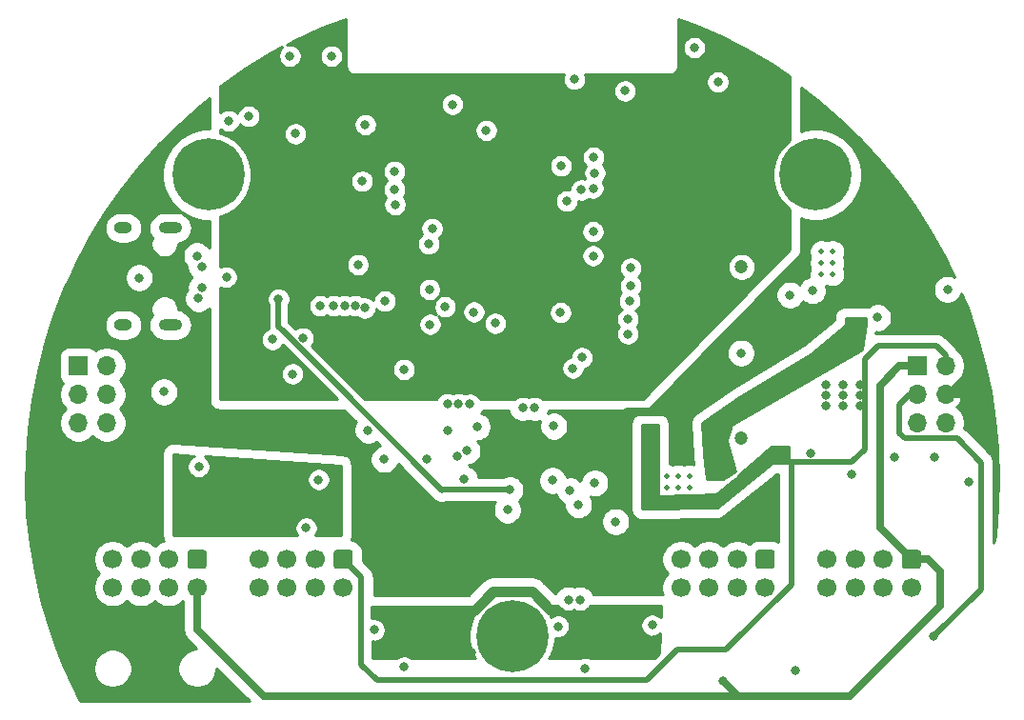
<source format=gbr>
%TF.GenerationSoftware,KiCad,Pcbnew,(5.1.10)-1*%
%TF.CreationDate,2021-07-09T14:19:08-04:00*%
%TF.ProjectId,ControlBoard,436f6e74-726f-46c4-926f-6172642e6b69,rev?*%
%TF.SameCoordinates,Original*%
%TF.FileFunction,Copper,L3,Inr*%
%TF.FilePolarity,Positive*%
%FSLAX46Y46*%
G04 Gerber Fmt 4.6, Leading zero omitted, Abs format (unit mm)*
G04 Created by KiCad (PCBNEW (5.1.10)-1) date 2021-07-09 14:19:08*
%MOMM*%
%LPD*%
G01*
G04 APERTURE LIST*
%TA.AperFunction,ComponentPad*%
%ADD10C,0.800000*%
%TD*%
%TA.AperFunction,ComponentPad*%
%ADD11C,6.400000*%
%TD*%
%TA.AperFunction,ComponentPad*%
%ADD12R,1.700000X1.700000*%
%TD*%
%TA.AperFunction,ComponentPad*%
%ADD13O,1.700000X1.700000*%
%TD*%
%TA.AperFunction,ComponentPad*%
%ADD14C,1.200000*%
%TD*%
%TA.AperFunction,ComponentPad*%
%ADD15C,1.700000*%
%TD*%
%TA.AperFunction,ComponentPad*%
%ADD16O,1.600000X1.000000*%
%TD*%
%TA.AperFunction,ComponentPad*%
%ADD17O,2.100000X1.000000*%
%TD*%
%TA.AperFunction,ComponentPad*%
%ADD18C,0.500000*%
%TD*%
%TA.AperFunction,ViaPad*%
%ADD19C,0.800000*%
%TD*%
%TA.AperFunction,Conductor*%
%ADD20C,0.800000*%
%TD*%
%TA.AperFunction,Conductor*%
%ADD21C,0.400000*%
%TD*%
%TA.AperFunction,Conductor*%
%ADD22C,0.500000*%
%TD*%
%TA.AperFunction,Conductor*%
%ADD23C,0.700000*%
%TD*%
%TA.AperFunction,Conductor*%
%ADD24C,0.900000*%
%TD*%
%TA.AperFunction,Conductor*%
%ADD25C,0.254000*%
%TD*%
%TA.AperFunction,Conductor*%
%ADD26C,0.100000*%
%TD*%
G04 APERTURE END LIST*
D10*
%TO.N,GND*%
%TO.C,H1*%
X124697056Y-71302944D03*
X123000000Y-70600000D03*
X121302944Y-71302944D03*
X120600000Y-73000000D03*
X121302944Y-74697056D03*
X123000000Y-75400000D03*
X124697056Y-74697056D03*
X125400000Y-73000000D03*
D11*
X123000000Y-73000000D03*
%TD*%
%TO.N,GND*%
%TO.C,H2*%
X177000000Y-73000000D03*
D10*
X179400000Y-73000000D03*
X178697056Y-74697056D03*
X177000000Y-75400000D03*
X175302944Y-74697056D03*
X174600000Y-73000000D03*
X175302944Y-71302944D03*
X177000000Y-70600000D03*
X178697056Y-71302944D03*
%TD*%
D11*
%TO.N,GND*%
%TO.C,H3*%
X150000000Y-114000000D03*
D10*
X152400000Y-114000000D03*
X151697056Y-115697056D03*
X150000000Y-116400000D03*
X148302944Y-115697056D03*
X147600000Y-114000000D03*
X148302944Y-112302944D03*
X150000000Y-111600000D03*
X151697056Y-112302944D03*
%TD*%
D12*
%TO.N,+BATT*%
%TO.C,J2*%
X186000000Y-90000000D03*
D13*
%TO.N,+5_BATT*%
X188540000Y-90000000D03*
%TO.N,+12V*%
X186000000Y-92540000D03*
%TO.N,+3V3*%
X188540000Y-92540000D03*
%TO.N,GND*%
X186000000Y-95080000D03*
X188540000Y-95080000D03*
%TD*%
%TO.N,GND*%
%TO.C,J7*%
X114000000Y-95080000D03*
X111460000Y-95080000D03*
%TO.N,/SENSOR_EXTRA2*%
X114000000Y-92540000D03*
%TO.N,/SENSOR_SCL*%
X111460000Y-92540000D03*
%TO.N,/SENSOR_EXTRA1*%
X114000000Y-90000000D03*
D12*
%TO.N,/SENSOR_SDA*%
X111460000Y-90000000D03*
%TD*%
D14*
%TO.N,Net-(BT1-Pad1)*%
%TO.C,BT1*%
X170400000Y-81200000D03*
%TO.N,GND*%
X170400000Y-96400000D03*
%TD*%
%TO.N,+5_BATT*%
%TO.C,J3*%
%TA.AperFunction,ComponentPad*%
G36*
G01*
X134400000Y-106350000D02*
X135600000Y-106350000D01*
G75*
G02*
X135850000Y-106600000I0J-250000D01*
G01*
X135850000Y-107800000D01*
G75*
G02*
X135600000Y-108050000I-250000J0D01*
G01*
X134400000Y-108050000D01*
G75*
G02*
X134150000Y-107800000I0J250000D01*
G01*
X134150000Y-106600000D01*
G75*
G02*
X134400000Y-106350000I250000J0D01*
G01*
G37*
%TD.AperFunction*%
D15*
%TO.N,/CTD_RX*%
X132500000Y-107200000D03*
%TO.N,/CTD_TX*%
X130000000Y-107200000D03*
%TO.N,GND*%
X127500000Y-107200000D03*
%TO.N,/BEACON+*%
X135000000Y-109700000D03*
%TO.N,Net-(J3-Pad6)*%
X132500000Y-109700000D03*
%TO.N,Net-(J3-Pad7)*%
X130000000Y-109700000D03*
%TO.N,GND*%
X127500000Y-109700000D03*
%TD*%
%TO.N,Net-(J4-Pad1)*%
%TO.C,J4*%
%TA.AperFunction,ComponentPad*%
G36*
G01*
X121400000Y-106350000D02*
X122600000Y-106350000D01*
G75*
G02*
X122850000Y-106600000I0J-250000D01*
G01*
X122850000Y-107800000D01*
G75*
G02*
X122600000Y-108050000I-250000J0D01*
G01*
X121400000Y-108050000D01*
G75*
G02*
X121150000Y-107800000I0J250000D01*
G01*
X121150000Y-106600000D01*
G75*
G02*
X121400000Y-106350000I250000J0D01*
G01*
G37*
%TD.AperFunction*%
%TO.N,/MODEM_RX*%
X119500000Y-107200000D03*
%TO.N,/MODEM_TX*%
X117000000Y-107200000D03*
%TO.N,/MODEM_READY*%
X114500000Y-107200000D03*
%TO.N,+BATT*%
X122000000Y-109700000D03*
%TO.N,Net-(J4-Pad6)*%
X119500000Y-109700000D03*
%TO.N,Net-(J4-Pad7)*%
X117000000Y-109700000D03*
%TO.N,GND*%
X114500000Y-109700000D03*
%TD*%
%TO.N,/LEAK+*%
%TO.C,J5*%
X165000000Y-109700000D03*
%TO.N,GND*%
X167500000Y-109700000D03*
%TO.N,Net-(J5-Pad6)*%
X170000000Y-109700000D03*
%TO.N,Net-(J5-Pad5)*%
X172500000Y-109700000D03*
%TO.N,GND*%
X165000000Y-107200000D03*
X167500000Y-107200000D03*
%TO.N,/RSENSE+*%
X170000000Y-107200000D03*
%TO.N,/RREF+*%
%TA.AperFunction,ComponentPad*%
G36*
G01*
X171900000Y-106350000D02*
X173100000Y-106350000D01*
G75*
G02*
X173350000Y-106600000I0J-250000D01*
G01*
X173350000Y-107800000D01*
G75*
G02*
X173100000Y-108050000I-250000J0D01*
G01*
X171900000Y-108050000D01*
G75*
G02*
X171650000Y-107800000I0J250000D01*
G01*
X171650000Y-106600000D01*
G75*
G02*
X171900000Y-106350000I250000J0D01*
G01*
G37*
%TD.AperFunction*%
%TD*%
%TO.N,/SOL_OUT*%
%TO.C,J6*%
X178000000Y-109700000D03*
%TO.N,/MOTOR_EN*%
X180500000Y-109700000D03*
%TO.N,/MOTOR_DIR*%
X183000000Y-109700000D03*
%TO.N,/MOTOR_SPEED*%
X185500000Y-109700000D03*
%TO.N,GND*%
X178000000Y-107200000D03*
%TO.N,/BATT_SDA*%
X180500000Y-107200000D03*
%TO.N,/BATT_SCL*%
X183000000Y-107200000D03*
%TO.N,+BATT*%
%TA.AperFunction,ComponentPad*%
G36*
G01*
X184900000Y-106350000D02*
X186100000Y-106350000D01*
G75*
G02*
X186350000Y-106600000I0J-250000D01*
G01*
X186350000Y-107800000D01*
G75*
G02*
X186100000Y-108050000I-250000J0D01*
G01*
X184900000Y-108050000D01*
G75*
G02*
X184650000Y-107800000I0J250000D01*
G01*
X184650000Y-106600000D01*
G75*
G02*
X184900000Y-106350000I250000J0D01*
G01*
G37*
%TD.AperFunction*%
%TD*%
D16*
%TO.N,Net-(C42-Pad2)*%
%TO.C,J8*%
X115450000Y-86370000D03*
X115450000Y-77730000D03*
D17*
X119630000Y-77730000D03*
X119630000Y-86370000D03*
%TD*%
D18*
%TO.N,GND*%
%TO.C,U2*%
X178500000Y-81850000D03*
X177500000Y-81850000D03*
X178500000Y-80850000D03*
X177500000Y-80850000D03*
X178500000Y-79850000D03*
X177500000Y-79850000D03*
%TD*%
%TO.N,GND*%
%TO.C,U6*%
X163790000Y-100810000D03*
X163790000Y-99810000D03*
X164790000Y-100810000D03*
X164790000Y-99810000D03*
X165790000Y-100810000D03*
X165790000Y-99810000D03*
%TD*%
D19*
%TO.N,GND*%
X177900000Y-93550000D03*
X177900000Y-92600000D03*
X177900000Y-91650000D03*
X122150000Y-98950000D03*
X147700000Y-69050000D03*
X132800000Y-100100000D03*
X140400000Y-90300000D03*
X138650000Y-98300000D03*
X142450000Y-98300000D03*
X131400000Y-87500000D03*
X128700000Y-87650000D03*
X126600000Y-67800000D03*
X131700000Y-104400000D03*
X146900000Y-95400000D03*
X153700000Y-95350000D03*
X130500000Y-90700000D03*
X146600000Y-85200000D03*
X154300000Y-85250000D03*
X144700000Y-66750000D03*
X155550000Y-64500000D03*
X133950000Y-62450000D03*
X130250000Y-62450000D03*
X136950000Y-68550000D03*
X136300000Y-81000000D03*
X138700000Y-84225000D03*
X149600000Y-102800000D03*
X166200000Y-61700000D03*
X168300000Y-64750000D03*
X188700000Y-83200000D03*
X170350000Y-88850000D03*
X116850000Y-82150000D03*
X119050000Y-92300000D03*
X180150000Y-99600000D03*
X154850000Y-75350000D03*
X154350000Y-72200000D03*
X155150000Y-101100000D03*
X155900000Y-102350000D03*
X162450000Y-113050000D03*
X179400000Y-92600000D03*
X176700000Y-83300000D03*
X179400000Y-91650000D03*
X179400000Y-93550000D03*
X180900000Y-91650000D03*
X180900000Y-93550000D03*
X180900000Y-92600000D03*
X182500000Y-85700000D03*
X136675000Y-73575000D03*
X140400000Y-116775000D03*
X156475000Y-116900000D03*
X175150000Y-117075000D03*
%TO.N,+3V3*%
X113800000Y-99600000D03*
X149750000Y-96300000D03*
X155450000Y-95400000D03*
X135300000Y-96200000D03*
X184000000Y-83200000D03*
X184000000Y-84250000D03*
%TO.N,+5V*%
X169350000Y-99400000D03*
X168798848Y-98801152D03*
X181100000Y-86050000D03*
X180175000Y-86075000D03*
%TO.N,+BATT*%
X168750000Y-118000000D03*
X155000000Y-110800000D03*
X156050000Y-110800000D03*
%TO.N,+12V*%
X155700000Y-113700000D03*
X146400000Y-115450000D03*
X143700000Y-111700000D03*
X139900000Y-113800000D03*
X187500000Y-114050000D03*
X162550000Y-114400000D03*
%TO.N,/SENSOR_SCL*%
X124802558Y-68201380D03*
%TO.N,/EN*%
X160050000Y-65550000D03*
X130750000Y-69350000D03*
%TO.N,+1V8*%
X133350000Y-103200000D03*
X123500000Y-104350000D03*
X128700000Y-103800000D03*
X124750000Y-98850000D03*
X132050000Y-99000000D03*
%TO.N,/USB_D+*%
X152000000Y-93700000D03*
%TO.N,/USB_D-*%
X150950000Y-93700000D03*
%TO.N,VBUS*%
X149800000Y-101000000D03*
X129250000Y-84050000D03*
%TO.N,Net-(C35-Pad2)*%
X187550000Y-98075000D03*
X184000000Y-98100000D03*
%TO.N,Net-(C36-Pad2)*%
X190600000Y-100350000D03*
X176550000Y-97750000D03*
%TO.N,Net-(C39-Pad1)*%
X157350000Y-100400000D03*
X153600000Y-100175000D03*
%TO.N,Net-(C40-Pad1)*%
X159200000Y-103850000D03*
X145750000Y-100050000D03*
%TO.N,/CTD_RX*%
X136900000Y-84850000D03*
X142600002Y-79150000D03*
%TO.N,/CTD_TX*%
X136050000Y-84650000D03*
X142900515Y-77775210D03*
%TO.N,/MODEM_READY*%
X132950000Y-84650000D03*
X139550000Y-72700000D03*
%TO.N,/MODEM_RX*%
X135100000Y-84650000D03*
X139600000Y-75650000D03*
%TO.N,/MODEM_TX*%
X134100000Y-84650000D03*
X139550000Y-74300000D03*
%TO.N,/RSENSE+*%
X155400000Y-90200000D03*
%TO.N,/RREF+*%
X156200000Y-89250000D03*
%TO.N,/MOTOR_SPEED*%
X160300000Y-87150000D03*
%TO.N,/BATT_SDA*%
X160550000Y-82850000D03*
%TO.N,/MOTOR_DIR*%
X160300000Y-85850000D03*
%TO.N,/BATT_SCL*%
X160550000Y-81300000D03*
%TO.N,/MOTOR_EN*%
X160450000Y-84200000D03*
%TO.N,/D+*%
X122400000Y-83050000D03*
%TO.N,Net-(J8-PadB5)*%
X122117834Y-84009367D03*
%TO.N,/D-*%
X122400000Y-81150000D03*
%TO.N,Net-(J8-PadA5)*%
X122000000Y-80200000D03*
%TO.N,/SD_DATA1*%
X157250000Y-71450000D03*
%TO.N,/SD_DATA0*%
X157350000Y-72850000D03*
%TO.N,/SD_CLK*%
X157200000Y-74200000D03*
%TO.N,/SD_CMD*%
X156150000Y-74350000D03*
%TO.N,/SD_CD*%
X157200000Y-80200000D03*
%TO.N,/SD_DATA2*%
X157200000Y-78050000D03*
%TO.N,/LEAK_DET*%
X148500000Y-86200000D03*
%TO.N,/SOL_EN*%
X154100000Y-113150000D03*
X144300000Y-95750000D03*
X144250000Y-93350000D03*
X142700000Y-86300000D03*
%TO.N,/BEACON_EN*%
X137200000Y-95700000D03*
X137737347Y-113462653D03*
%TO.N,Net-(BT1-Pad1)*%
X174700000Y-83700000D03*
%TO.N,Net-(C44-Pad1)*%
X124600000Y-82100000D03*
%TO.N,+3.3BCKP*%
X174000000Y-79550000D03*
X153000000Y-83550000D03*
X144950000Y-83600000D03*
X149900000Y-69050000D03*
X140000000Y-65850000D03*
X172650000Y-80800000D03*
X125200000Y-89900000D03*
X125200000Y-91200000D03*
X163450000Y-66350000D03*
X147250000Y-89300000D03*
X163350000Y-79800000D03*
%TO.N,+5_BATT*%
X162350000Y-96800000D03*
X162200000Y-95850000D03*
X172800000Y-97750000D03*
X172750000Y-98600000D03*
%TO.N,/BME_SDA*%
X142650000Y-83200000D03*
X145250003Y-93350000D03*
X145100000Y-98000000D03*
%TO.N,/BME_SCL*%
X144050000Y-84750000D03*
X146248466Y-93405470D03*
X146000000Y-97550000D03*
%TD*%
D20*
%TO.N,+3V3*%
X160175000Y-94075000D02*
X163825000Y-94075000D01*
D21*
X190350000Y-88400000D02*
X190350000Y-90730000D01*
X190350000Y-90730000D02*
X188540000Y-92540000D01*
X186700000Y-84750000D02*
X190350000Y-88400000D01*
D22*
X188540000Y-92540000D02*
X189260000Y-92540000D01*
X189260000Y-92540000D02*
X190000000Y-91800000D01*
D21*
X185150000Y-83200000D02*
X184000000Y-83200000D01*
X186200000Y-84250000D02*
X185150000Y-83200000D01*
X184000000Y-84250000D02*
X186200000Y-84250000D01*
X186200000Y-84250000D02*
X186700000Y-84750000D01*
D23*
%TO.N,+BATT*%
X188025000Y-108275000D02*
X186950000Y-107200000D01*
X188025000Y-111325000D02*
X188025000Y-108275000D01*
X180000000Y-119350000D02*
X188025000Y-111325000D01*
X122000000Y-113452002D02*
X127897998Y-119350000D01*
X186950000Y-107200000D02*
X185500000Y-107200000D01*
X122000000Y-109700000D02*
X122000000Y-113452002D01*
X182700000Y-91750000D02*
X182700000Y-104400000D01*
X182700000Y-104400000D02*
X185500000Y-107200000D01*
X184450000Y-90000000D02*
X182700000Y-91750000D01*
X186000000Y-90000000D02*
X184450000Y-90000000D01*
X170100000Y-119350000D02*
X168750000Y-118000000D01*
X171850000Y-119350000D02*
X170100000Y-119350000D01*
X127897998Y-119350000D02*
X171850000Y-119350000D01*
X171850000Y-119350000D02*
X180000000Y-119350000D01*
D24*
%TO.N,+12V*%
X146650000Y-111700000D02*
X147550000Y-110800000D01*
X151800000Y-110050000D02*
X153450000Y-111700000D01*
X148300000Y-110050000D02*
X151800000Y-110050000D01*
X147550000Y-110800000D02*
X148300000Y-110050000D01*
D22*
X184450000Y-93450000D02*
X185360000Y-92540000D01*
X184450000Y-95950000D02*
X184450000Y-93450000D01*
X189550000Y-96450000D02*
X184950000Y-96450000D01*
X185360000Y-92540000D02*
X186000000Y-92540000D01*
X191700000Y-98600000D02*
X189550000Y-96450000D01*
X191700000Y-109850000D02*
X191700000Y-98600000D01*
X184950000Y-96450000D02*
X184450000Y-95950000D01*
X187500000Y-114050000D02*
X191700000Y-109850000D01*
%TO.N,VBUS*%
X149800000Y-101000000D02*
X148200000Y-101000000D01*
X143791998Y-101041998D02*
X133250000Y-90500000D01*
X148200000Y-101000000D02*
X143891998Y-101000000D01*
X133250000Y-90500000D02*
X129600000Y-86850000D01*
X129600000Y-86850000D02*
X129250000Y-86500000D01*
X129250000Y-86500000D02*
X129250000Y-84050000D01*
%TO.N,+5_BATT*%
X182550000Y-88200000D02*
X181350000Y-89400000D01*
X173650000Y-98350000D02*
X173850001Y-98550001D01*
X180199999Y-98550001D02*
X180274999Y-98475001D01*
X181350000Y-89400000D02*
X181350000Y-97400000D01*
X187700000Y-88200000D02*
X182550000Y-88200000D01*
X188540000Y-89040000D02*
X187700000Y-88200000D01*
X188540000Y-90000000D02*
X188540000Y-89040000D01*
X180274999Y-98475001D02*
X181350000Y-97400000D01*
X174825001Y-109424999D02*
X174825001Y-98575003D01*
X169000000Y-115250000D02*
X174825001Y-109424999D01*
X161950000Y-117950000D02*
X164650000Y-115250000D01*
X138000000Y-117950000D02*
X161950000Y-117950000D01*
X164650000Y-115250000D02*
X169000000Y-115250000D01*
X136600000Y-116550000D02*
X138000000Y-117950000D01*
X136600000Y-108800000D02*
X136600000Y-116550000D01*
X135000000Y-107200000D02*
X136600000Y-108800000D01*
X174799999Y-98550001D02*
X180199999Y-98550001D01*
X174825001Y-98575003D02*
X174799999Y-98550001D01*
X173850001Y-98550001D02*
X174799999Y-98550001D01*
%TD*%
D25*
%TO.N,+12V*%
X147021161Y-111555330D02*
X146601467Y-112183446D01*
X146312377Y-112881372D01*
X146165000Y-113622285D01*
X146165000Y-114377715D01*
X146312377Y-115118628D01*
X146601467Y-115816554D01*
X146706001Y-115973000D01*
X141061711Y-115973000D01*
X141059774Y-115971063D01*
X140890256Y-115857795D01*
X140701898Y-115779774D01*
X140501939Y-115740000D01*
X140298061Y-115740000D01*
X140098102Y-115779774D01*
X139909744Y-115857795D01*
X139740226Y-115971063D01*
X139738289Y-115973000D01*
X137600608Y-115973000D01*
X137577440Y-114486122D01*
X137635408Y-114497653D01*
X137839286Y-114497653D01*
X138039245Y-114457879D01*
X138227603Y-114379858D01*
X138397121Y-114266590D01*
X138541284Y-114122427D01*
X138654552Y-113952909D01*
X138732573Y-113764551D01*
X138772347Y-113564592D01*
X138772347Y-113360714D01*
X138732573Y-113160755D01*
X138654552Y-112972397D01*
X138541284Y-112802879D01*
X138397121Y-112658716D01*
X138227603Y-112545448D01*
X138039245Y-112467427D01*
X137839286Y-112427653D01*
X137635408Y-112427653D01*
X137545644Y-112445508D01*
X137528991Y-111376752D01*
X147218372Y-111358119D01*
X147021161Y-111555330D01*
%TA.AperFunction,Conductor*%
D26*
G36*
X147021161Y-111555330D02*
G01*
X146601467Y-112183446D01*
X146312377Y-112881372D01*
X146165000Y-113622285D01*
X146165000Y-114377715D01*
X146312377Y-115118628D01*
X146601467Y-115816554D01*
X146706001Y-115973000D01*
X141061711Y-115973000D01*
X141059774Y-115971063D01*
X140890256Y-115857795D01*
X140701898Y-115779774D01*
X140501939Y-115740000D01*
X140298061Y-115740000D01*
X140098102Y-115779774D01*
X139909744Y-115857795D01*
X139740226Y-115971063D01*
X139738289Y-115973000D01*
X137600608Y-115973000D01*
X137577440Y-114486122D01*
X137635408Y-114497653D01*
X137839286Y-114497653D01*
X138039245Y-114457879D01*
X138227603Y-114379858D01*
X138397121Y-114266590D01*
X138541284Y-114122427D01*
X138654552Y-113952909D01*
X138732573Y-113764551D01*
X138772347Y-113564592D01*
X138772347Y-113360714D01*
X138732573Y-113160755D01*
X138654552Y-112972397D01*
X138541284Y-112802879D01*
X138397121Y-112658716D01*
X138227603Y-112545448D01*
X138039245Y-112467427D01*
X137839286Y-112427653D01*
X137635408Y-112427653D01*
X137545644Y-112445508D01*
X137528991Y-111376752D01*
X147218372Y-111358119D01*
X147021161Y-111555330D01*
G37*
%TD.AperFunction*%
D25*
X163231090Y-112367379D02*
X163109774Y-112246063D01*
X162940256Y-112132795D01*
X162751898Y-112054774D01*
X162551939Y-112015000D01*
X162348061Y-112015000D01*
X162148102Y-112054774D01*
X161959744Y-112132795D01*
X161790226Y-112246063D01*
X161646063Y-112390226D01*
X161532795Y-112559744D01*
X161454774Y-112748102D01*
X161415000Y-112948061D01*
X161415000Y-113151939D01*
X161454774Y-113351898D01*
X161532795Y-113540256D01*
X161646063Y-113709774D01*
X161790226Y-113853937D01*
X161959744Y-113967205D01*
X162148102Y-114045226D01*
X162348061Y-114085000D01*
X162551939Y-114085000D01*
X162751898Y-114045226D01*
X162940256Y-113967205D01*
X163109774Y-113853937D01*
X163180355Y-113783356D01*
X163117748Y-115530674D01*
X162675421Y-115973000D01*
X156941609Y-115973000D01*
X156776898Y-115904774D01*
X156576939Y-115865000D01*
X156373061Y-115865000D01*
X156173102Y-115904774D01*
X156008391Y-115973000D01*
X153293999Y-115973000D01*
X153398533Y-115816554D01*
X153687623Y-115118628D01*
X153835000Y-114377715D01*
X153835000Y-114152565D01*
X153998061Y-114185000D01*
X154201939Y-114185000D01*
X154401898Y-114145226D01*
X154590256Y-114067205D01*
X154759774Y-113953937D01*
X154903937Y-113809774D01*
X155017205Y-113640256D01*
X155095226Y-113451898D01*
X155135000Y-113251939D01*
X155135000Y-113048061D01*
X155095226Y-112848102D01*
X155017205Y-112659744D01*
X154903937Y-112490226D01*
X154759774Y-112346063D01*
X154590256Y-112232795D01*
X154401898Y-112154774D01*
X154201939Y-112115000D01*
X153998061Y-112115000D01*
X153798102Y-112154774D01*
X153609744Y-112232795D01*
X153460328Y-112332632D01*
X153398533Y-112183446D01*
X152978839Y-111555330D01*
X152770950Y-111347441D01*
X154119272Y-111344848D01*
X154196063Y-111459774D01*
X154340226Y-111603937D01*
X154509744Y-111717205D01*
X154698102Y-111795226D01*
X154898061Y-111835000D01*
X155101939Y-111835000D01*
X155301898Y-111795226D01*
X155490256Y-111717205D01*
X155525000Y-111693990D01*
X155559744Y-111717205D01*
X155748102Y-111795226D01*
X155948061Y-111835000D01*
X156151939Y-111835000D01*
X156351898Y-111795226D01*
X156540256Y-111717205D01*
X156709774Y-111603937D01*
X156853937Y-111459774D01*
X156934345Y-111339435D01*
X163268358Y-111327254D01*
X163231090Y-112367379D01*
%TA.AperFunction,Conductor*%
D26*
G36*
X163231090Y-112367379D02*
G01*
X163109774Y-112246063D01*
X162940256Y-112132795D01*
X162751898Y-112054774D01*
X162551939Y-112015000D01*
X162348061Y-112015000D01*
X162148102Y-112054774D01*
X161959744Y-112132795D01*
X161790226Y-112246063D01*
X161646063Y-112390226D01*
X161532795Y-112559744D01*
X161454774Y-112748102D01*
X161415000Y-112948061D01*
X161415000Y-113151939D01*
X161454774Y-113351898D01*
X161532795Y-113540256D01*
X161646063Y-113709774D01*
X161790226Y-113853937D01*
X161959744Y-113967205D01*
X162148102Y-114045226D01*
X162348061Y-114085000D01*
X162551939Y-114085000D01*
X162751898Y-114045226D01*
X162940256Y-113967205D01*
X163109774Y-113853937D01*
X163180355Y-113783356D01*
X163117748Y-115530674D01*
X162675421Y-115973000D01*
X156941609Y-115973000D01*
X156776898Y-115904774D01*
X156576939Y-115865000D01*
X156373061Y-115865000D01*
X156173102Y-115904774D01*
X156008391Y-115973000D01*
X153293999Y-115973000D01*
X153398533Y-115816554D01*
X153687623Y-115118628D01*
X153835000Y-114377715D01*
X153835000Y-114152565D01*
X153998061Y-114185000D01*
X154201939Y-114185000D01*
X154401898Y-114145226D01*
X154590256Y-114067205D01*
X154759774Y-113953937D01*
X154903937Y-113809774D01*
X155017205Y-113640256D01*
X155095226Y-113451898D01*
X155135000Y-113251939D01*
X155135000Y-113048061D01*
X155095226Y-112848102D01*
X155017205Y-112659744D01*
X154903937Y-112490226D01*
X154759774Y-112346063D01*
X154590256Y-112232795D01*
X154401898Y-112154774D01*
X154201939Y-112115000D01*
X153998061Y-112115000D01*
X153798102Y-112154774D01*
X153609744Y-112232795D01*
X153460328Y-112332632D01*
X153398533Y-112183446D01*
X152978839Y-111555330D01*
X152770950Y-111347441D01*
X154119272Y-111344848D01*
X154196063Y-111459774D01*
X154340226Y-111603937D01*
X154509744Y-111717205D01*
X154698102Y-111795226D01*
X154898061Y-111835000D01*
X155101939Y-111835000D01*
X155301898Y-111795226D01*
X155490256Y-111717205D01*
X155525000Y-111693990D01*
X155559744Y-111717205D01*
X155748102Y-111795226D01*
X155948061Y-111835000D01*
X156151939Y-111835000D01*
X156351898Y-111795226D01*
X156540256Y-111717205D01*
X156709774Y-111603937D01*
X156853937Y-111459774D01*
X156934345Y-111339435D01*
X163268358Y-111327254D01*
X163231090Y-112367379D01*
G37*
%TD.AperFunction*%
%TD*%
D25*
%TO.N,+1V8*%
X121772298Y-97986173D02*
X121659744Y-98032795D01*
X121490226Y-98146063D01*
X121346063Y-98290226D01*
X121232795Y-98459744D01*
X121154774Y-98648102D01*
X121115000Y-98848061D01*
X121115000Y-99051939D01*
X121154774Y-99251898D01*
X121232795Y-99440256D01*
X121346063Y-99609774D01*
X121490226Y-99753937D01*
X121659744Y-99867205D01*
X121848102Y-99945226D01*
X122048061Y-99985000D01*
X122251939Y-99985000D01*
X122451898Y-99945226D01*
X122640256Y-99867205D01*
X122809774Y-99753937D01*
X122953937Y-99609774D01*
X123067205Y-99440256D01*
X123145226Y-99251898D01*
X123185000Y-99051939D01*
X123185000Y-98848061D01*
X123145226Y-98648102D01*
X123067205Y-98459744D01*
X122953937Y-98290226D01*
X122809774Y-98146063D01*
X122660739Y-98046481D01*
X134773000Y-98868671D01*
X134773000Y-105072579D01*
X132498663Y-105065048D01*
X132503937Y-105059774D01*
X132617205Y-104890256D01*
X132695226Y-104701898D01*
X132735000Y-104501939D01*
X132735000Y-104298061D01*
X132695226Y-104098102D01*
X132617205Y-103909744D01*
X132503937Y-103740226D01*
X132359774Y-103596063D01*
X132190256Y-103482795D01*
X132001898Y-103404774D01*
X131801939Y-103365000D01*
X131598061Y-103365000D01*
X131398102Y-103404774D01*
X131209744Y-103482795D01*
X131040226Y-103596063D01*
X130896063Y-103740226D01*
X130782795Y-103909744D01*
X130704774Y-104098102D01*
X130665000Y-104298061D01*
X130665000Y-104501939D01*
X130704774Y-104701898D01*
X130782795Y-104890256D01*
X130896041Y-105059741D01*
X119927000Y-105023420D01*
X119927000Y-99998061D01*
X131765000Y-99998061D01*
X131765000Y-100201939D01*
X131804774Y-100401898D01*
X131882795Y-100590256D01*
X131996063Y-100759774D01*
X132140226Y-100903937D01*
X132309744Y-101017205D01*
X132498102Y-101095226D01*
X132698061Y-101135000D01*
X132901939Y-101135000D01*
X133101898Y-101095226D01*
X133290256Y-101017205D01*
X133459774Y-100903937D01*
X133603937Y-100759774D01*
X133717205Y-100590256D01*
X133795226Y-100401898D01*
X133835000Y-100201939D01*
X133835000Y-99998061D01*
X133795226Y-99798102D01*
X133717205Y-99609744D01*
X133603937Y-99440226D01*
X133459774Y-99296063D01*
X133290256Y-99182795D01*
X133101898Y-99104774D01*
X132901939Y-99065000D01*
X132698061Y-99065000D01*
X132498102Y-99104774D01*
X132309744Y-99182795D01*
X132140226Y-99296063D01*
X131996063Y-99440226D01*
X131882795Y-99609744D01*
X131804774Y-99798102D01*
X131765000Y-99998061D01*
X119927000Y-99998061D01*
X119927000Y-97860913D01*
X121772298Y-97986173D01*
%TA.AperFunction,Conductor*%
D26*
G36*
X121772298Y-97986173D02*
G01*
X121659744Y-98032795D01*
X121490226Y-98146063D01*
X121346063Y-98290226D01*
X121232795Y-98459744D01*
X121154774Y-98648102D01*
X121115000Y-98848061D01*
X121115000Y-99051939D01*
X121154774Y-99251898D01*
X121232795Y-99440256D01*
X121346063Y-99609774D01*
X121490226Y-99753937D01*
X121659744Y-99867205D01*
X121848102Y-99945226D01*
X122048061Y-99985000D01*
X122251939Y-99985000D01*
X122451898Y-99945226D01*
X122640256Y-99867205D01*
X122809774Y-99753937D01*
X122953937Y-99609774D01*
X123067205Y-99440256D01*
X123145226Y-99251898D01*
X123185000Y-99051939D01*
X123185000Y-98848061D01*
X123145226Y-98648102D01*
X123067205Y-98459744D01*
X122953937Y-98290226D01*
X122809774Y-98146063D01*
X122660739Y-98046481D01*
X134773000Y-98868671D01*
X134773000Y-105072579D01*
X132498663Y-105065048D01*
X132503937Y-105059774D01*
X132617205Y-104890256D01*
X132695226Y-104701898D01*
X132735000Y-104501939D01*
X132735000Y-104298061D01*
X132695226Y-104098102D01*
X132617205Y-103909744D01*
X132503937Y-103740226D01*
X132359774Y-103596063D01*
X132190256Y-103482795D01*
X132001898Y-103404774D01*
X131801939Y-103365000D01*
X131598061Y-103365000D01*
X131398102Y-103404774D01*
X131209744Y-103482795D01*
X131040226Y-103596063D01*
X130896063Y-103740226D01*
X130782795Y-103909744D01*
X130704774Y-104098102D01*
X130665000Y-104298061D01*
X130665000Y-104501939D01*
X130704774Y-104701898D01*
X130782795Y-104890256D01*
X130896041Y-105059741D01*
X119927000Y-105023420D01*
X119927000Y-99998061D01*
X131765000Y-99998061D01*
X131765000Y-100201939D01*
X131804774Y-100401898D01*
X131882795Y-100590256D01*
X131996063Y-100759774D01*
X132140226Y-100903937D01*
X132309744Y-101017205D01*
X132498102Y-101095226D01*
X132698061Y-101135000D01*
X132901939Y-101135000D01*
X133101898Y-101095226D01*
X133290256Y-101017205D01*
X133459774Y-100903937D01*
X133603937Y-100759774D01*
X133717205Y-100590256D01*
X133795226Y-100401898D01*
X133835000Y-100201939D01*
X133835000Y-99998061D01*
X133795226Y-99798102D01*
X133717205Y-99609744D01*
X133603937Y-99440226D01*
X133459774Y-99296063D01*
X133290256Y-99182795D01*
X133101898Y-99104774D01*
X132901939Y-99065000D01*
X132698061Y-99065000D01*
X132498102Y-99104774D01*
X132309744Y-99182795D01*
X132140226Y-99296063D01*
X131996063Y-99440226D01*
X131882795Y-99609744D01*
X131804774Y-99798102D01*
X131765000Y-99998061D01*
X119927000Y-99998061D01*
X119927000Y-97860913D01*
X121772298Y-97986173D01*
G37*
%TD.AperFunction*%
%TD*%
D25*
%TO.N,+3V3*%
X177126028Y-66349307D02*
X179073976Y-68017280D01*
X180919586Y-69797853D01*
X182656335Y-71684735D01*
X184278127Y-73671299D01*
X185779259Y-75750565D01*
X187154421Y-77915176D01*
X188398792Y-80157539D01*
X189320392Y-82078698D01*
X189304886Y-82068337D01*
X189072487Y-81972074D01*
X188825774Y-81923000D01*
X188574226Y-81923000D01*
X188327513Y-81972074D01*
X188095114Y-82068337D01*
X187885960Y-82208089D01*
X187708089Y-82385960D01*
X187568337Y-82595114D01*
X187472074Y-82827513D01*
X187423000Y-83074226D01*
X187423000Y-83325774D01*
X187472074Y-83572487D01*
X187568337Y-83804886D01*
X187708089Y-84014040D01*
X187885960Y-84191911D01*
X188095114Y-84331663D01*
X188327513Y-84427926D01*
X188574226Y-84477000D01*
X188825774Y-84477000D01*
X189072487Y-84427926D01*
X189304886Y-84331663D01*
X189514040Y-84191911D01*
X189691911Y-84014040D01*
X189831663Y-83804886D01*
X189927926Y-83572487D01*
X189937976Y-83521964D01*
X190478104Y-84843695D01*
X191305723Y-87270988D01*
X191987928Y-89743083D01*
X192522323Y-92251292D01*
X192907026Y-94786785D01*
X193140679Y-97340604D01*
X193222462Y-99903807D01*
X193152088Y-102467342D01*
X192929803Y-105022203D01*
X192827000Y-105720700D01*
X192827000Y-98655354D01*
X192832452Y-98599999D01*
X192827000Y-98544645D01*
X192827000Y-98544635D01*
X192810693Y-98379069D01*
X192746250Y-98166629D01*
X192641600Y-97970843D01*
X192621086Y-97945847D01*
X192536058Y-97842239D01*
X192536055Y-97842236D01*
X192500765Y-97799235D01*
X192457764Y-97763945D01*
X190386058Y-95692240D01*
X190350765Y-95649235D01*
X190210503Y-95534125D01*
X190267000Y-95250095D01*
X190267000Y-94909905D01*
X190200632Y-94576253D01*
X190070447Y-94261959D01*
X189881448Y-93979102D01*
X189640898Y-93738552D01*
X189512667Y-93652871D01*
X189637588Y-93540269D01*
X189811641Y-93306920D01*
X189936825Y-93044099D01*
X189981476Y-92896890D01*
X189860155Y-92667000D01*
X188667000Y-92667000D01*
X188667000Y-92687000D01*
X188413000Y-92687000D01*
X188413000Y-92667000D01*
X188393000Y-92667000D01*
X188393000Y-92413000D01*
X188413000Y-92413000D01*
X188413000Y-92393000D01*
X188667000Y-92393000D01*
X188667000Y-92413000D01*
X189860155Y-92413000D01*
X189981476Y-92183110D01*
X189936825Y-92035901D01*
X189811641Y-91773080D01*
X189637588Y-91539731D01*
X189512667Y-91427129D01*
X189640898Y-91341448D01*
X189881448Y-91100898D01*
X190070447Y-90818041D01*
X190200632Y-90503747D01*
X190267000Y-90170095D01*
X190267000Y-89829905D01*
X190200632Y-89496253D01*
X190070447Y-89181959D01*
X189881448Y-88899102D01*
X189640898Y-88658552D01*
X189592112Y-88625954D01*
X189586250Y-88606629D01*
X189524932Y-88491911D01*
X189481600Y-88410842D01*
X189376058Y-88282239D01*
X189376055Y-88282236D01*
X189340765Y-88239235D01*
X189297764Y-88203945D01*
X188536059Y-87442241D01*
X188500765Y-87399235D01*
X188329157Y-87258400D01*
X188133371Y-87153750D01*
X187920931Y-87089307D01*
X187755365Y-87073000D01*
X187755354Y-87073000D01*
X187700000Y-87067548D01*
X187644646Y-87073000D01*
X182605354Y-87073000D01*
X182549999Y-87067548D01*
X182494645Y-87073000D01*
X182494635Y-87073000D01*
X182331507Y-87089067D01*
X182346836Y-86971552D01*
X182374226Y-86977000D01*
X182625774Y-86977000D01*
X182872487Y-86927926D01*
X183104886Y-86831663D01*
X183314040Y-86691911D01*
X183491911Y-86514040D01*
X183631663Y-86304886D01*
X183727926Y-86072487D01*
X183777000Y-85825774D01*
X183777000Y-85574226D01*
X183727926Y-85327513D01*
X183631663Y-85095114D01*
X183491911Y-84885960D01*
X183314040Y-84708089D01*
X183104886Y-84568337D01*
X182872487Y-84472074D01*
X182625774Y-84423000D01*
X182374226Y-84423000D01*
X182127513Y-84472074D01*
X181895114Y-84568337D01*
X181685960Y-84708089D01*
X181661317Y-84732732D01*
X181562500Y-84723000D01*
X179537500Y-84723000D01*
X179381790Y-84736934D01*
X179216406Y-84783895D01*
X179063362Y-84862218D01*
X178928538Y-84968894D01*
X178817117Y-85099823D01*
X178733379Y-85249974D01*
X178680543Y-85413576D01*
X178660640Y-85584342D01*
X178655327Y-85881872D01*
X175940761Y-88132976D01*
X169697035Y-91899033D01*
X169651355Y-91928556D01*
X166251355Y-94278556D01*
X166088670Y-94424003D01*
X165989006Y-94564090D01*
X165918587Y-94720928D01*
X165880118Y-94888491D01*
X165875078Y-95060339D01*
X166075078Y-97960339D01*
X166078135Y-97994768D01*
X166159485Y-98743190D01*
X166118734Y-98726310D01*
X165901000Y-98683000D01*
X165679000Y-98683000D01*
X165461266Y-98726310D01*
X165290000Y-98797251D01*
X165118734Y-98726310D01*
X164901000Y-98683000D01*
X164679000Y-98683000D01*
X164461266Y-98726310D01*
X164290000Y-98797251D01*
X164118734Y-98726310D01*
X163977000Y-98698117D01*
X163977000Y-95100000D01*
X163960149Y-94928906D01*
X163910242Y-94764387D01*
X163829199Y-94612765D01*
X163720133Y-94479867D01*
X163587235Y-94370801D01*
X163435613Y-94289758D01*
X163271094Y-94239851D01*
X163100000Y-94223000D01*
X161450000Y-94223000D01*
X161278906Y-94239851D01*
X161114387Y-94289758D01*
X160962765Y-94370801D01*
X160829867Y-94479867D01*
X160720801Y-94612765D01*
X160639758Y-94764387D01*
X160589851Y-94928906D01*
X160573000Y-95100000D01*
X160573000Y-102800000D01*
X160592440Y-102983632D01*
X160644743Y-103147405D01*
X160727991Y-103297827D01*
X160838985Y-103429119D01*
X160973461Y-103536233D01*
X161126249Y-103615055D01*
X161291480Y-103662555D01*
X161462802Y-103676907D01*
X168312802Y-103576907D01*
X168548216Y-103541141D01*
X168707545Y-103476554D01*
X168851212Y-103382125D01*
X173434436Y-99678509D01*
X173513546Y-99625650D01*
X173629070Y-99660694D01*
X173698002Y-99667483D01*
X173698001Y-105643112D01*
X173532908Y-105554868D01*
X173320695Y-105490494D01*
X173100000Y-105468757D01*
X171900000Y-105468757D01*
X171679305Y-105490494D01*
X171467092Y-105554868D01*
X171271515Y-105659406D01*
X171100090Y-105800090D01*
X171069390Y-105837499D01*
X170818041Y-105669553D01*
X170503747Y-105539368D01*
X170170095Y-105473000D01*
X169829905Y-105473000D01*
X169496253Y-105539368D01*
X169181959Y-105669553D01*
X168899102Y-105858552D01*
X168750000Y-106007654D01*
X168600898Y-105858552D01*
X168318041Y-105669553D01*
X168003747Y-105539368D01*
X167670095Y-105473000D01*
X167329905Y-105473000D01*
X166996253Y-105539368D01*
X166681959Y-105669553D01*
X166399102Y-105858552D01*
X166250000Y-106007654D01*
X166100898Y-105858552D01*
X165818041Y-105669553D01*
X165503747Y-105539368D01*
X165170095Y-105473000D01*
X164829905Y-105473000D01*
X164496253Y-105539368D01*
X164181959Y-105669553D01*
X163899102Y-105858552D01*
X163658552Y-106099102D01*
X163469553Y-106381959D01*
X163339368Y-106696253D01*
X163273000Y-107029905D01*
X163273000Y-107370095D01*
X163339368Y-107703747D01*
X163469553Y-108018041D01*
X163658552Y-108300898D01*
X163807654Y-108450000D01*
X163658552Y-108599102D01*
X163469553Y-108881959D01*
X163339368Y-109196253D01*
X163273000Y-109529905D01*
X163273000Y-109870095D01*
X163339368Y-110203747D01*
X163388773Y-110323020D01*
X157239542Y-110334846D01*
X157181663Y-110195114D01*
X157041911Y-109985960D01*
X156864040Y-109808089D01*
X156654886Y-109668337D01*
X156422487Y-109572074D01*
X156175774Y-109523000D01*
X155924226Y-109523000D01*
X155677513Y-109572074D01*
X155525000Y-109635247D01*
X155372487Y-109572074D01*
X155125774Y-109523000D01*
X154874226Y-109523000D01*
X154627513Y-109572074D01*
X154395114Y-109668337D01*
X154185960Y-109808089D01*
X154008089Y-109985960D01*
X153868337Y-110195114D01*
X153854699Y-110228039D01*
X152784425Y-109157765D01*
X152742870Y-109107130D01*
X152540808Y-108941302D01*
X152310278Y-108818081D01*
X152060137Y-108742201D01*
X151865184Y-108723000D01*
X151865174Y-108723000D01*
X151800000Y-108716581D01*
X151734826Y-108723000D01*
X148365173Y-108723000D01*
X148299999Y-108716581D01*
X148234825Y-108723000D01*
X148234816Y-108723000D01*
X148039863Y-108742201D01*
X147849327Y-108800000D01*
X147789722Y-108818081D01*
X147559190Y-108941302D01*
X147462165Y-109020930D01*
X147357130Y-109107130D01*
X147315575Y-109157765D01*
X146657767Y-109815573D01*
X146657761Y-109815578D01*
X146117104Y-110356235D01*
X137727000Y-110372370D01*
X137727000Y-108855357D01*
X137732452Y-108800000D01*
X137727000Y-108744643D01*
X137727000Y-108744635D01*
X137710693Y-108579069D01*
X137646250Y-108366629D01*
X137541600Y-108170843D01*
X137526860Y-108152882D01*
X137436058Y-108042239D01*
X137436055Y-108042236D01*
X137400765Y-107999235D01*
X137357764Y-107963945D01*
X136731243Y-107337424D01*
X136731243Y-106600000D01*
X136709506Y-106379305D01*
X136645132Y-106167092D01*
X136540594Y-105971515D01*
X136399910Y-105800090D01*
X136228485Y-105659406D01*
X136032908Y-105554868D01*
X135820695Y-105490494D01*
X135726736Y-105481240D01*
X135760149Y-105371094D01*
X135777000Y-105200000D01*
X135777000Y-98750000D01*
X135769761Y-98637552D01*
X135731111Y-98470031D01*
X135660523Y-98313269D01*
X135560707Y-98173290D01*
X135435501Y-98055473D01*
X135289716Y-97964347D01*
X135128955Y-97903414D01*
X134959395Y-97875014D01*
X119859395Y-96850014D01*
X119628906Y-96864851D01*
X119464387Y-96914758D01*
X119312765Y-96995801D01*
X119179867Y-97104867D01*
X119070801Y-97237765D01*
X118989758Y-97389387D01*
X118939851Y-97553906D01*
X118923000Y-97725000D01*
X118923000Y-105150000D01*
X118939289Y-105318245D01*
X118988651Y-105482929D01*
X119016448Y-105535351D01*
X118996253Y-105539368D01*
X118681959Y-105669553D01*
X118399102Y-105858552D01*
X118250000Y-106007654D01*
X118100898Y-105858552D01*
X117818041Y-105669553D01*
X117503747Y-105539368D01*
X117170095Y-105473000D01*
X116829905Y-105473000D01*
X116496253Y-105539368D01*
X116181959Y-105669553D01*
X115899102Y-105858552D01*
X115750000Y-106007654D01*
X115600898Y-105858552D01*
X115318041Y-105669553D01*
X115003747Y-105539368D01*
X114670095Y-105473000D01*
X114329905Y-105473000D01*
X113996253Y-105539368D01*
X113681959Y-105669553D01*
X113399102Y-105858552D01*
X113158552Y-106099102D01*
X112969553Y-106381959D01*
X112839368Y-106696253D01*
X112773000Y-107029905D01*
X112773000Y-107370095D01*
X112839368Y-107703747D01*
X112969553Y-108018041D01*
X113158552Y-108300898D01*
X113307654Y-108450000D01*
X113158552Y-108599102D01*
X112969553Y-108881959D01*
X112839368Y-109196253D01*
X112773000Y-109529905D01*
X112773000Y-109870095D01*
X112839368Y-110203747D01*
X112969553Y-110518041D01*
X113158552Y-110800898D01*
X113399102Y-111041448D01*
X113681959Y-111230447D01*
X113996253Y-111360632D01*
X114329905Y-111427000D01*
X114670095Y-111427000D01*
X115003747Y-111360632D01*
X115318041Y-111230447D01*
X115600898Y-111041448D01*
X115750000Y-110892346D01*
X115899102Y-111041448D01*
X116181959Y-111230447D01*
X116496253Y-111360632D01*
X116829905Y-111427000D01*
X117170095Y-111427000D01*
X117503747Y-111360632D01*
X117818041Y-111230447D01*
X118100898Y-111041448D01*
X118250000Y-110892346D01*
X118399102Y-111041448D01*
X118681959Y-111230447D01*
X118996253Y-111360632D01*
X119329905Y-111427000D01*
X119670095Y-111427000D01*
X120003747Y-111360632D01*
X120318041Y-111230447D01*
X120600898Y-111041448D01*
X120750000Y-110892346D01*
X120773000Y-110915346D01*
X120773001Y-113391732D01*
X120767065Y-113452002D01*
X120790755Y-113692535D01*
X120831173Y-113825774D01*
X120860917Y-113923826D01*
X120974852Y-114136985D01*
X121128184Y-114323819D01*
X121174996Y-114362237D01*
X121965759Y-115153000D01*
X121829905Y-115153000D01*
X121496253Y-115219368D01*
X121181959Y-115349553D01*
X120899102Y-115538552D01*
X120658552Y-115779102D01*
X120469553Y-116061959D01*
X120339368Y-116376253D01*
X120273000Y-116709905D01*
X120273000Y-117050095D01*
X120339368Y-117383747D01*
X120469553Y-117698041D01*
X120658552Y-117980898D01*
X120899102Y-118221448D01*
X121181959Y-118410447D01*
X121496253Y-118540632D01*
X121829905Y-118607000D01*
X122170095Y-118607000D01*
X122503747Y-118540632D01*
X122818041Y-118410447D01*
X123100898Y-118221448D01*
X123341448Y-117980898D01*
X123530447Y-117698041D01*
X123660632Y-117383747D01*
X123727000Y-117050095D01*
X123727000Y-116914241D01*
X126635758Y-119823000D01*
X111606090Y-119823000D01*
X110723276Y-118042436D01*
X110158406Y-116709905D01*
X112773000Y-116709905D01*
X112773000Y-117050095D01*
X112839368Y-117383747D01*
X112969553Y-117698041D01*
X113158552Y-117980898D01*
X113399102Y-118221448D01*
X113681959Y-118410447D01*
X113996253Y-118540632D01*
X114329905Y-118607000D01*
X114670095Y-118607000D01*
X115003747Y-118540632D01*
X115318041Y-118410447D01*
X115600898Y-118221448D01*
X115841448Y-117980898D01*
X116030447Y-117698041D01*
X116160632Y-117383747D01*
X116227000Y-117050095D01*
X116227000Y-116709905D01*
X116160632Y-116376253D01*
X116030447Y-116061959D01*
X115841448Y-115779102D01*
X115600898Y-115538552D01*
X115318041Y-115349553D01*
X115003747Y-115219368D01*
X114670095Y-115153000D01*
X114329905Y-115153000D01*
X113996253Y-115219368D01*
X113681959Y-115349553D01*
X113399102Y-115538552D01*
X113158552Y-115779102D01*
X112969553Y-116061959D01*
X112839368Y-116376253D01*
X112773000Y-116709905D01*
X110158406Y-116709905D01*
X109722372Y-115681300D01*
X108863273Y-113264999D01*
X108148979Y-110801968D01*
X107582020Y-108300932D01*
X107164383Y-105770653D01*
X106897544Y-103220066D01*
X106782442Y-100658163D01*
X106819478Y-98093929D01*
X107008527Y-95536385D01*
X107348918Y-92994590D01*
X107839457Y-90477437D01*
X108180964Y-89150000D01*
X109728757Y-89150000D01*
X109728757Y-90850000D01*
X109745690Y-91021922D01*
X109795838Y-91187237D01*
X109877273Y-91339592D01*
X109986867Y-91473133D01*
X110057229Y-91530878D01*
X109929553Y-91721959D01*
X109799368Y-92036253D01*
X109733000Y-92369905D01*
X109733000Y-92710095D01*
X109799368Y-93043747D01*
X109929553Y-93358041D01*
X110118552Y-93640898D01*
X110287654Y-93810000D01*
X110118552Y-93979102D01*
X109929553Y-94261959D01*
X109799368Y-94576253D01*
X109733000Y-94909905D01*
X109733000Y-95250095D01*
X109799368Y-95583747D01*
X109929553Y-95898041D01*
X110118552Y-96180898D01*
X110359102Y-96421448D01*
X110641959Y-96610447D01*
X110956253Y-96740632D01*
X111289905Y-96807000D01*
X111630095Y-96807000D01*
X111963747Y-96740632D01*
X112278041Y-96610447D01*
X112560898Y-96421448D01*
X112730000Y-96252346D01*
X112899102Y-96421448D01*
X113181959Y-96610447D01*
X113496253Y-96740632D01*
X113829905Y-96807000D01*
X114170095Y-96807000D01*
X114503747Y-96740632D01*
X114818041Y-96610447D01*
X115100898Y-96421448D01*
X115341448Y-96180898D01*
X115530447Y-95898041D01*
X115660632Y-95583747D01*
X115727000Y-95250095D01*
X115727000Y-94909905D01*
X115660632Y-94576253D01*
X115530447Y-94261959D01*
X115341448Y-93979102D01*
X115172346Y-93810000D01*
X115341448Y-93640898D01*
X115530447Y-93358041D01*
X115660632Y-93043747D01*
X115727000Y-92710095D01*
X115727000Y-92369905D01*
X115688077Y-92174226D01*
X117773000Y-92174226D01*
X117773000Y-92425774D01*
X117822074Y-92672487D01*
X117918337Y-92904886D01*
X118058089Y-93114040D01*
X118235960Y-93291911D01*
X118445114Y-93431663D01*
X118677513Y-93527926D01*
X118924226Y-93577000D01*
X119175774Y-93577000D01*
X119422487Y-93527926D01*
X119654886Y-93431663D01*
X119864040Y-93291911D01*
X120041911Y-93114040D01*
X120181663Y-92904886D01*
X120277926Y-92672487D01*
X120327000Y-92425774D01*
X120327000Y-92174226D01*
X120277926Y-91927513D01*
X120181663Y-91695114D01*
X120041911Y-91485960D01*
X119864040Y-91308089D01*
X119654886Y-91168337D01*
X119422487Y-91072074D01*
X119175774Y-91023000D01*
X118924226Y-91023000D01*
X118677513Y-91072074D01*
X118445114Y-91168337D01*
X118235960Y-91308089D01*
X118058089Y-91485960D01*
X117918337Y-91695114D01*
X117822074Y-91927513D01*
X117773000Y-92174226D01*
X115688077Y-92174226D01*
X115660632Y-92036253D01*
X115530447Y-91721959D01*
X115341448Y-91439102D01*
X115172346Y-91270000D01*
X115341448Y-91100898D01*
X115530447Y-90818041D01*
X115660632Y-90503747D01*
X115727000Y-90170095D01*
X115727000Y-89829905D01*
X115660632Y-89496253D01*
X115530447Y-89181959D01*
X115341448Y-88899102D01*
X115100898Y-88658552D01*
X114818041Y-88469553D01*
X114503747Y-88339368D01*
X114170095Y-88273000D01*
X113829905Y-88273000D01*
X113496253Y-88339368D01*
X113181959Y-88469553D01*
X112990878Y-88597229D01*
X112933133Y-88526867D01*
X112799592Y-88417273D01*
X112647237Y-88335838D01*
X112481922Y-88285690D01*
X112310000Y-88268757D01*
X110610000Y-88268757D01*
X110438078Y-88285690D01*
X110272763Y-88335838D01*
X110120408Y-88417273D01*
X109986867Y-88526867D01*
X109877273Y-88660408D01*
X109795838Y-88812763D01*
X109745690Y-88978078D01*
X109728757Y-89150000D01*
X108180964Y-89150000D01*
X108478415Y-87993812D01*
X109000624Y-86370000D01*
X113766338Y-86370000D01*
X113792925Y-86639939D01*
X113871663Y-86899505D01*
X113999527Y-87138721D01*
X114171603Y-87348397D01*
X114381279Y-87520473D01*
X114620495Y-87648337D01*
X114880061Y-87727075D01*
X115082360Y-87747000D01*
X115817640Y-87747000D01*
X116019939Y-87727075D01*
X116279505Y-87648337D01*
X116518721Y-87520473D01*
X116728397Y-87348397D01*
X116900473Y-87138721D01*
X117028337Y-86899505D01*
X117107075Y-86639939D01*
X117133662Y-86370000D01*
X117696338Y-86370000D01*
X117722925Y-86639939D01*
X117801663Y-86899505D01*
X117929527Y-87138721D01*
X118101603Y-87348397D01*
X118311279Y-87520473D01*
X118550495Y-87648337D01*
X118810061Y-87727075D01*
X119012360Y-87747000D01*
X120247640Y-87747000D01*
X120449939Y-87727075D01*
X120709505Y-87648337D01*
X120948721Y-87520473D01*
X121158397Y-87348397D01*
X121330473Y-87138721D01*
X121458337Y-86899505D01*
X121537075Y-86639939D01*
X121563662Y-86370000D01*
X121537075Y-86100061D01*
X121458337Y-85840495D01*
X121330473Y-85601279D01*
X121158397Y-85391603D01*
X120948721Y-85219527D01*
X120709505Y-85091663D01*
X120449939Y-85012925D01*
X120302000Y-84998354D01*
X120302000Y-84821613D01*
X120255808Y-84589390D01*
X120165199Y-84370639D01*
X120033654Y-84173770D01*
X119866230Y-84006346D01*
X119669361Y-83874801D01*
X119450610Y-83784192D01*
X119218387Y-83738000D01*
X118981613Y-83738000D01*
X118749390Y-83784192D01*
X118530639Y-83874801D01*
X118333770Y-84006346D01*
X118166346Y-84173770D01*
X118034801Y-84370639D01*
X117944192Y-84589390D01*
X117898000Y-84821613D01*
X117898000Y-85058387D01*
X117944192Y-85290610D01*
X118024792Y-85485198D01*
X117929527Y-85601279D01*
X117801663Y-85840495D01*
X117722925Y-86100061D01*
X117696338Y-86370000D01*
X117133662Y-86370000D01*
X117107075Y-86100061D01*
X117028337Y-85840495D01*
X116900473Y-85601279D01*
X116728397Y-85391603D01*
X116518721Y-85219527D01*
X116279505Y-85091663D01*
X116019939Y-85012925D01*
X115817640Y-84993000D01*
X115082360Y-84993000D01*
X114880061Y-85012925D01*
X114620495Y-85091663D01*
X114381279Y-85219527D01*
X114171603Y-85391603D01*
X113999527Y-85601279D01*
X113871663Y-85840495D01*
X113792925Y-86100061D01*
X113766338Y-86370000D01*
X109000624Y-86370000D01*
X109263543Y-85552453D01*
X110192079Y-83161949D01*
X110713629Y-82024226D01*
X115573000Y-82024226D01*
X115573000Y-82275774D01*
X115622074Y-82522487D01*
X115718337Y-82754886D01*
X115858089Y-82964040D01*
X116035960Y-83141911D01*
X116245114Y-83281663D01*
X116477513Y-83377926D01*
X116724226Y-83427000D01*
X116975774Y-83427000D01*
X117222487Y-83377926D01*
X117454886Y-83281663D01*
X117664040Y-83141911D01*
X117841911Y-82964040D01*
X117981663Y-82754886D01*
X118077926Y-82522487D01*
X118127000Y-82275774D01*
X118127000Y-82024226D01*
X118077926Y-81777513D01*
X117981663Y-81545114D01*
X117841911Y-81335960D01*
X117664040Y-81158089D01*
X117454886Y-81018337D01*
X117222487Y-80922074D01*
X116975774Y-80873000D01*
X116724226Y-80873000D01*
X116477513Y-80922074D01*
X116245114Y-81018337D01*
X116035960Y-81158089D01*
X115858089Y-81335960D01*
X115718337Y-81545114D01*
X115622074Y-81777513D01*
X115573000Y-82024226D01*
X110713629Y-82024226D01*
X111260754Y-80830717D01*
X112465801Y-78566976D01*
X112977245Y-77730000D01*
X113766338Y-77730000D01*
X113792925Y-77999939D01*
X113871663Y-78259505D01*
X113999527Y-78498721D01*
X114171603Y-78708397D01*
X114381279Y-78880473D01*
X114620495Y-79008337D01*
X114880061Y-79087075D01*
X115082360Y-79107000D01*
X115817640Y-79107000D01*
X116019939Y-79087075D01*
X116279505Y-79008337D01*
X116518721Y-78880473D01*
X116728397Y-78708397D01*
X116900473Y-78498721D01*
X117028337Y-78259505D01*
X117107075Y-77999939D01*
X117133662Y-77730000D01*
X117696338Y-77730000D01*
X117722925Y-77999939D01*
X117801663Y-78259505D01*
X117929527Y-78498721D01*
X118024792Y-78614802D01*
X117944192Y-78809390D01*
X117898000Y-79041613D01*
X117898000Y-79278387D01*
X117944192Y-79510610D01*
X118034801Y-79729361D01*
X118166346Y-79926230D01*
X118333770Y-80093654D01*
X118530639Y-80225199D01*
X118749390Y-80315808D01*
X118981613Y-80362000D01*
X119218387Y-80362000D01*
X119450610Y-80315808D01*
X119669361Y-80225199D01*
X119866230Y-80093654D01*
X120033654Y-79926230D01*
X120165199Y-79729361D01*
X120255808Y-79510610D01*
X120302000Y-79278387D01*
X120302000Y-79101646D01*
X120449939Y-79087075D01*
X120709505Y-79008337D01*
X120948721Y-78880473D01*
X121158397Y-78708397D01*
X121330473Y-78498721D01*
X121458337Y-78259505D01*
X121537075Y-77999939D01*
X121563662Y-77730000D01*
X121537075Y-77460061D01*
X121458337Y-77200495D01*
X121330473Y-76961279D01*
X121158397Y-76751603D01*
X120948721Y-76579527D01*
X120709505Y-76451663D01*
X120449939Y-76372925D01*
X120247640Y-76353000D01*
X119012360Y-76353000D01*
X118810061Y-76372925D01*
X118550495Y-76451663D01*
X118311279Y-76579527D01*
X118101603Y-76751603D01*
X117929527Y-76961279D01*
X117801663Y-77200495D01*
X117722925Y-77460061D01*
X117696338Y-77730000D01*
X117133662Y-77730000D01*
X117107075Y-77460061D01*
X117028337Y-77200495D01*
X116900473Y-76961279D01*
X116728397Y-76751603D01*
X116518721Y-76579527D01*
X116279505Y-76451663D01*
X116019939Y-76372925D01*
X115817640Y-76353000D01*
X115082360Y-76353000D01*
X114880061Y-76372925D01*
X114620495Y-76451663D01*
X114381279Y-76579527D01*
X114171603Y-76751603D01*
X113999527Y-76961279D01*
X113871663Y-77200495D01*
X113792925Y-77460061D01*
X113766338Y-77730000D01*
X112977245Y-77730000D01*
X113802980Y-76378689D01*
X115267593Y-74273547D01*
X116854463Y-72258985D01*
X118558026Y-70342069D01*
X120372274Y-68529564D01*
X122290827Y-66827839D01*
X123073000Y-66212937D01*
X123073000Y-68923000D01*
X122598451Y-68923000D01*
X121810783Y-69079677D01*
X121068816Y-69387009D01*
X120401064Y-69833187D01*
X119833187Y-70401064D01*
X119387009Y-71068816D01*
X119079677Y-71810783D01*
X118923000Y-72598451D01*
X118923000Y-73401549D01*
X119079677Y-74189217D01*
X119387009Y-74931184D01*
X119833187Y-75598936D01*
X120401064Y-76166813D01*
X121068816Y-76612991D01*
X121810783Y-76920323D01*
X122598451Y-77077000D01*
X123073000Y-77077000D01*
X123073000Y-79507318D01*
X122991911Y-79385960D01*
X122814040Y-79208089D01*
X122604886Y-79068337D01*
X122372487Y-78972074D01*
X122125774Y-78923000D01*
X121874226Y-78923000D01*
X121627513Y-78972074D01*
X121395114Y-79068337D01*
X121185960Y-79208089D01*
X121008089Y-79385960D01*
X120868337Y-79595114D01*
X120772074Y-79827513D01*
X120723000Y-80074226D01*
X120723000Y-80325774D01*
X120772074Y-80572487D01*
X120868337Y-80804886D01*
X121008089Y-81014040D01*
X121123000Y-81128951D01*
X121123000Y-81275774D01*
X121172074Y-81522487D01*
X121268337Y-81754886D01*
X121408089Y-81964040D01*
X121544049Y-82100000D01*
X121408089Y-82235960D01*
X121268337Y-82445114D01*
X121172074Y-82677513D01*
X121123000Y-82924226D01*
X121123000Y-83175774D01*
X121126729Y-83194521D01*
X121125923Y-83195327D01*
X120986171Y-83404481D01*
X120889908Y-83636880D01*
X120840834Y-83883593D01*
X120840834Y-84135141D01*
X120889908Y-84381854D01*
X120986171Y-84614253D01*
X121125923Y-84823407D01*
X121303794Y-85001278D01*
X121512948Y-85141030D01*
X121745347Y-85237293D01*
X121992060Y-85286367D01*
X122243608Y-85286367D01*
X122490321Y-85237293D01*
X122722720Y-85141030D01*
X122931874Y-85001278D01*
X123073000Y-84860152D01*
X123073000Y-93050000D01*
X123089851Y-93221094D01*
X123139758Y-93385613D01*
X123220801Y-93537235D01*
X123329867Y-93670133D01*
X123462765Y-93779199D01*
X123614387Y-93860242D01*
X123778906Y-93910149D01*
X123950000Y-93927000D01*
X135083182Y-93927000D01*
X136141620Y-94985438D01*
X136068337Y-95095114D01*
X135972074Y-95327513D01*
X135923000Y-95574226D01*
X135923000Y-95825774D01*
X135972074Y-96072487D01*
X136068337Y-96304886D01*
X136208089Y-96514040D01*
X136385960Y-96691911D01*
X136595114Y-96831663D01*
X136827513Y-96927926D01*
X137074226Y-96977000D01*
X137325774Y-96977000D01*
X137572487Y-96927926D01*
X137804886Y-96831663D01*
X137914562Y-96758380D01*
X138242683Y-97086501D01*
X138045114Y-97168337D01*
X137835960Y-97308089D01*
X137658089Y-97485960D01*
X137518337Y-97695114D01*
X137422074Y-97927513D01*
X137373000Y-98174226D01*
X137373000Y-98425774D01*
X137422074Y-98672487D01*
X137518337Y-98904886D01*
X137658089Y-99114040D01*
X137835960Y-99291911D01*
X138045114Y-99431663D01*
X138277513Y-99527926D01*
X138524226Y-99577000D01*
X138775774Y-99577000D01*
X139022487Y-99527926D01*
X139254886Y-99431663D01*
X139464040Y-99291911D01*
X139641911Y-99114040D01*
X139781663Y-98904886D01*
X139863499Y-98707317D01*
X143034237Y-101878056D01*
X143162841Y-101983598D01*
X143358627Y-102088248D01*
X143571067Y-102152691D01*
X143791998Y-102174451D01*
X144012928Y-102152691D01*
X144097620Y-102127000D01*
X148513849Y-102127000D01*
X148468337Y-102195114D01*
X148372074Y-102427513D01*
X148323000Y-102674226D01*
X148323000Y-102925774D01*
X148372074Y-103172487D01*
X148468337Y-103404886D01*
X148608089Y-103614040D01*
X148785960Y-103791911D01*
X148995114Y-103931663D01*
X149227513Y-104027926D01*
X149474226Y-104077000D01*
X149725774Y-104077000D01*
X149972487Y-104027926D01*
X150204886Y-103931663D01*
X150414040Y-103791911D01*
X150481725Y-103724226D01*
X157923000Y-103724226D01*
X157923000Y-103975774D01*
X157972074Y-104222487D01*
X158068337Y-104454886D01*
X158208089Y-104664040D01*
X158385960Y-104841911D01*
X158595114Y-104981663D01*
X158827513Y-105077926D01*
X159074226Y-105127000D01*
X159325774Y-105127000D01*
X159572487Y-105077926D01*
X159804886Y-104981663D01*
X160014040Y-104841911D01*
X160191911Y-104664040D01*
X160331663Y-104454886D01*
X160427926Y-104222487D01*
X160477000Y-103975774D01*
X160477000Y-103724226D01*
X160427926Y-103477513D01*
X160331663Y-103245114D01*
X160191911Y-103035960D01*
X160014040Y-102858089D01*
X159804886Y-102718337D01*
X159572487Y-102622074D01*
X159325774Y-102573000D01*
X159074226Y-102573000D01*
X158827513Y-102622074D01*
X158595114Y-102718337D01*
X158385960Y-102858089D01*
X158208089Y-103035960D01*
X158068337Y-103245114D01*
X157972074Y-103477513D01*
X157923000Y-103724226D01*
X150481725Y-103724226D01*
X150591911Y-103614040D01*
X150731663Y-103404886D01*
X150827926Y-103172487D01*
X150877000Y-102925774D01*
X150877000Y-102674226D01*
X150827926Y-102427513D01*
X150731663Y-102195114D01*
X150601490Y-102000296D01*
X150614040Y-101991911D01*
X150791911Y-101814040D01*
X150931663Y-101604886D01*
X151027926Y-101372487D01*
X151077000Y-101125774D01*
X151077000Y-100874226D01*
X151027926Y-100627513D01*
X150931663Y-100395114D01*
X150791911Y-100185960D01*
X150655177Y-100049226D01*
X152323000Y-100049226D01*
X152323000Y-100300774D01*
X152372074Y-100547487D01*
X152468337Y-100779886D01*
X152608089Y-100989040D01*
X152785960Y-101166911D01*
X152995114Y-101306663D01*
X153227513Y-101402926D01*
X153474226Y-101452000D01*
X153725774Y-101452000D01*
X153910683Y-101415220D01*
X153922074Y-101472487D01*
X154018337Y-101704886D01*
X154158089Y-101914040D01*
X154335960Y-102091911D01*
X154545114Y-102231663D01*
X154623000Y-102263924D01*
X154623000Y-102475774D01*
X154672074Y-102722487D01*
X154768337Y-102954886D01*
X154908089Y-103164040D01*
X155085960Y-103341911D01*
X155295114Y-103481663D01*
X155527513Y-103577926D01*
X155774226Y-103627000D01*
X156025774Y-103627000D01*
X156272487Y-103577926D01*
X156504886Y-103481663D01*
X156714040Y-103341911D01*
X156891911Y-103164040D01*
X157031663Y-102954886D01*
X157127926Y-102722487D01*
X157177000Y-102475774D01*
X157177000Y-102224226D01*
X157127926Y-101977513D01*
X157031663Y-101745114D01*
X156944118Y-101614093D01*
X156977513Y-101627926D01*
X157224226Y-101677000D01*
X157475774Y-101677000D01*
X157722487Y-101627926D01*
X157954886Y-101531663D01*
X158164040Y-101391911D01*
X158341911Y-101214040D01*
X158481663Y-101004886D01*
X158577926Y-100772487D01*
X158627000Y-100525774D01*
X158627000Y-100274226D01*
X158577926Y-100027513D01*
X158481663Y-99795114D01*
X158341911Y-99585960D01*
X158164040Y-99408089D01*
X157954886Y-99268337D01*
X157722487Y-99172074D01*
X157475774Y-99123000D01*
X157224226Y-99123000D01*
X156977513Y-99172074D01*
X156745114Y-99268337D01*
X156535960Y-99408089D01*
X156358089Y-99585960D01*
X156218337Y-99795114D01*
X156122074Y-100027513D01*
X156082486Y-100226535D01*
X155964040Y-100108089D01*
X155754886Y-99968337D01*
X155522487Y-99872074D01*
X155275774Y-99823000D01*
X155024226Y-99823000D01*
X154839317Y-99859780D01*
X154827926Y-99802513D01*
X154731663Y-99570114D01*
X154591911Y-99360960D01*
X154414040Y-99183089D01*
X154204886Y-99043337D01*
X153972487Y-98947074D01*
X153725774Y-98898000D01*
X153474226Y-98898000D01*
X153227513Y-98947074D01*
X152995114Y-99043337D01*
X152785960Y-99183089D01*
X152608089Y-99360960D01*
X152468337Y-99570114D01*
X152372074Y-99802513D01*
X152323000Y-100049226D01*
X150655177Y-100049226D01*
X150614040Y-100008089D01*
X150404886Y-99868337D01*
X150172487Y-99772074D01*
X149925774Y-99723000D01*
X149674226Y-99723000D01*
X149427513Y-99772074D01*
X149195114Y-99868337D01*
X149188135Y-99873000D01*
X147016811Y-99873000D01*
X146977926Y-99677513D01*
X146881663Y-99445114D01*
X146741911Y-99235960D01*
X146564040Y-99058089D01*
X146354886Y-98918337D01*
X146131588Y-98825844D01*
X146372487Y-98777926D01*
X146604886Y-98681663D01*
X146814040Y-98541911D01*
X146991911Y-98364040D01*
X147131663Y-98154886D01*
X147227926Y-97922487D01*
X147277000Y-97675774D01*
X147277000Y-97424226D01*
X147227926Y-97177513D01*
X147131663Y-96945114D01*
X146991911Y-96735960D01*
X146932951Y-96677000D01*
X147025774Y-96677000D01*
X147272487Y-96627926D01*
X147504886Y-96531663D01*
X147714040Y-96391911D01*
X147891911Y-96214040D01*
X148031663Y-96004886D01*
X148127926Y-95772487D01*
X148177000Y-95525774D01*
X148177000Y-95274226D01*
X148127926Y-95027513D01*
X148031663Y-94795114D01*
X147891911Y-94585960D01*
X147714040Y-94408089D01*
X147504886Y-94268337D01*
X147272487Y-94172074D01*
X147272121Y-94172001D01*
X147380129Y-94010356D01*
X147414656Y-93927000D01*
X149693135Y-93927000D01*
X149722074Y-94072487D01*
X149818337Y-94304886D01*
X149958089Y-94514040D01*
X150135960Y-94691911D01*
X150345114Y-94831663D01*
X150577513Y-94927926D01*
X150824226Y-94977000D01*
X151075774Y-94977000D01*
X151322487Y-94927926D01*
X151475000Y-94864753D01*
X151627513Y-94927926D01*
X151874226Y-94977000D01*
X152125774Y-94977000D01*
X152372487Y-94927926D01*
X152517493Y-94867863D01*
X152472074Y-94977513D01*
X152423000Y-95224226D01*
X152423000Y-95475774D01*
X152472074Y-95722487D01*
X152568337Y-95954886D01*
X152708089Y-96164040D01*
X152885960Y-96341911D01*
X153095114Y-96481663D01*
X153327513Y-96577926D01*
X153574226Y-96627000D01*
X153825774Y-96627000D01*
X154072487Y-96577926D01*
X154304886Y-96481663D01*
X154514040Y-96341911D01*
X154691911Y-96164040D01*
X154831663Y-95954886D01*
X154927926Y-95722487D01*
X154977000Y-95475774D01*
X154977000Y-95224226D01*
X154927926Y-94977513D01*
X154831663Y-94745114D01*
X154691911Y-94535960D01*
X154514040Y-94358089D01*
X154304886Y-94218337D01*
X154072487Y-94122074D01*
X153825774Y-94073000D01*
X153574226Y-94073000D01*
X153327513Y-94122074D01*
X153182507Y-94182137D01*
X153227926Y-94072487D01*
X153256865Y-93927000D01*
X161650000Y-93927000D01*
X161827581Y-93908833D01*
X161991719Y-93857686D01*
X162142724Y-93775501D01*
X162274795Y-93665435D01*
X167141978Y-88724226D01*
X169073000Y-88724226D01*
X169073000Y-88975774D01*
X169122074Y-89222487D01*
X169218337Y-89454886D01*
X169358089Y-89664040D01*
X169535960Y-89841911D01*
X169745114Y-89981663D01*
X169977513Y-90077926D01*
X170224226Y-90127000D01*
X170475774Y-90127000D01*
X170722487Y-90077926D01*
X170954886Y-89981663D01*
X171164040Y-89841911D01*
X171341911Y-89664040D01*
X171481663Y-89454886D01*
X171577926Y-89222487D01*
X171627000Y-88975774D01*
X171627000Y-88724226D01*
X171577926Y-88477513D01*
X171481663Y-88245114D01*
X171341911Y-88035960D01*
X171164040Y-87858089D01*
X170954886Y-87718337D01*
X170722487Y-87622074D01*
X170475774Y-87573000D01*
X170224226Y-87573000D01*
X169977513Y-87622074D01*
X169745114Y-87718337D01*
X169535960Y-87858089D01*
X169358089Y-88035960D01*
X169218337Y-88245114D01*
X169122074Y-88477513D01*
X169073000Y-88724226D01*
X167141978Y-88724226D01*
X172214824Y-83574226D01*
X173423000Y-83574226D01*
X173423000Y-83825774D01*
X173472074Y-84072487D01*
X173568337Y-84304886D01*
X173708089Y-84514040D01*
X173885960Y-84691911D01*
X174095114Y-84831663D01*
X174327513Y-84927926D01*
X174574226Y-84977000D01*
X174825774Y-84977000D01*
X175072487Y-84927926D01*
X175304886Y-84831663D01*
X175514040Y-84691911D01*
X175691911Y-84514040D01*
X175831663Y-84304886D01*
X175851367Y-84257318D01*
X175885960Y-84291911D01*
X176095114Y-84431663D01*
X176327513Y-84527926D01*
X176574226Y-84577000D01*
X176825774Y-84577000D01*
X177072487Y-84527926D01*
X177304886Y-84431663D01*
X177514040Y-84291911D01*
X177691911Y-84114040D01*
X177831663Y-83904886D01*
X177927926Y-83672487D01*
X177977000Y-83425774D01*
X177977000Y-83174226D01*
X177927926Y-82927513D01*
X177915583Y-82897716D01*
X178000000Y-82862749D01*
X178171266Y-82933690D01*
X178389000Y-82977000D01*
X178611000Y-82977000D01*
X178828734Y-82933690D01*
X179033835Y-82848734D01*
X179218421Y-82725398D01*
X179375398Y-82568421D01*
X179498734Y-82383835D01*
X179583690Y-82178734D01*
X179627000Y-81961000D01*
X179627000Y-81739000D01*
X179583690Y-81521266D01*
X179512749Y-81350000D01*
X179583690Y-81178734D01*
X179627000Y-80961000D01*
X179627000Y-80739000D01*
X179583690Y-80521266D01*
X179512749Y-80350000D01*
X179583690Y-80178734D01*
X179627000Y-79961000D01*
X179627000Y-79739000D01*
X179583690Y-79521266D01*
X179498734Y-79316165D01*
X179375398Y-79131579D01*
X179218421Y-78974602D01*
X179033835Y-78851266D01*
X178828734Y-78766310D01*
X178611000Y-78723000D01*
X178389000Y-78723000D01*
X178171266Y-78766310D01*
X178000000Y-78837251D01*
X177828734Y-78766310D01*
X177611000Y-78723000D01*
X177389000Y-78723000D01*
X177171266Y-78766310D01*
X176966165Y-78851266D01*
X176781579Y-78974602D01*
X176624602Y-79131579D01*
X176501266Y-79316165D01*
X176416310Y-79521266D01*
X176373000Y-79739000D01*
X176373000Y-79961000D01*
X176416310Y-80178734D01*
X176487251Y-80350000D01*
X176416310Y-80521266D01*
X176373000Y-80739000D01*
X176373000Y-80961000D01*
X176416310Y-81178734D01*
X176487251Y-81350000D01*
X176416310Y-81521266D01*
X176373000Y-81739000D01*
X176373000Y-81961000D01*
X176392522Y-82059143D01*
X176327513Y-82072074D01*
X176095114Y-82168337D01*
X175885960Y-82308089D01*
X175708089Y-82485960D01*
X175568337Y-82695114D01*
X175548633Y-82742682D01*
X175514040Y-82708089D01*
X175304886Y-82568337D01*
X175072487Y-82472074D01*
X174825774Y-82423000D01*
X174574226Y-82423000D01*
X174327513Y-82472074D01*
X174095114Y-82568337D01*
X173885960Y-82708089D01*
X173708089Y-82885960D01*
X173568337Y-83095114D01*
X173472074Y-83327513D01*
X173423000Y-83574226D01*
X172214824Y-83574226D01*
X175424795Y-80315435D01*
X175529199Y-80187235D01*
X175610242Y-80035613D01*
X175660149Y-79871094D01*
X175677000Y-79700000D01*
X175677000Y-76864908D01*
X175810783Y-76920323D01*
X176598451Y-77077000D01*
X177401549Y-77077000D01*
X178189217Y-76920323D01*
X178931184Y-76612991D01*
X179598936Y-76166813D01*
X180166813Y-75598936D01*
X180612991Y-74931184D01*
X180920323Y-74189217D01*
X181077000Y-73401549D01*
X181077000Y-72598451D01*
X180920323Y-71810783D01*
X180612991Y-71068816D01*
X180166813Y-70401064D01*
X179598936Y-69833187D01*
X178931184Y-69387009D01*
X178189217Y-69079677D01*
X177401549Y-68923000D01*
X176598451Y-68923000D01*
X175810783Y-69079677D01*
X175677000Y-69135092D01*
X175677000Y-65250531D01*
X177126028Y-66349307D01*
%TA.AperFunction,Conductor*%
D26*
G36*
X177126028Y-66349307D02*
G01*
X179073976Y-68017280D01*
X180919586Y-69797853D01*
X182656335Y-71684735D01*
X184278127Y-73671299D01*
X185779259Y-75750565D01*
X187154421Y-77915176D01*
X188398792Y-80157539D01*
X189320392Y-82078698D01*
X189304886Y-82068337D01*
X189072487Y-81972074D01*
X188825774Y-81923000D01*
X188574226Y-81923000D01*
X188327513Y-81972074D01*
X188095114Y-82068337D01*
X187885960Y-82208089D01*
X187708089Y-82385960D01*
X187568337Y-82595114D01*
X187472074Y-82827513D01*
X187423000Y-83074226D01*
X187423000Y-83325774D01*
X187472074Y-83572487D01*
X187568337Y-83804886D01*
X187708089Y-84014040D01*
X187885960Y-84191911D01*
X188095114Y-84331663D01*
X188327513Y-84427926D01*
X188574226Y-84477000D01*
X188825774Y-84477000D01*
X189072487Y-84427926D01*
X189304886Y-84331663D01*
X189514040Y-84191911D01*
X189691911Y-84014040D01*
X189831663Y-83804886D01*
X189927926Y-83572487D01*
X189937976Y-83521964D01*
X190478104Y-84843695D01*
X191305723Y-87270988D01*
X191987928Y-89743083D01*
X192522323Y-92251292D01*
X192907026Y-94786785D01*
X193140679Y-97340604D01*
X193222462Y-99903807D01*
X193152088Y-102467342D01*
X192929803Y-105022203D01*
X192827000Y-105720700D01*
X192827000Y-98655354D01*
X192832452Y-98599999D01*
X192827000Y-98544645D01*
X192827000Y-98544635D01*
X192810693Y-98379069D01*
X192746250Y-98166629D01*
X192641600Y-97970843D01*
X192621086Y-97945847D01*
X192536058Y-97842239D01*
X192536055Y-97842236D01*
X192500765Y-97799235D01*
X192457764Y-97763945D01*
X190386058Y-95692240D01*
X190350765Y-95649235D01*
X190210503Y-95534125D01*
X190267000Y-95250095D01*
X190267000Y-94909905D01*
X190200632Y-94576253D01*
X190070447Y-94261959D01*
X189881448Y-93979102D01*
X189640898Y-93738552D01*
X189512667Y-93652871D01*
X189637588Y-93540269D01*
X189811641Y-93306920D01*
X189936825Y-93044099D01*
X189981476Y-92896890D01*
X189860155Y-92667000D01*
X188667000Y-92667000D01*
X188667000Y-92687000D01*
X188413000Y-92687000D01*
X188413000Y-92667000D01*
X188393000Y-92667000D01*
X188393000Y-92413000D01*
X188413000Y-92413000D01*
X188413000Y-92393000D01*
X188667000Y-92393000D01*
X188667000Y-92413000D01*
X189860155Y-92413000D01*
X189981476Y-92183110D01*
X189936825Y-92035901D01*
X189811641Y-91773080D01*
X189637588Y-91539731D01*
X189512667Y-91427129D01*
X189640898Y-91341448D01*
X189881448Y-91100898D01*
X190070447Y-90818041D01*
X190200632Y-90503747D01*
X190267000Y-90170095D01*
X190267000Y-89829905D01*
X190200632Y-89496253D01*
X190070447Y-89181959D01*
X189881448Y-88899102D01*
X189640898Y-88658552D01*
X189592112Y-88625954D01*
X189586250Y-88606629D01*
X189524932Y-88491911D01*
X189481600Y-88410842D01*
X189376058Y-88282239D01*
X189376055Y-88282236D01*
X189340765Y-88239235D01*
X189297764Y-88203945D01*
X188536059Y-87442241D01*
X188500765Y-87399235D01*
X188329157Y-87258400D01*
X188133371Y-87153750D01*
X187920931Y-87089307D01*
X187755365Y-87073000D01*
X187755354Y-87073000D01*
X187700000Y-87067548D01*
X187644646Y-87073000D01*
X182605354Y-87073000D01*
X182549999Y-87067548D01*
X182494645Y-87073000D01*
X182494635Y-87073000D01*
X182331507Y-87089067D01*
X182346836Y-86971552D01*
X182374226Y-86977000D01*
X182625774Y-86977000D01*
X182872487Y-86927926D01*
X183104886Y-86831663D01*
X183314040Y-86691911D01*
X183491911Y-86514040D01*
X183631663Y-86304886D01*
X183727926Y-86072487D01*
X183777000Y-85825774D01*
X183777000Y-85574226D01*
X183727926Y-85327513D01*
X183631663Y-85095114D01*
X183491911Y-84885960D01*
X183314040Y-84708089D01*
X183104886Y-84568337D01*
X182872487Y-84472074D01*
X182625774Y-84423000D01*
X182374226Y-84423000D01*
X182127513Y-84472074D01*
X181895114Y-84568337D01*
X181685960Y-84708089D01*
X181661317Y-84732732D01*
X181562500Y-84723000D01*
X179537500Y-84723000D01*
X179381790Y-84736934D01*
X179216406Y-84783895D01*
X179063362Y-84862218D01*
X178928538Y-84968894D01*
X178817117Y-85099823D01*
X178733379Y-85249974D01*
X178680543Y-85413576D01*
X178660640Y-85584342D01*
X178655327Y-85881872D01*
X175940761Y-88132976D01*
X169697035Y-91899033D01*
X169651355Y-91928556D01*
X166251355Y-94278556D01*
X166088670Y-94424003D01*
X165989006Y-94564090D01*
X165918587Y-94720928D01*
X165880118Y-94888491D01*
X165875078Y-95060339D01*
X166075078Y-97960339D01*
X166078135Y-97994768D01*
X166159485Y-98743190D01*
X166118734Y-98726310D01*
X165901000Y-98683000D01*
X165679000Y-98683000D01*
X165461266Y-98726310D01*
X165290000Y-98797251D01*
X165118734Y-98726310D01*
X164901000Y-98683000D01*
X164679000Y-98683000D01*
X164461266Y-98726310D01*
X164290000Y-98797251D01*
X164118734Y-98726310D01*
X163977000Y-98698117D01*
X163977000Y-95100000D01*
X163960149Y-94928906D01*
X163910242Y-94764387D01*
X163829199Y-94612765D01*
X163720133Y-94479867D01*
X163587235Y-94370801D01*
X163435613Y-94289758D01*
X163271094Y-94239851D01*
X163100000Y-94223000D01*
X161450000Y-94223000D01*
X161278906Y-94239851D01*
X161114387Y-94289758D01*
X160962765Y-94370801D01*
X160829867Y-94479867D01*
X160720801Y-94612765D01*
X160639758Y-94764387D01*
X160589851Y-94928906D01*
X160573000Y-95100000D01*
X160573000Y-102800000D01*
X160592440Y-102983632D01*
X160644743Y-103147405D01*
X160727991Y-103297827D01*
X160838985Y-103429119D01*
X160973461Y-103536233D01*
X161126249Y-103615055D01*
X161291480Y-103662555D01*
X161462802Y-103676907D01*
X168312802Y-103576907D01*
X168548216Y-103541141D01*
X168707545Y-103476554D01*
X168851212Y-103382125D01*
X173434436Y-99678509D01*
X173513546Y-99625650D01*
X173629070Y-99660694D01*
X173698002Y-99667483D01*
X173698001Y-105643112D01*
X173532908Y-105554868D01*
X173320695Y-105490494D01*
X173100000Y-105468757D01*
X171900000Y-105468757D01*
X171679305Y-105490494D01*
X171467092Y-105554868D01*
X171271515Y-105659406D01*
X171100090Y-105800090D01*
X171069390Y-105837499D01*
X170818041Y-105669553D01*
X170503747Y-105539368D01*
X170170095Y-105473000D01*
X169829905Y-105473000D01*
X169496253Y-105539368D01*
X169181959Y-105669553D01*
X168899102Y-105858552D01*
X168750000Y-106007654D01*
X168600898Y-105858552D01*
X168318041Y-105669553D01*
X168003747Y-105539368D01*
X167670095Y-105473000D01*
X167329905Y-105473000D01*
X166996253Y-105539368D01*
X166681959Y-105669553D01*
X166399102Y-105858552D01*
X166250000Y-106007654D01*
X166100898Y-105858552D01*
X165818041Y-105669553D01*
X165503747Y-105539368D01*
X165170095Y-105473000D01*
X164829905Y-105473000D01*
X164496253Y-105539368D01*
X164181959Y-105669553D01*
X163899102Y-105858552D01*
X163658552Y-106099102D01*
X163469553Y-106381959D01*
X163339368Y-106696253D01*
X163273000Y-107029905D01*
X163273000Y-107370095D01*
X163339368Y-107703747D01*
X163469553Y-108018041D01*
X163658552Y-108300898D01*
X163807654Y-108450000D01*
X163658552Y-108599102D01*
X163469553Y-108881959D01*
X163339368Y-109196253D01*
X163273000Y-109529905D01*
X163273000Y-109870095D01*
X163339368Y-110203747D01*
X163388773Y-110323020D01*
X157239542Y-110334846D01*
X157181663Y-110195114D01*
X157041911Y-109985960D01*
X156864040Y-109808089D01*
X156654886Y-109668337D01*
X156422487Y-109572074D01*
X156175774Y-109523000D01*
X155924226Y-109523000D01*
X155677513Y-109572074D01*
X155525000Y-109635247D01*
X155372487Y-109572074D01*
X155125774Y-109523000D01*
X154874226Y-109523000D01*
X154627513Y-109572074D01*
X154395114Y-109668337D01*
X154185960Y-109808089D01*
X154008089Y-109985960D01*
X153868337Y-110195114D01*
X153854699Y-110228039D01*
X152784425Y-109157765D01*
X152742870Y-109107130D01*
X152540808Y-108941302D01*
X152310278Y-108818081D01*
X152060137Y-108742201D01*
X151865184Y-108723000D01*
X151865174Y-108723000D01*
X151800000Y-108716581D01*
X151734826Y-108723000D01*
X148365173Y-108723000D01*
X148299999Y-108716581D01*
X148234825Y-108723000D01*
X148234816Y-108723000D01*
X148039863Y-108742201D01*
X147849327Y-108800000D01*
X147789722Y-108818081D01*
X147559190Y-108941302D01*
X147462165Y-109020930D01*
X147357130Y-109107130D01*
X147315575Y-109157765D01*
X146657767Y-109815573D01*
X146657761Y-109815578D01*
X146117104Y-110356235D01*
X137727000Y-110372370D01*
X137727000Y-108855357D01*
X137732452Y-108800000D01*
X137727000Y-108744643D01*
X137727000Y-108744635D01*
X137710693Y-108579069D01*
X137646250Y-108366629D01*
X137541600Y-108170843D01*
X137526860Y-108152882D01*
X137436058Y-108042239D01*
X137436055Y-108042236D01*
X137400765Y-107999235D01*
X137357764Y-107963945D01*
X136731243Y-107337424D01*
X136731243Y-106600000D01*
X136709506Y-106379305D01*
X136645132Y-106167092D01*
X136540594Y-105971515D01*
X136399910Y-105800090D01*
X136228485Y-105659406D01*
X136032908Y-105554868D01*
X135820695Y-105490494D01*
X135726736Y-105481240D01*
X135760149Y-105371094D01*
X135777000Y-105200000D01*
X135777000Y-98750000D01*
X135769761Y-98637552D01*
X135731111Y-98470031D01*
X135660523Y-98313269D01*
X135560707Y-98173290D01*
X135435501Y-98055473D01*
X135289716Y-97964347D01*
X135128955Y-97903414D01*
X134959395Y-97875014D01*
X119859395Y-96850014D01*
X119628906Y-96864851D01*
X119464387Y-96914758D01*
X119312765Y-96995801D01*
X119179867Y-97104867D01*
X119070801Y-97237765D01*
X118989758Y-97389387D01*
X118939851Y-97553906D01*
X118923000Y-97725000D01*
X118923000Y-105150000D01*
X118939289Y-105318245D01*
X118988651Y-105482929D01*
X119016448Y-105535351D01*
X118996253Y-105539368D01*
X118681959Y-105669553D01*
X118399102Y-105858552D01*
X118250000Y-106007654D01*
X118100898Y-105858552D01*
X117818041Y-105669553D01*
X117503747Y-105539368D01*
X117170095Y-105473000D01*
X116829905Y-105473000D01*
X116496253Y-105539368D01*
X116181959Y-105669553D01*
X115899102Y-105858552D01*
X115750000Y-106007654D01*
X115600898Y-105858552D01*
X115318041Y-105669553D01*
X115003747Y-105539368D01*
X114670095Y-105473000D01*
X114329905Y-105473000D01*
X113996253Y-105539368D01*
X113681959Y-105669553D01*
X113399102Y-105858552D01*
X113158552Y-106099102D01*
X112969553Y-106381959D01*
X112839368Y-106696253D01*
X112773000Y-107029905D01*
X112773000Y-107370095D01*
X112839368Y-107703747D01*
X112969553Y-108018041D01*
X113158552Y-108300898D01*
X113307654Y-108450000D01*
X113158552Y-108599102D01*
X112969553Y-108881959D01*
X112839368Y-109196253D01*
X112773000Y-109529905D01*
X112773000Y-109870095D01*
X112839368Y-110203747D01*
X112969553Y-110518041D01*
X113158552Y-110800898D01*
X113399102Y-111041448D01*
X113681959Y-111230447D01*
X113996253Y-111360632D01*
X114329905Y-111427000D01*
X114670095Y-111427000D01*
X115003747Y-111360632D01*
X115318041Y-111230447D01*
X115600898Y-111041448D01*
X115750000Y-110892346D01*
X115899102Y-111041448D01*
X116181959Y-111230447D01*
X116496253Y-111360632D01*
X116829905Y-111427000D01*
X117170095Y-111427000D01*
X117503747Y-111360632D01*
X117818041Y-111230447D01*
X118100898Y-111041448D01*
X118250000Y-110892346D01*
X118399102Y-111041448D01*
X118681959Y-111230447D01*
X118996253Y-111360632D01*
X119329905Y-111427000D01*
X119670095Y-111427000D01*
X120003747Y-111360632D01*
X120318041Y-111230447D01*
X120600898Y-111041448D01*
X120750000Y-110892346D01*
X120773000Y-110915346D01*
X120773001Y-113391732D01*
X120767065Y-113452002D01*
X120790755Y-113692535D01*
X120831173Y-113825774D01*
X120860917Y-113923826D01*
X120974852Y-114136985D01*
X121128184Y-114323819D01*
X121174996Y-114362237D01*
X121965759Y-115153000D01*
X121829905Y-115153000D01*
X121496253Y-115219368D01*
X121181959Y-115349553D01*
X120899102Y-115538552D01*
X120658552Y-115779102D01*
X120469553Y-116061959D01*
X120339368Y-116376253D01*
X120273000Y-116709905D01*
X120273000Y-117050095D01*
X120339368Y-117383747D01*
X120469553Y-117698041D01*
X120658552Y-117980898D01*
X120899102Y-118221448D01*
X121181959Y-118410447D01*
X121496253Y-118540632D01*
X121829905Y-118607000D01*
X122170095Y-118607000D01*
X122503747Y-118540632D01*
X122818041Y-118410447D01*
X123100898Y-118221448D01*
X123341448Y-117980898D01*
X123530447Y-117698041D01*
X123660632Y-117383747D01*
X123727000Y-117050095D01*
X123727000Y-116914241D01*
X126635758Y-119823000D01*
X111606090Y-119823000D01*
X110723276Y-118042436D01*
X110158406Y-116709905D01*
X112773000Y-116709905D01*
X112773000Y-117050095D01*
X112839368Y-117383747D01*
X112969553Y-117698041D01*
X113158552Y-117980898D01*
X113399102Y-118221448D01*
X113681959Y-118410447D01*
X113996253Y-118540632D01*
X114329905Y-118607000D01*
X114670095Y-118607000D01*
X115003747Y-118540632D01*
X115318041Y-118410447D01*
X115600898Y-118221448D01*
X115841448Y-117980898D01*
X116030447Y-117698041D01*
X116160632Y-117383747D01*
X116227000Y-117050095D01*
X116227000Y-116709905D01*
X116160632Y-116376253D01*
X116030447Y-116061959D01*
X115841448Y-115779102D01*
X115600898Y-115538552D01*
X115318041Y-115349553D01*
X115003747Y-115219368D01*
X114670095Y-115153000D01*
X114329905Y-115153000D01*
X113996253Y-115219368D01*
X113681959Y-115349553D01*
X113399102Y-115538552D01*
X113158552Y-115779102D01*
X112969553Y-116061959D01*
X112839368Y-116376253D01*
X112773000Y-116709905D01*
X110158406Y-116709905D01*
X109722372Y-115681300D01*
X108863273Y-113264999D01*
X108148979Y-110801968D01*
X107582020Y-108300932D01*
X107164383Y-105770653D01*
X106897544Y-103220066D01*
X106782442Y-100658163D01*
X106819478Y-98093929D01*
X107008527Y-95536385D01*
X107348918Y-92994590D01*
X107839457Y-90477437D01*
X108180964Y-89150000D01*
X109728757Y-89150000D01*
X109728757Y-90850000D01*
X109745690Y-91021922D01*
X109795838Y-91187237D01*
X109877273Y-91339592D01*
X109986867Y-91473133D01*
X110057229Y-91530878D01*
X109929553Y-91721959D01*
X109799368Y-92036253D01*
X109733000Y-92369905D01*
X109733000Y-92710095D01*
X109799368Y-93043747D01*
X109929553Y-93358041D01*
X110118552Y-93640898D01*
X110287654Y-93810000D01*
X110118552Y-93979102D01*
X109929553Y-94261959D01*
X109799368Y-94576253D01*
X109733000Y-94909905D01*
X109733000Y-95250095D01*
X109799368Y-95583747D01*
X109929553Y-95898041D01*
X110118552Y-96180898D01*
X110359102Y-96421448D01*
X110641959Y-96610447D01*
X110956253Y-96740632D01*
X111289905Y-96807000D01*
X111630095Y-96807000D01*
X111963747Y-96740632D01*
X112278041Y-96610447D01*
X112560898Y-96421448D01*
X112730000Y-96252346D01*
X112899102Y-96421448D01*
X113181959Y-96610447D01*
X113496253Y-96740632D01*
X113829905Y-96807000D01*
X114170095Y-96807000D01*
X114503747Y-96740632D01*
X114818041Y-96610447D01*
X115100898Y-96421448D01*
X115341448Y-96180898D01*
X115530447Y-95898041D01*
X115660632Y-95583747D01*
X115727000Y-95250095D01*
X115727000Y-94909905D01*
X115660632Y-94576253D01*
X115530447Y-94261959D01*
X115341448Y-93979102D01*
X115172346Y-93810000D01*
X115341448Y-93640898D01*
X115530447Y-93358041D01*
X115660632Y-93043747D01*
X115727000Y-92710095D01*
X115727000Y-92369905D01*
X115688077Y-92174226D01*
X117773000Y-92174226D01*
X117773000Y-92425774D01*
X117822074Y-92672487D01*
X117918337Y-92904886D01*
X118058089Y-93114040D01*
X118235960Y-93291911D01*
X118445114Y-93431663D01*
X118677513Y-93527926D01*
X118924226Y-93577000D01*
X119175774Y-93577000D01*
X119422487Y-93527926D01*
X119654886Y-93431663D01*
X119864040Y-93291911D01*
X120041911Y-93114040D01*
X120181663Y-92904886D01*
X120277926Y-92672487D01*
X120327000Y-92425774D01*
X120327000Y-92174226D01*
X120277926Y-91927513D01*
X120181663Y-91695114D01*
X120041911Y-91485960D01*
X119864040Y-91308089D01*
X119654886Y-91168337D01*
X119422487Y-91072074D01*
X119175774Y-91023000D01*
X118924226Y-91023000D01*
X118677513Y-91072074D01*
X118445114Y-91168337D01*
X118235960Y-91308089D01*
X118058089Y-91485960D01*
X117918337Y-91695114D01*
X117822074Y-91927513D01*
X117773000Y-92174226D01*
X115688077Y-92174226D01*
X115660632Y-92036253D01*
X115530447Y-91721959D01*
X115341448Y-91439102D01*
X115172346Y-91270000D01*
X115341448Y-91100898D01*
X115530447Y-90818041D01*
X115660632Y-90503747D01*
X115727000Y-90170095D01*
X115727000Y-89829905D01*
X115660632Y-89496253D01*
X115530447Y-89181959D01*
X115341448Y-88899102D01*
X115100898Y-88658552D01*
X114818041Y-88469553D01*
X114503747Y-88339368D01*
X114170095Y-88273000D01*
X113829905Y-88273000D01*
X113496253Y-88339368D01*
X113181959Y-88469553D01*
X112990878Y-88597229D01*
X112933133Y-88526867D01*
X112799592Y-88417273D01*
X112647237Y-88335838D01*
X112481922Y-88285690D01*
X112310000Y-88268757D01*
X110610000Y-88268757D01*
X110438078Y-88285690D01*
X110272763Y-88335838D01*
X110120408Y-88417273D01*
X109986867Y-88526867D01*
X109877273Y-88660408D01*
X109795838Y-88812763D01*
X109745690Y-88978078D01*
X109728757Y-89150000D01*
X108180964Y-89150000D01*
X108478415Y-87993812D01*
X109000624Y-86370000D01*
X113766338Y-86370000D01*
X113792925Y-86639939D01*
X113871663Y-86899505D01*
X113999527Y-87138721D01*
X114171603Y-87348397D01*
X114381279Y-87520473D01*
X114620495Y-87648337D01*
X114880061Y-87727075D01*
X115082360Y-87747000D01*
X115817640Y-87747000D01*
X116019939Y-87727075D01*
X116279505Y-87648337D01*
X116518721Y-87520473D01*
X116728397Y-87348397D01*
X116900473Y-87138721D01*
X117028337Y-86899505D01*
X117107075Y-86639939D01*
X117133662Y-86370000D01*
X117696338Y-86370000D01*
X117722925Y-86639939D01*
X117801663Y-86899505D01*
X117929527Y-87138721D01*
X118101603Y-87348397D01*
X118311279Y-87520473D01*
X118550495Y-87648337D01*
X118810061Y-87727075D01*
X119012360Y-87747000D01*
X120247640Y-87747000D01*
X120449939Y-87727075D01*
X120709505Y-87648337D01*
X120948721Y-87520473D01*
X121158397Y-87348397D01*
X121330473Y-87138721D01*
X121458337Y-86899505D01*
X121537075Y-86639939D01*
X121563662Y-86370000D01*
X121537075Y-86100061D01*
X121458337Y-85840495D01*
X121330473Y-85601279D01*
X121158397Y-85391603D01*
X120948721Y-85219527D01*
X120709505Y-85091663D01*
X120449939Y-85012925D01*
X120302000Y-84998354D01*
X120302000Y-84821613D01*
X120255808Y-84589390D01*
X120165199Y-84370639D01*
X120033654Y-84173770D01*
X119866230Y-84006346D01*
X119669361Y-83874801D01*
X119450610Y-83784192D01*
X119218387Y-83738000D01*
X118981613Y-83738000D01*
X118749390Y-83784192D01*
X118530639Y-83874801D01*
X118333770Y-84006346D01*
X118166346Y-84173770D01*
X118034801Y-84370639D01*
X117944192Y-84589390D01*
X117898000Y-84821613D01*
X117898000Y-85058387D01*
X117944192Y-85290610D01*
X118024792Y-85485198D01*
X117929527Y-85601279D01*
X117801663Y-85840495D01*
X117722925Y-86100061D01*
X117696338Y-86370000D01*
X117133662Y-86370000D01*
X117107075Y-86100061D01*
X117028337Y-85840495D01*
X116900473Y-85601279D01*
X116728397Y-85391603D01*
X116518721Y-85219527D01*
X116279505Y-85091663D01*
X116019939Y-85012925D01*
X115817640Y-84993000D01*
X115082360Y-84993000D01*
X114880061Y-85012925D01*
X114620495Y-85091663D01*
X114381279Y-85219527D01*
X114171603Y-85391603D01*
X113999527Y-85601279D01*
X113871663Y-85840495D01*
X113792925Y-86100061D01*
X113766338Y-86370000D01*
X109000624Y-86370000D01*
X109263543Y-85552453D01*
X110192079Y-83161949D01*
X110713629Y-82024226D01*
X115573000Y-82024226D01*
X115573000Y-82275774D01*
X115622074Y-82522487D01*
X115718337Y-82754886D01*
X115858089Y-82964040D01*
X116035960Y-83141911D01*
X116245114Y-83281663D01*
X116477513Y-83377926D01*
X116724226Y-83427000D01*
X116975774Y-83427000D01*
X117222487Y-83377926D01*
X117454886Y-83281663D01*
X117664040Y-83141911D01*
X117841911Y-82964040D01*
X117981663Y-82754886D01*
X118077926Y-82522487D01*
X118127000Y-82275774D01*
X118127000Y-82024226D01*
X118077926Y-81777513D01*
X117981663Y-81545114D01*
X117841911Y-81335960D01*
X117664040Y-81158089D01*
X117454886Y-81018337D01*
X117222487Y-80922074D01*
X116975774Y-80873000D01*
X116724226Y-80873000D01*
X116477513Y-80922074D01*
X116245114Y-81018337D01*
X116035960Y-81158089D01*
X115858089Y-81335960D01*
X115718337Y-81545114D01*
X115622074Y-81777513D01*
X115573000Y-82024226D01*
X110713629Y-82024226D01*
X111260754Y-80830717D01*
X112465801Y-78566976D01*
X112977245Y-77730000D01*
X113766338Y-77730000D01*
X113792925Y-77999939D01*
X113871663Y-78259505D01*
X113999527Y-78498721D01*
X114171603Y-78708397D01*
X114381279Y-78880473D01*
X114620495Y-79008337D01*
X114880061Y-79087075D01*
X115082360Y-79107000D01*
X115817640Y-79107000D01*
X116019939Y-79087075D01*
X116279505Y-79008337D01*
X116518721Y-78880473D01*
X116728397Y-78708397D01*
X116900473Y-78498721D01*
X117028337Y-78259505D01*
X117107075Y-77999939D01*
X117133662Y-77730000D01*
X117696338Y-77730000D01*
X117722925Y-77999939D01*
X117801663Y-78259505D01*
X117929527Y-78498721D01*
X118024792Y-78614802D01*
X117944192Y-78809390D01*
X117898000Y-79041613D01*
X117898000Y-79278387D01*
X117944192Y-79510610D01*
X118034801Y-79729361D01*
X118166346Y-79926230D01*
X118333770Y-80093654D01*
X118530639Y-80225199D01*
X118749390Y-80315808D01*
X118981613Y-80362000D01*
X119218387Y-80362000D01*
X119450610Y-80315808D01*
X119669361Y-80225199D01*
X119866230Y-80093654D01*
X120033654Y-79926230D01*
X120165199Y-79729361D01*
X120255808Y-79510610D01*
X120302000Y-79278387D01*
X120302000Y-79101646D01*
X120449939Y-79087075D01*
X120709505Y-79008337D01*
X120948721Y-78880473D01*
X121158397Y-78708397D01*
X121330473Y-78498721D01*
X121458337Y-78259505D01*
X121537075Y-77999939D01*
X121563662Y-77730000D01*
X121537075Y-77460061D01*
X121458337Y-77200495D01*
X121330473Y-76961279D01*
X121158397Y-76751603D01*
X120948721Y-76579527D01*
X120709505Y-76451663D01*
X120449939Y-76372925D01*
X120247640Y-76353000D01*
X119012360Y-76353000D01*
X118810061Y-76372925D01*
X118550495Y-76451663D01*
X118311279Y-76579527D01*
X118101603Y-76751603D01*
X117929527Y-76961279D01*
X117801663Y-77200495D01*
X117722925Y-77460061D01*
X117696338Y-77730000D01*
X117133662Y-77730000D01*
X117107075Y-77460061D01*
X117028337Y-77200495D01*
X116900473Y-76961279D01*
X116728397Y-76751603D01*
X116518721Y-76579527D01*
X116279505Y-76451663D01*
X116019939Y-76372925D01*
X115817640Y-76353000D01*
X115082360Y-76353000D01*
X114880061Y-76372925D01*
X114620495Y-76451663D01*
X114381279Y-76579527D01*
X114171603Y-76751603D01*
X113999527Y-76961279D01*
X113871663Y-77200495D01*
X113792925Y-77460061D01*
X113766338Y-77730000D01*
X112977245Y-77730000D01*
X113802980Y-76378689D01*
X115267593Y-74273547D01*
X116854463Y-72258985D01*
X118558026Y-70342069D01*
X120372274Y-68529564D01*
X122290827Y-66827839D01*
X123073000Y-66212937D01*
X123073000Y-68923000D01*
X122598451Y-68923000D01*
X121810783Y-69079677D01*
X121068816Y-69387009D01*
X120401064Y-69833187D01*
X119833187Y-70401064D01*
X119387009Y-71068816D01*
X119079677Y-71810783D01*
X118923000Y-72598451D01*
X118923000Y-73401549D01*
X119079677Y-74189217D01*
X119387009Y-74931184D01*
X119833187Y-75598936D01*
X120401064Y-76166813D01*
X121068816Y-76612991D01*
X121810783Y-76920323D01*
X122598451Y-77077000D01*
X123073000Y-77077000D01*
X123073000Y-79507318D01*
X122991911Y-79385960D01*
X122814040Y-79208089D01*
X122604886Y-79068337D01*
X122372487Y-78972074D01*
X122125774Y-78923000D01*
X121874226Y-78923000D01*
X121627513Y-78972074D01*
X121395114Y-79068337D01*
X121185960Y-79208089D01*
X121008089Y-79385960D01*
X120868337Y-79595114D01*
X120772074Y-79827513D01*
X120723000Y-80074226D01*
X120723000Y-80325774D01*
X120772074Y-80572487D01*
X120868337Y-80804886D01*
X121008089Y-81014040D01*
X121123000Y-81128951D01*
X121123000Y-81275774D01*
X121172074Y-81522487D01*
X121268337Y-81754886D01*
X121408089Y-81964040D01*
X121544049Y-82100000D01*
X121408089Y-82235960D01*
X121268337Y-82445114D01*
X121172074Y-82677513D01*
X121123000Y-82924226D01*
X121123000Y-83175774D01*
X121126729Y-83194521D01*
X121125923Y-83195327D01*
X120986171Y-83404481D01*
X120889908Y-83636880D01*
X120840834Y-83883593D01*
X120840834Y-84135141D01*
X120889908Y-84381854D01*
X120986171Y-84614253D01*
X121125923Y-84823407D01*
X121303794Y-85001278D01*
X121512948Y-85141030D01*
X121745347Y-85237293D01*
X121992060Y-85286367D01*
X122243608Y-85286367D01*
X122490321Y-85237293D01*
X122722720Y-85141030D01*
X122931874Y-85001278D01*
X123073000Y-84860152D01*
X123073000Y-93050000D01*
X123089851Y-93221094D01*
X123139758Y-93385613D01*
X123220801Y-93537235D01*
X123329867Y-93670133D01*
X123462765Y-93779199D01*
X123614387Y-93860242D01*
X123778906Y-93910149D01*
X123950000Y-93927000D01*
X135083182Y-93927000D01*
X136141620Y-94985438D01*
X136068337Y-95095114D01*
X135972074Y-95327513D01*
X135923000Y-95574226D01*
X135923000Y-95825774D01*
X135972074Y-96072487D01*
X136068337Y-96304886D01*
X136208089Y-96514040D01*
X136385960Y-96691911D01*
X136595114Y-96831663D01*
X136827513Y-96927926D01*
X137074226Y-96977000D01*
X137325774Y-96977000D01*
X137572487Y-96927926D01*
X137804886Y-96831663D01*
X137914562Y-96758380D01*
X138242683Y-97086501D01*
X138045114Y-97168337D01*
X137835960Y-97308089D01*
X137658089Y-97485960D01*
X137518337Y-97695114D01*
X137422074Y-97927513D01*
X137373000Y-98174226D01*
X137373000Y-98425774D01*
X137422074Y-98672487D01*
X137518337Y-98904886D01*
X137658089Y-99114040D01*
X137835960Y-99291911D01*
X138045114Y-99431663D01*
X138277513Y-99527926D01*
X138524226Y-99577000D01*
X138775774Y-99577000D01*
X139022487Y-99527926D01*
X139254886Y-99431663D01*
X139464040Y-99291911D01*
X139641911Y-99114040D01*
X139781663Y-98904886D01*
X139863499Y-98707317D01*
X143034237Y-101878056D01*
X143162841Y-101983598D01*
X143358627Y-102088248D01*
X143571067Y-102152691D01*
X143791998Y-102174451D01*
X144012928Y-102152691D01*
X144097620Y-102127000D01*
X148513849Y-102127000D01*
X148468337Y-102195114D01*
X148372074Y-102427513D01*
X148323000Y-102674226D01*
X148323000Y-102925774D01*
X148372074Y-103172487D01*
X148468337Y-103404886D01*
X148608089Y-103614040D01*
X148785960Y-103791911D01*
X148995114Y-103931663D01*
X149227513Y-104027926D01*
X149474226Y-104077000D01*
X149725774Y-104077000D01*
X149972487Y-104027926D01*
X150204886Y-103931663D01*
X150414040Y-103791911D01*
X150481725Y-103724226D01*
X157923000Y-103724226D01*
X157923000Y-103975774D01*
X157972074Y-104222487D01*
X158068337Y-104454886D01*
X158208089Y-104664040D01*
X158385960Y-104841911D01*
X158595114Y-104981663D01*
X158827513Y-105077926D01*
X159074226Y-105127000D01*
X159325774Y-105127000D01*
X159572487Y-105077926D01*
X159804886Y-104981663D01*
X160014040Y-104841911D01*
X160191911Y-104664040D01*
X160331663Y-104454886D01*
X160427926Y-104222487D01*
X160477000Y-103975774D01*
X160477000Y-103724226D01*
X160427926Y-103477513D01*
X160331663Y-103245114D01*
X160191911Y-103035960D01*
X160014040Y-102858089D01*
X159804886Y-102718337D01*
X159572487Y-102622074D01*
X159325774Y-102573000D01*
X159074226Y-102573000D01*
X158827513Y-102622074D01*
X158595114Y-102718337D01*
X158385960Y-102858089D01*
X158208089Y-103035960D01*
X158068337Y-103245114D01*
X157972074Y-103477513D01*
X157923000Y-103724226D01*
X150481725Y-103724226D01*
X150591911Y-103614040D01*
X150731663Y-103404886D01*
X150827926Y-103172487D01*
X150877000Y-102925774D01*
X150877000Y-102674226D01*
X150827926Y-102427513D01*
X150731663Y-102195114D01*
X150601490Y-102000296D01*
X150614040Y-101991911D01*
X150791911Y-101814040D01*
X150931663Y-101604886D01*
X151027926Y-101372487D01*
X151077000Y-101125774D01*
X151077000Y-100874226D01*
X151027926Y-100627513D01*
X150931663Y-100395114D01*
X150791911Y-100185960D01*
X150655177Y-100049226D01*
X152323000Y-100049226D01*
X152323000Y-100300774D01*
X152372074Y-100547487D01*
X152468337Y-100779886D01*
X152608089Y-100989040D01*
X152785960Y-101166911D01*
X152995114Y-101306663D01*
X153227513Y-101402926D01*
X153474226Y-101452000D01*
X153725774Y-101452000D01*
X153910683Y-101415220D01*
X153922074Y-101472487D01*
X154018337Y-101704886D01*
X154158089Y-101914040D01*
X154335960Y-102091911D01*
X154545114Y-102231663D01*
X154623000Y-102263924D01*
X154623000Y-102475774D01*
X154672074Y-102722487D01*
X154768337Y-102954886D01*
X154908089Y-103164040D01*
X155085960Y-103341911D01*
X155295114Y-103481663D01*
X155527513Y-103577926D01*
X155774226Y-103627000D01*
X156025774Y-103627000D01*
X156272487Y-103577926D01*
X156504886Y-103481663D01*
X156714040Y-103341911D01*
X156891911Y-103164040D01*
X157031663Y-102954886D01*
X157127926Y-102722487D01*
X157177000Y-102475774D01*
X157177000Y-102224226D01*
X157127926Y-101977513D01*
X157031663Y-101745114D01*
X156944118Y-101614093D01*
X156977513Y-101627926D01*
X157224226Y-101677000D01*
X157475774Y-101677000D01*
X157722487Y-101627926D01*
X157954886Y-101531663D01*
X158164040Y-101391911D01*
X158341911Y-101214040D01*
X158481663Y-101004886D01*
X158577926Y-100772487D01*
X158627000Y-100525774D01*
X158627000Y-100274226D01*
X158577926Y-100027513D01*
X158481663Y-99795114D01*
X158341911Y-99585960D01*
X158164040Y-99408089D01*
X157954886Y-99268337D01*
X157722487Y-99172074D01*
X157475774Y-99123000D01*
X157224226Y-99123000D01*
X156977513Y-99172074D01*
X156745114Y-99268337D01*
X156535960Y-99408089D01*
X156358089Y-99585960D01*
X156218337Y-99795114D01*
X156122074Y-100027513D01*
X156082486Y-100226535D01*
X155964040Y-100108089D01*
X155754886Y-99968337D01*
X155522487Y-99872074D01*
X155275774Y-99823000D01*
X155024226Y-99823000D01*
X154839317Y-99859780D01*
X154827926Y-99802513D01*
X154731663Y-99570114D01*
X154591911Y-99360960D01*
X154414040Y-99183089D01*
X154204886Y-99043337D01*
X153972487Y-98947074D01*
X153725774Y-98898000D01*
X153474226Y-98898000D01*
X153227513Y-98947074D01*
X152995114Y-99043337D01*
X152785960Y-99183089D01*
X152608089Y-99360960D01*
X152468337Y-99570114D01*
X152372074Y-99802513D01*
X152323000Y-100049226D01*
X150655177Y-100049226D01*
X150614040Y-100008089D01*
X150404886Y-99868337D01*
X150172487Y-99772074D01*
X149925774Y-99723000D01*
X149674226Y-99723000D01*
X149427513Y-99772074D01*
X149195114Y-99868337D01*
X149188135Y-99873000D01*
X147016811Y-99873000D01*
X146977926Y-99677513D01*
X146881663Y-99445114D01*
X146741911Y-99235960D01*
X146564040Y-99058089D01*
X146354886Y-98918337D01*
X146131588Y-98825844D01*
X146372487Y-98777926D01*
X146604886Y-98681663D01*
X146814040Y-98541911D01*
X146991911Y-98364040D01*
X147131663Y-98154886D01*
X147227926Y-97922487D01*
X147277000Y-97675774D01*
X147277000Y-97424226D01*
X147227926Y-97177513D01*
X147131663Y-96945114D01*
X146991911Y-96735960D01*
X146932951Y-96677000D01*
X147025774Y-96677000D01*
X147272487Y-96627926D01*
X147504886Y-96531663D01*
X147714040Y-96391911D01*
X147891911Y-96214040D01*
X148031663Y-96004886D01*
X148127926Y-95772487D01*
X148177000Y-95525774D01*
X148177000Y-95274226D01*
X148127926Y-95027513D01*
X148031663Y-94795114D01*
X147891911Y-94585960D01*
X147714040Y-94408089D01*
X147504886Y-94268337D01*
X147272487Y-94172074D01*
X147272121Y-94172001D01*
X147380129Y-94010356D01*
X147414656Y-93927000D01*
X149693135Y-93927000D01*
X149722074Y-94072487D01*
X149818337Y-94304886D01*
X149958089Y-94514040D01*
X150135960Y-94691911D01*
X150345114Y-94831663D01*
X150577513Y-94927926D01*
X150824226Y-94977000D01*
X151075774Y-94977000D01*
X151322487Y-94927926D01*
X151475000Y-94864753D01*
X151627513Y-94927926D01*
X151874226Y-94977000D01*
X152125774Y-94977000D01*
X152372487Y-94927926D01*
X152517493Y-94867863D01*
X152472074Y-94977513D01*
X152423000Y-95224226D01*
X152423000Y-95475774D01*
X152472074Y-95722487D01*
X152568337Y-95954886D01*
X152708089Y-96164040D01*
X152885960Y-96341911D01*
X153095114Y-96481663D01*
X153327513Y-96577926D01*
X153574226Y-96627000D01*
X153825774Y-96627000D01*
X154072487Y-96577926D01*
X154304886Y-96481663D01*
X154514040Y-96341911D01*
X154691911Y-96164040D01*
X154831663Y-95954886D01*
X154927926Y-95722487D01*
X154977000Y-95475774D01*
X154977000Y-95224226D01*
X154927926Y-94977513D01*
X154831663Y-94745114D01*
X154691911Y-94535960D01*
X154514040Y-94358089D01*
X154304886Y-94218337D01*
X154072487Y-94122074D01*
X153825774Y-94073000D01*
X153574226Y-94073000D01*
X153327513Y-94122074D01*
X153182507Y-94182137D01*
X153227926Y-94072487D01*
X153256865Y-93927000D01*
X161650000Y-93927000D01*
X161827581Y-93908833D01*
X161991719Y-93857686D01*
X162142724Y-93775501D01*
X162274795Y-93665435D01*
X167141978Y-88724226D01*
X169073000Y-88724226D01*
X169073000Y-88975774D01*
X169122074Y-89222487D01*
X169218337Y-89454886D01*
X169358089Y-89664040D01*
X169535960Y-89841911D01*
X169745114Y-89981663D01*
X169977513Y-90077926D01*
X170224226Y-90127000D01*
X170475774Y-90127000D01*
X170722487Y-90077926D01*
X170954886Y-89981663D01*
X171164040Y-89841911D01*
X171341911Y-89664040D01*
X171481663Y-89454886D01*
X171577926Y-89222487D01*
X171627000Y-88975774D01*
X171627000Y-88724226D01*
X171577926Y-88477513D01*
X171481663Y-88245114D01*
X171341911Y-88035960D01*
X171164040Y-87858089D01*
X170954886Y-87718337D01*
X170722487Y-87622074D01*
X170475774Y-87573000D01*
X170224226Y-87573000D01*
X169977513Y-87622074D01*
X169745114Y-87718337D01*
X169535960Y-87858089D01*
X169358089Y-88035960D01*
X169218337Y-88245114D01*
X169122074Y-88477513D01*
X169073000Y-88724226D01*
X167141978Y-88724226D01*
X172214824Y-83574226D01*
X173423000Y-83574226D01*
X173423000Y-83825774D01*
X173472074Y-84072487D01*
X173568337Y-84304886D01*
X173708089Y-84514040D01*
X173885960Y-84691911D01*
X174095114Y-84831663D01*
X174327513Y-84927926D01*
X174574226Y-84977000D01*
X174825774Y-84977000D01*
X175072487Y-84927926D01*
X175304886Y-84831663D01*
X175514040Y-84691911D01*
X175691911Y-84514040D01*
X175831663Y-84304886D01*
X175851367Y-84257318D01*
X175885960Y-84291911D01*
X176095114Y-84431663D01*
X176327513Y-84527926D01*
X176574226Y-84577000D01*
X176825774Y-84577000D01*
X177072487Y-84527926D01*
X177304886Y-84431663D01*
X177514040Y-84291911D01*
X177691911Y-84114040D01*
X177831663Y-83904886D01*
X177927926Y-83672487D01*
X177977000Y-83425774D01*
X177977000Y-83174226D01*
X177927926Y-82927513D01*
X177915583Y-82897716D01*
X178000000Y-82862749D01*
X178171266Y-82933690D01*
X178389000Y-82977000D01*
X178611000Y-82977000D01*
X178828734Y-82933690D01*
X179033835Y-82848734D01*
X179218421Y-82725398D01*
X179375398Y-82568421D01*
X179498734Y-82383835D01*
X179583690Y-82178734D01*
X179627000Y-81961000D01*
X179627000Y-81739000D01*
X179583690Y-81521266D01*
X179512749Y-81350000D01*
X179583690Y-81178734D01*
X179627000Y-80961000D01*
X179627000Y-80739000D01*
X179583690Y-80521266D01*
X179512749Y-80350000D01*
X179583690Y-80178734D01*
X179627000Y-79961000D01*
X179627000Y-79739000D01*
X179583690Y-79521266D01*
X179498734Y-79316165D01*
X179375398Y-79131579D01*
X179218421Y-78974602D01*
X179033835Y-78851266D01*
X178828734Y-78766310D01*
X178611000Y-78723000D01*
X178389000Y-78723000D01*
X178171266Y-78766310D01*
X178000000Y-78837251D01*
X177828734Y-78766310D01*
X177611000Y-78723000D01*
X177389000Y-78723000D01*
X177171266Y-78766310D01*
X176966165Y-78851266D01*
X176781579Y-78974602D01*
X176624602Y-79131579D01*
X176501266Y-79316165D01*
X176416310Y-79521266D01*
X176373000Y-79739000D01*
X176373000Y-79961000D01*
X176416310Y-80178734D01*
X176487251Y-80350000D01*
X176416310Y-80521266D01*
X176373000Y-80739000D01*
X176373000Y-80961000D01*
X176416310Y-81178734D01*
X176487251Y-81350000D01*
X176416310Y-81521266D01*
X176373000Y-81739000D01*
X176373000Y-81961000D01*
X176392522Y-82059143D01*
X176327513Y-82072074D01*
X176095114Y-82168337D01*
X175885960Y-82308089D01*
X175708089Y-82485960D01*
X175568337Y-82695114D01*
X175548633Y-82742682D01*
X175514040Y-82708089D01*
X175304886Y-82568337D01*
X175072487Y-82472074D01*
X174825774Y-82423000D01*
X174574226Y-82423000D01*
X174327513Y-82472074D01*
X174095114Y-82568337D01*
X173885960Y-82708089D01*
X173708089Y-82885960D01*
X173568337Y-83095114D01*
X173472074Y-83327513D01*
X173423000Y-83574226D01*
X172214824Y-83574226D01*
X175424795Y-80315435D01*
X175529199Y-80187235D01*
X175610242Y-80035613D01*
X175660149Y-79871094D01*
X175677000Y-79700000D01*
X175677000Y-76864908D01*
X175810783Y-76920323D01*
X176598451Y-77077000D01*
X177401549Y-77077000D01*
X178189217Y-76920323D01*
X178931184Y-76612991D01*
X179598936Y-76166813D01*
X180166813Y-75598936D01*
X180612991Y-74931184D01*
X180920323Y-74189217D01*
X181077000Y-73401549D01*
X181077000Y-72598451D01*
X180920323Y-71810783D01*
X180612991Y-71068816D01*
X180166813Y-70401064D01*
X179598936Y-69833187D01*
X178931184Y-69387009D01*
X178189217Y-69079677D01*
X177401549Y-68923000D01*
X176598451Y-68923000D01*
X175810783Y-69079677D01*
X175677000Y-69135092D01*
X175677000Y-65250531D01*
X177126028Y-66349307D01*
G37*
%TD.AperFunction*%
%TD*%
D25*
%TO.N,+3.3BCKP*%
X135260264Y-63386104D02*
X135270899Y-63494084D01*
X135312927Y-63632632D01*
X135381177Y-63760319D01*
X135473026Y-63872237D01*
X135584944Y-63964087D01*
X135712631Y-64032337D01*
X135851179Y-64074365D01*
X135995264Y-64088556D01*
X136031369Y-64085000D01*
X154601623Y-64085000D01*
X154554774Y-64198102D01*
X154515000Y-64398061D01*
X154515000Y-64601939D01*
X154554774Y-64801898D01*
X154632795Y-64990256D01*
X154746063Y-65159774D01*
X154890226Y-65303937D01*
X155059744Y-65417205D01*
X155248102Y-65495226D01*
X155448061Y-65535000D01*
X155651939Y-65535000D01*
X155851898Y-65495226D01*
X155965763Y-65448061D01*
X159015000Y-65448061D01*
X159015000Y-65651939D01*
X159054774Y-65851898D01*
X159132795Y-66040256D01*
X159246063Y-66209774D01*
X159390226Y-66353937D01*
X159559744Y-66467205D01*
X159748102Y-66545226D01*
X159948061Y-66585000D01*
X160151939Y-66585000D01*
X160351898Y-66545226D01*
X160540256Y-66467205D01*
X160709774Y-66353937D01*
X160853937Y-66209774D01*
X160967205Y-66040256D01*
X161045226Y-65851898D01*
X161085000Y-65651939D01*
X161085000Y-65448061D01*
X161045226Y-65248102D01*
X160967205Y-65059744D01*
X160853937Y-64890226D01*
X160709774Y-64746063D01*
X160563104Y-64648061D01*
X167265000Y-64648061D01*
X167265000Y-64851939D01*
X167304774Y-65051898D01*
X167382795Y-65240256D01*
X167496063Y-65409774D01*
X167640226Y-65553937D01*
X167809744Y-65667205D01*
X167998102Y-65745226D01*
X168198061Y-65785000D01*
X168401939Y-65785000D01*
X168601898Y-65745226D01*
X168790256Y-65667205D01*
X168959774Y-65553937D01*
X169103937Y-65409774D01*
X169217205Y-65240256D01*
X169295226Y-65051898D01*
X169335000Y-64851939D01*
X169335000Y-64648061D01*
X169295226Y-64448102D01*
X169217205Y-64259744D01*
X169103937Y-64090226D01*
X168959774Y-63946063D01*
X168790256Y-63832795D01*
X168601898Y-63754774D01*
X168401939Y-63715000D01*
X168198061Y-63715000D01*
X167998102Y-63754774D01*
X167809744Y-63832795D01*
X167640226Y-63946063D01*
X167496063Y-64090226D01*
X167382795Y-64259744D01*
X167304774Y-64448102D01*
X167265000Y-64648061D01*
X160563104Y-64648061D01*
X160540256Y-64632795D01*
X160351898Y-64554774D01*
X160151939Y-64515000D01*
X159948061Y-64515000D01*
X159748102Y-64554774D01*
X159559744Y-64632795D01*
X159390226Y-64746063D01*
X159246063Y-64890226D01*
X159132795Y-65059744D01*
X159054774Y-65248102D01*
X159015000Y-65448061D01*
X155965763Y-65448061D01*
X156040256Y-65417205D01*
X156209774Y-65303937D01*
X156353937Y-65159774D01*
X156467205Y-64990256D01*
X156545226Y-64801898D01*
X156585000Y-64601939D01*
X156585000Y-64398061D01*
X156545226Y-64198102D01*
X156498377Y-64085000D01*
X163968631Y-64085000D01*
X164004736Y-64088556D01*
X164148820Y-64074365D01*
X164287368Y-64032337D01*
X164415055Y-63964087D01*
X164526973Y-63872238D01*
X164618823Y-63760320D01*
X164687073Y-63632633D01*
X164729101Y-63494085D01*
X164739736Y-63386105D01*
X164739736Y-61598061D01*
X165165000Y-61598061D01*
X165165000Y-61801939D01*
X165204774Y-62001898D01*
X165282795Y-62190256D01*
X165396063Y-62359774D01*
X165540226Y-62503937D01*
X165709744Y-62617205D01*
X165898102Y-62695226D01*
X166098061Y-62735000D01*
X166301939Y-62735000D01*
X166501898Y-62695226D01*
X166690256Y-62617205D01*
X166859774Y-62503937D01*
X167003937Y-62359774D01*
X167117205Y-62190256D01*
X167195226Y-62001898D01*
X167235000Y-61801939D01*
X167235000Y-61598061D01*
X167195226Y-61398102D01*
X167117205Y-61209744D01*
X167003937Y-61040226D01*
X166859774Y-60896063D01*
X166690256Y-60782795D01*
X166501898Y-60704774D01*
X166301939Y-60665000D01*
X166098061Y-60665000D01*
X165898102Y-60704774D01*
X165709744Y-60782795D01*
X165540226Y-60896063D01*
X165396063Y-61040226D01*
X165282795Y-61209744D01*
X165204774Y-61398102D01*
X165165000Y-61598061D01*
X164739736Y-61598061D01*
X164739736Y-59130424D01*
X166192422Y-59664116D01*
X168556104Y-60695432D01*
X170854457Y-61865112D01*
X173079385Y-63169034D01*
X174673000Y-64234759D01*
X174673000Y-69942536D01*
X174555330Y-70021161D01*
X174021161Y-70555330D01*
X173601467Y-71183446D01*
X173312377Y-71881372D01*
X173165000Y-72622285D01*
X173165000Y-73377715D01*
X173312377Y-74118628D01*
X173601467Y-74816554D01*
X174021161Y-75444670D01*
X174555330Y-75978839D01*
X174673000Y-76057464D01*
X174673000Y-79647955D01*
X161596833Y-92923000D01*
X152686711Y-92923000D01*
X152659774Y-92896063D01*
X152490256Y-92782795D01*
X152301898Y-92704774D01*
X152101939Y-92665000D01*
X151898061Y-92665000D01*
X151698102Y-92704774D01*
X151509744Y-92782795D01*
X151475000Y-92806010D01*
X151440256Y-92782795D01*
X151251898Y-92704774D01*
X151051939Y-92665000D01*
X150848061Y-92665000D01*
X150648102Y-92704774D01*
X150459744Y-92782795D01*
X150290226Y-92896063D01*
X150263289Y-92923000D01*
X147168896Y-92923000D01*
X147165671Y-92915214D01*
X147052403Y-92745696D01*
X146908240Y-92601533D01*
X146738722Y-92488265D01*
X146550364Y-92410244D01*
X146350405Y-92370470D01*
X146146527Y-92370470D01*
X145946568Y-92410244D01*
X145798376Y-92471628D01*
X145740259Y-92432795D01*
X145551901Y-92354774D01*
X145351942Y-92315000D01*
X145148064Y-92315000D01*
X144948105Y-92354774D01*
X144759747Y-92432795D01*
X144750002Y-92439307D01*
X144740256Y-92432795D01*
X144551898Y-92354774D01*
X144351939Y-92315000D01*
X144148061Y-92315000D01*
X143948102Y-92354774D01*
X143759744Y-92432795D01*
X143590226Y-92546063D01*
X143446063Y-92690226D01*
X143332795Y-92859744D01*
X143306593Y-92923000D01*
X136924578Y-92923000D01*
X134199639Y-90198061D01*
X139365000Y-90198061D01*
X139365000Y-90401939D01*
X139404774Y-90601898D01*
X139482795Y-90790256D01*
X139596063Y-90959774D01*
X139740226Y-91103937D01*
X139909744Y-91217205D01*
X140098102Y-91295226D01*
X140298061Y-91335000D01*
X140501939Y-91335000D01*
X140701898Y-91295226D01*
X140890256Y-91217205D01*
X141059774Y-91103937D01*
X141203937Y-90959774D01*
X141317205Y-90790256D01*
X141395226Y-90601898D01*
X141435000Y-90401939D01*
X141435000Y-90198061D01*
X141415109Y-90098061D01*
X154365000Y-90098061D01*
X154365000Y-90301939D01*
X154404774Y-90501898D01*
X154482795Y-90690256D01*
X154596063Y-90859774D01*
X154740226Y-91003937D01*
X154909744Y-91117205D01*
X155098102Y-91195226D01*
X155298061Y-91235000D01*
X155501939Y-91235000D01*
X155701898Y-91195226D01*
X155890256Y-91117205D01*
X156059774Y-91003937D01*
X156203937Y-90859774D01*
X156317205Y-90690256D01*
X156395226Y-90501898D01*
X156435000Y-90301939D01*
X156435000Y-90258533D01*
X156501898Y-90245226D01*
X156690256Y-90167205D01*
X156859774Y-90053937D01*
X157003937Y-89909774D01*
X157117205Y-89740256D01*
X157195226Y-89551898D01*
X157235000Y-89351939D01*
X157235000Y-89148061D01*
X157195226Y-88948102D01*
X157117205Y-88759744D01*
X157003937Y-88590226D01*
X156859774Y-88446063D01*
X156690256Y-88332795D01*
X156501898Y-88254774D01*
X156301939Y-88215000D01*
X156098061Y-88215000D01*
X155898102Y-88254774D01*
X155709744Y-88332795D01*
X155540226Y-88446063D01*
X155396063Y-88590226D01*
X155282795Y-88759744D01*
X155204774Y-88948102D01*
X155165000Y-89148061D01*
X155165000Y-89191467D01*
X155098102Y-89204774D01*
X154909744Y-89282795D01*
X154740226Y-89396063D01*
X154596063Y-89540226D01*
X154482795Y-89709744D01*
X154404774Y-89898102D01*
X154365000Y-90098061D01*
X141415109Y-90098061D01*
X141395226Y-89998102D01*
X141317205Y-89809744D01*
X141203937Y-89640226D01*
X141059774Y-89496063D01*
X140890256Y-89382795D01*
X140701898Y-89304774D01*
X140501939Y-89265000D01*
X140298061Y-89265000D01*
X140098102Y-89304774D01*
X139909744Y-89382795D01*
X139740226Y-89496063D01*
X139596063Y-89640226D01*
X139482795Y-89809744D01*
X139404774Y-89998102D01*
X139365000Y-90198061D01*
X134199639Y-90198061D01*
X133906537Y-89904959D01*
X133906532Y-89904953D01*
X132182645Y-88181066D01*
X132203937Y-88159774D01*
X132317205Y-87990256D01*
X132395226Y-87801898D01*
X132435000Y-87601939D01*
X132435000Y-87398061D01*
X132395226Y-87198102D01*
X132317205Y-87009744D01*
X132203937Y-86840226D01*
X132059774Y-86696063D01*
X131890256Y-86582795D01*
X131701898Y-86504774D01*
X131501939Y-86465000D01*
X131298061Y-86465000D01*
X131098102Y-86504774D01*
X130909744Y-86582795D01*
X130740226Y-86696063D01*
X130718934Y-86717355D01*
X130199640Y-86198061D01*
X141665000Y-86198061D01*
X141665000Y-86401939D01*
X141704774Y-86601898D01*
X141782795Y-86790256D01*
X141896063Y-86959774D01*
X142040226Y-87103937D01*
X142209744Y-87217205D01*
X142398102Y-87295226D01*
X142598061Y-87335000D01*
X142801939Y-87335000D01*
X143001898Y-87295226D01*
X143190256Y-87217205D01*
X143359774Y-87103937D01*
X143503937Y-86959774D01*
X143617205Y-86790256D01*
X143695226Y-86601898D01*
X143735000Y-86401939D01*
X143735000Y-86198061D01*
X143695226Y-85998102D01*
X143617205Y-85809744D01*
X143503937Y-85640226D01*
X143472866Y-85609155D01*
X143559744Y-85667205D01*
X143748102Y-85745226D01*
X143948061Y-85785000D01*
X144151939Y-85785000D01*
X144351898Y-85745226D01*
X144540256Y-85667205D01*
X144709774Y-85553937D01*
X144853937Y-85409774D01*
X144967205Y-85240256D01*
X145026104Y-85098061D01*
X145565000Y-85098061D01*
X145565000Y-85301939D01*
X145604774Y-85501898D01*
X145682795Y-85690256D01*
X145796063Y-85859774D01*
X145940226Y-86003937D01*
X146109744Y-86117205D01*
X146298102Y-86195226D01*
X146498061Y-86235000D01*
X146701939Y-86235000D01*
X146901898Y-86195226D01*
X147090256Y-86117205D01*
X147118907Y-86098061D01*
X147465000Y-86098061D01*
X147465000Y-86301939D01*
X147504774Y-86501898D01*
X147582795Y-86690256D01*
X147696063Y-86859774D01*
X147840226Y-87003937D01*
X148009744Y-87117205D01*
X148198102Y-87195226D01*
X148398061Y-87235000D01*
X148601939Y-87235000D01*
X148801898Y-87195226D01*
X148990256Y-87117205D01*
X149159774Y-87003937D01*
X149303937Y-86859774D01*
X149417205Y-86690256D01*
X149495226Y-86501898D01*
X149535000Y-86301939D01*
X149535000Y-86098061D01*
X149495226Y-85898102D01*
X149417205Y-85709744D01*
X149303937Y-85540226D01*
X149159774Y-85396063D01*
X148990256Y-85282795D01*
X148801898Y-85204774D01*
X148601939Y-85165000D01*
X148398061Y-85165000D01*
X148198102Y-85204774D01*
X148009744Y-85282795D01*
X147840226Y-85396063D01*
X147696063Y-85540226D01*
X147582795Y-85709744D01*
X147504774Y-85898102D01*
X147465000Y-86098061D01*
X147118907Y-86098061D01*
X147259774Y-86003937D01*
X147403937Y-85859774D01*
X147517205Y-85690256D01*
X147595226Y-85501898D01*
X147635000Y-85301939D01*
X147635000Y-85148061D01*
X153265000Y-85148061D01*
X153265000Y-85351939D01*
X153304774Y-85551898D01*
X153382795Y-85740256D01*
X153496063Y-85909774D01*
X153640226Y-86053937D01*
X153809744Y-86167205D01*
X153998102Y-86245226D01*
X154198061Y-86285000D01*
X154401939Y-86285000D01*
X154601898Y-86245226D01*
X154790256Y-86167205D01*
X154959774Y-86053937D01*
X155103937Y-85909774D01*
X155211989Y-85748061D01*
X159265000Y-85748061D01*
X159265000Y-85951939D01*
X159304774Y-86151898D01*
X159382795Y-86340256D01*
X159489532Y-86500000D01*
X159382795Y-86659744D01*
X159304774Y-86848102D01*
X159265000Y-87048061D01*
X159265000Y-87251939D01*
X159304774Y-87451898D01*
X159382795Y-87640256D01*
X159496063Y-87809774D01*
X159640226Y-87953937D01*
X159809744Y-88067205D01*
X159998102Y-88145226D01*
X160198061Y-88185000D01*
X160401939Y-88185000D01*
X160601898Y-88145226D01*
X160790256Y-88067205D01*
X160959774Y-87953937D01*
X161103937Y-87809774D01*
X161217205Y-87640256D01*
X161295226Y-87451898D01*
X161335000Y-87251939D01*
X161335000Y-87048061D01*
X161295226Y-86848102D01*
X161217205Y-86659744D01*
X161110468Y-86500000D01*
X161217205Y-86340256D01*
X161295226Y-86151898D01*
X161335000Y-85951939D01*
X161335000Y-85748061D01*
X161295226Y-85548102D01*
X161217205Y-85359744D01*
X161103937Y-85190226D01*
X160994603Y-85080892D01*
X161109774Y-85003937D01*
X161253937Y-84859774D01*
X161367205Y-84690256D01*
X161445226Y-84501898D01*
X161485000Y-84301939D01*
X161485000Y-84098061D01*
X161445226Y-83898102D01*
X161367205Y-83709744D01*
X161281794Y-83581917D01*
X161353937Y-83509774D01*
X161467205Y-83340256D01*
X161545226Y-83151898D01*
X161585000Y-82951939D01*
X161585000Y-82748061D01*
X161545226Y-82548102D01*
X161467205Y-82359744D01*
X161353937Y-82190226D01*
X161238711Y-82075000D01*
X161353937Y-81959774D01*
X161467205Y-81790256D01*
X161545226Y-81601898D01*
X161585000Y-81401939D01*
X161585000Y-81198061D01*
X161561191Y-81078363D01*
X169165000Y-81078363D01*
X169165000Y-81321637D01*
X169212460Y-81560236D01*
X169305557Y-81784992D01*
X169440713Y-81987267D01*
X169612733Y-82159287D01*
X169815008Y-82294443D01*
X170039764Y-82387540D01*
X170278363Y-82435000D01*
X170521637Y-82435000D01*
X170760236Y-82387540D01*
X170984992Y-82294443D01*
X171187267Y-82159287D01*
X171359287Y-81987267D01*
X171494443Y-81784992D01*
X171587540Y-81560236D01*
X171635000Y-81321637D01*
X171635000Y-81078363D01*
X171587540Y-80839764D01*
X171494443Y-80615008D01*
X171359287Y-80412733D01*
X171187267Y-80240713D01*
X170984992Y-80105557D01*
X170760236Y-80012460D01*
X170521637Y-79965000D01*
X170278363Y-79965000D01*
X170039764Y-80012460D01*
X169815008Y-80105557D01*
X169612733Y-80240713D01*
X169440713Y-80412733D01*
X169305557Y-80615008D01*
X169212460Y-80839764D01*
X169165000Y-81078363D01*
X161561191Y-81078363D01*
X161545226Y-80998102D01*
X161467205Y-80809744D01*
X161353937Y-80640226D01*
X161209774Y-80496063D01*
X161040256Y-80382795D01*
X160851898Y-80304774D01*
X160651939Y-80265000D01*
X160448061Y-80265000D01*
X160248102Y-80304774D01*
X160059744Y-80382795D01*
X159890226Y-80496063D01*
X159746063Y-80640226D01*
X159632795Y-80809744D01*
X159554774Y-80998102D01*
X159515000Y-81198061D01*
X159515000Y-81401939D01*
X159554774Y-81601898D01*
X159632795Y-81790256D01*
X159746063Y-81959774D01*
X159861289Y-82075000D01*
X159746063Y-82190226D01*
X159632795Y-82359744D01*
X159554774Y-82548102D01*
X159515000Y-82748061D01*
X159515000Y-82951939D01*
X159554774Y-83151898D01*
X159632795Y-83340256D01*
X159718206Y-83468083D01*
X159646063Y-83540226D01*
X159532795Y-83709744D01*
X159454774Y-83898102D01*
X159415000Y-84098061D01*
X159415000Y-84301939D01*
X159454774Y-84501898D01*
X159532795Y-84690256D01*
X159646063Y-84859774D01*
X159755397Y-84969108D01*
X159640226Y-85046063D01*
X159496063Y-85190226D01*
X159382795Y-85359744D01*
X159304774Y-85548102D01*
X159265000Y-85748061D01*
X155211989Y-85748061D01*
X155217205Y-85740256D01*
X155295226Y-85551898D01*
X155335000Y-85351939D01*
X155335000Y-85148061D01*
X155295226Y-84948102D01*
X155217205Y-84759744D01*
X155103937Y-84590226D01*
X154959774Y-84446063D01*
X154790256Y-84332795D01*
X154601898Y-84254774D01*
X154401939Y-84215000D01*
X154198061Y-84215000D01*
X153998102Y-84254774D01*
X153809744Y-84332795D01*
X153640226Y-84446063D01*
X153496063Y-84590226D01*
X153382795Y-84759744D01*
X153304774Y-84948102D01*
X153265000Y-85148061D01*
X147635000Y-85148061D01*
X147635000Y-85098061D01*
X147595226Y-84898102D01*
X147517205Y-84709744D01*
X147403937Y-84540226D01*
X147259774Y-84396063D01*
X147090256Y-84282795D01*
X146901898Y-84204774D01*
X146701939Y-84165000D01*
X146498061Y-84165000D01*
X146298102Y-84204774D01*
X146109744Y-84282795D01*
X145940226Y-84396063D01*
X145796063Y-84540226D01*
X145682795Y-84709744D01*
X145604774Y-84898102D01*
X145565000Y-85098061D01*
X145026104Y-85098061D01*
X145045226Y-85051898D01*
X145085000Y-84851939D01*
X145085000Y-84648061D01*
X145045226Y-84448102D01*
X144967205Y-84259744D01*
X144853937Y-84090226D01*
X144709774Y-83946063D01*
X144540256Y-83832795D01*
X144351898Y-83754774D01*
X144151939Y-83715000D01*
X143948061Y-83715000D01*
X143748102Y-83754774D01*
X143559744Y-83832795D01*
X143390226Y-83946063D01*
X143246063Y-84090226D01*
X143132795Y-84259744D01*
X143054774Y-84448102D01*
X143015000Y-84648061D01*
X143015000Y-84851939D01*
X143054774Y-85051898D01*
X143132795Y-85240256D01*
X143246063Y-85409774D01*
X143277134Y-85440845D01*
X143190256Y-85382795D01*
X143001898Y-85304774D01*
X142801939Y-85265000D01*
X142598061Y-85265000D01*
X142398102Y-85304774D01*
X142209744Y-85382795D01*
X142040226Y-85496063D01*
X141896063Y-85640226D01*
X141782795Y-85809744D01*
X141704774Y-85998102D01*
X141665000Y-86198061D01*
X130199640Y-86198061D01*
X130195046Y-86193468D01*
X130135000Y-86133422D01*
X130135000Y-84588454D01*
X130161989Y-84548061D01*
X131915000Y-84548061D01*
X131915000Y-84751939D01*
X131954774Y-84951898D01*
X132032795Y-85140256D01*
X132146063Y-85309774D01*
X132290226Y-85453937D01*
X132459744Y-85567205D01*
X132648102Y-85645226D01*
X132848061Y-85685000D01*
X133051939Y-85685000D01*
X133251898Y-85645226D01*
X133440256Y-85567205D01*
X133525000Y-85510581D01*
X133609744Y-85567205D01*
X133798102Y-85645226D01*
X133998061Y-85685000D01*
X134201939Y-85685000D01*
X134401898Y-85645226D01*
X134590256Y-85567205D01*
X134600000Y-85560694D01*
X134609744Y-85567205D01*
X134798102Y-85645226D01*
X134998061Y-85685000D01*
X135201939Y-85685000D01*
X135401898Y-85645226D01*
X135575000Y-85573524D01*
X135748102Y-85645226D01*
X135948061Y-85685000D01*
X136151939Y-85685000D01*
X136255797Y-85664341D01*
X136409744Y-85767205D01*
X136598102Y-85845226D01*
X136798061Y-85885000D01*
X137001939Y-85885000D01*
X137201898Y-85845226D01*
X137390256Y-85767205D01*
X137559774Y-85653937D01*
X137703937Y-85509774D01*
X137817205Y-85340256D01*
X137895226Y-85151898D01*
X137935000Y-84951939D01*
X137935000Y-84923711D01*
X138040226Y-85028937D01*
X138209744Y-85142205D01*
X138398102Y-85220226D01*
X138598061Y-85260000D01*
X138801939Y-85260000D01*
X139001898Y-85220226D01*
X139190256Y-85142205D01*
X139359774Y-85028937D01*
X139503937Y-84884774D01*
X139617205Y-84715256D01*
X139695226Y-84526898D01*
X139735000Y-84326939D01*
X139735000Y-84123061D01*
X139695226Y-83923102D01*
X139617205Y-83734744D01*
X139503937Y-83565226D01*
X139359774Y-83421063D01*
X139190256Y-83307795D01*
X139001898Y-83229774D01*
X138801939Y-83190000D01*
X138598061Y-83190000D01*
X138398102Y-83229774D01*
X138209744Y-83307795D01*
X138040226Y-83421063D01*
X137896063Y-83565226D01*
X137782795Y-83734744D01*
X137704774Y-83923102D01*
X137665000Y-84123061D01*
X137665000Y-84151289D01*
X137559774Y-84046063D01*
X137390256Y-83932795D01*
X137201898Y-83854774D01*
X137001939Y-83815000D01*
X136798061Y-83815000D01*
X136694203Y-83835659D01*
X136540256Y-83732795D01*
X136351898Y-83654774D01*
X136151939Y-83615000D01*
X135948061Y-83615000D01*
X135748102Y-83654774D01*
X135575000Y-83726476D01*
X135401898Y-83654774D01*
X135201939Y-83615000D01*
X134998061Y-83615000D01*
X134798102Y-83654774D01*
X134609744Y-83732795D01*
X134600000Y-83739306D01*
X134590256Y-83732795D01*
X134401898Y-83654774D01*
X134201939Y-83615000D01*
X133998061Y-83615000D01*
X133798102Y-83654774D01*
X133609744Y-83732795D01*
X133525000Y-83789419D01*
X133440256Y-83732795D01*
X133251898Y-83654774D01*
X133051939Y-83615000D01*
X132848061Y-83615000D01*
X132648102Y-83654774D01*
X132459744Y-83732795D01*
X132290226Y-83846063D01*
X132146063Y-83990226D01*
X132032795Y-84159744D01*
X131954774Y-84348102D01*
X131915000Y-84548061D01*
X130161989Y-84548061D01*
X130167205Y-84540256D01*
X130245226Y-84351898D01*
X130285000Y-84151939D01*
X130285000Y-83948061D01*
X130245226Y-83748102D01*
X130167205Y-83559744D01*
X130053937Y-83390226D01*
X129909774Y-83246063D01*
X129740256Y-83132795D01*
X129656402Y-83098061D01*
X141615000Y-83098061D01*
X141615000Y-83301939D01*
X141654774Y-83501898D01*
X141732795Y-83690256D01*
X141846063Y-83859774D01*
X141990226Y-84003937D01*
X142159744Y-84117205D01*
X142348102Y-84195226D01*
X142548061Y-84235000D01*
X142751939Y-84235000D01*
X142951898Y-84195226D01*
X143140256Y-84117205D01*
X143309774Y-84003937D01*
X143453937Y-83859774D01*
X143567205Y-83690256D01*
X143645226Y-83501898D01*
X143685000Y-83301939D01*
X143685000Y-83098061D01*
X143645226Y-82898102D01*
X143567205Y-82709744D01*
X143453937Y-82540226D01*
X143309774Y-82396063D01*
X143140256Y-82282795D01*
X142951898Y-82204774D01*
X142751939Y-82165000D01*
X142548061Y-82165000D01*
X142348102Y-82204774D01*
X142159744Y-82282795D01*
X141990226Y-82396063D01*
X141846063Y-82540226D01*
X141732795Y-82709744D01*
X141654774Y-82898102D01*
X141615000Y-83098061D01*
X129656402Y-83098061D01*
X129551898Y-83054774D01*
X129351939Y-83015000D01*
X129148061Y-83015000D01*
X128948102Y-83054774D01*
X128759744Y-83132795D01*
X128590226Y-83246063D01*
X128446063Y-83390226D01*
X128332795Y-83559744D01*
X128254774Y-83748102D01*
X128215000Y-83948061D01*
X128215000Y-84151939D01*
X128254774Y-84351898D01*
X128332795Y-84540256D01*
X128365001Y-84588455D01*
X128365000Y-86456531D01*
X128360719Y-86500000D01*
X128365000Y-86543469D01*
X128365000Y-86543476D01*
X128376830Y-86663585D01*
X128209744Y-86732795D01*
X128040226Y-86846063D01*
X127896063Y-86990226D01*
X127782795Y-87159744D01*
X127704774Y-87348102D01*
X127665000Y-87548061D01*
X127665000Y-87751939D01*
X127704774Y-87951898D01*
X127782795Y-88140256D01*
X127896063Y-88309774D01*
X128040226Y-88453937D01*
X128209744Y-88567205D01*
X128398102Y-88645226D01*
X128598061Y-88685000D01*
X128801939Y-88685000D01*
X129001898Y-88645226D01*
X129190256Y-88567205D01*
X129359774Y-88453937D01*
X129503937Y-88309774D01*
X129617205Y-88140256D01*
X129623494Y-88125072D01*
X132654953Y-91156532D01*
X132654959Y-91156537D01*
X134421422Y-92923000D01*
X124077000Y-92923000D01*
X124077000Y-90598061D01*
X129465000Y-90598061D01*
X129465000Y-90801939D01*
X129504774Y-91001898D01*
X129582795Y-91190256D01*
X129696063Y-91359774D01*
X129840226Y-91503937D01*
X130009744Y-91617205D01*
X130198102Y-91695226D01*
X130398061Y-91735000D01*
X130601939Y-91735000D01*
X130801898Y-91695226D01*
X130990256Y-91617205D01*
X131159774Y-91503937D01*
X131303937Y-91359774D01*
X131417205Y-91190256D01*
X131495226Y-91001898D01*
X131535000Y-90801939D01*
X131535000Y-90598061D01*
X131495226Y-90398102D01*
X131417205Y-90209744D01*
X131303937Y-90040226D01*
X131159774Y-89896063D01*
X130990256Y-89782795D01*
X130801898Y-89704774D01*
X130601939Y-89665000D01*
X130398061Y-89665000D01*
X130198102Y-89704774D01*
X130009744Y-89782795D01*
X129840226Y-89896063D01*
X129696063Y-90040226D01*
X129582795Y-90209744D01*
X129504774Y-90398102D01*
X129465000Y-90598061D01*
X124077000Y-90598061D01*
X124077000Y-82995326D01*
X124109744Y-83017205D01*
X124298102Y-83095226D01*
X124498061Y-83135000D01*
X124701939Y-83135000D01*
X124901898Y-83095226D01*
X125090256Y-83017205D01*
X125259774Y-82903937D01*
X125403937Y-82759774D01*
X125517205Y-82590256D01*
X125595226Y-82401898D01*
X125635000Y-82201939D01*
X125635000Y-81998061D01*
X125595226Y-81798102D01*
X125517205Y-81609744D01*
X125403937Y-81440226D01*
X125259774Y-81296063D01*
X125090256Y-81182795D01*
X124901898Y-81104774D01*
X124701939Y-81065000D01*
X124498061Y-81065000D01*
X124298102Y-81104774D01*
X124109744Y-81182795D01*
X124077000Y-81204674D01*
X124077000Y-80898061D01*
X135265000Y-80898061D01*
X135265000Y-81101939D01*
X135304774Y-81301898D01*
X135382795Y-81490256D01*
X135496063Y-81659774D01*
X135640226Y-81803937D01*
X135809744Y-81917205D01*
X135998102Y-81995226D01*
X136198061Y-82035000D01*
X136401939Y-82035000D01*
X136601898Y-81995226D01*
X136790256Y-81917205D01*
X136959774Y-81803937D01*
X137103937Y-81659774D01*
X137217205Y-81490256D01*
X137295226Y-81301898D01*
X137335000Y-81101939D01*
X137335000Y-80898061D01*
X137295226Y-80698102D01*
X137217205Y-80509744D01*
X137103937Y-80340226D01*
X136959774Y-80196063D01*
X136790256Y-80082795D01*
X136601898Y-80004774D01*
X136401939Y-79965000D01*
X136198061Y-79965000D01*
X135998102Y-80004774D01*
X135809744Y-80082795D01*
X135640226Y-80196063D01*
X135496063Y-80340226D01*
X135382795Y-80509744D01*
X135304774Y-80698102D01*
X135265000Y-80898061D01*
X124077000Y-80898061D01*
X124077000Y-79048061D01*
X141565002Y-79048061D01*
X141565002Y-79251939D01*
X141604776Y-79451898D01*
X141682797Y-79640256D01*
X141796065Y-79809774D01*
X141940228Y-79953937D01*
X142109746Y-80067205D01*
X142298104Y-80145226D01*
X142498063Y-80185000D01*
X142701941Y-80185000D01*
X142901900Y-80145226D01*
X143015765Y-80098061D01*
X156165000Y-80098061D01*
X156165000Y-80301939D01*
X156204774Y-80501898D01*
X156282795Y-80690256D01*
X156396063Y-80859774D01*
X156540226Y-81003937D01*
X156709744Y-81117205D01*
X156898102Y-81195226D01*
X157098061Y-81235000D01*
X157301939Y-81235000D01*
X157501898Y-81195226D01*
X157690256Y-81117205D01*
X157859774Y-81003937D01*
X158003937Y-80859774D01*
X158117205Y-80690256D01*
X158195226Y-80501898D01*
X158235000Y-80301939D01*
X158235000Y-80098061D01*
X158195226Y-79898102D01*
X158117205Y-79709744D01*
X158003937Y-79540226D01*
X157859774Y-79396063D01*
X157690256Y-79282795D01*
X157501898Y-79204774D01*
X157301939Y-79165000D01*
X157098061Y-79165000D01*
X156898102Y-79204774D01*
X156709744Y-79282795D01*
X156540226Y-79396063D01*
X156396063Y-79540226D01*
X156282795Y-79709744D01*
X156204774Y-79898102D01*
X156165000Y-80098061D01*
X143015765Y-80098061D01*
X143090258Y-80067205D01*
X143259776Y-79953937D01*
X143403939Y-79809774D01*
X143517207Y-79640256D01*
X143595228Y-79451898D01*
X143635002Y-79251939D01*
X143635002Y-79048061D01*
X143595228Y-78848102D01*
X143517207Y-78659744D01*
X143493274Y-78623925D01*
X143560289Y-78579147D01*
X143704452Y-78434984D01*
X143817720Y-78265466D01*
X143895741Y-78077108D01*
X143921409Y-77948061D01*
X156165000Y-77948061D01*
X156165000Y-78151939D01*
X156204774Y-78351898D01*
X156282795Y-78540256D01*
X156396063Y-78709774D01*
X156540226Y-78853937D01*
X156709744Y-78967205D01*
X156898102Y-79045226D01*
X157098061Y-79085000D01*
X157301939Y-79085000D01*
X157501898Y-79045226D01*
X157690256Y-78967205D01*
X157859774Y-78853937D01*
X158003937Y-78709774D01*
X158117205Y-78540256D01*
X158195226Y-78351898D01*
X158235000Y-78151939D01*
X158235000Y-77948061D01*
X158195226Y-77748102D01*
X158117205Y-77559744D01*
X158003937Y-77390226D01*
X157859774Y-77246063D01*
X157690256Y-77132795D01*
X157501898Y-77054774D01*
X157301939Y-77015000D01*
X157098061Y-77015000D01*
X156898102Y-77054774D01*
X156709744Y-77132795D01*
X156540226Y-77246063D01*
X156396063Y-77390226D01*
X156282795Y-77559744D01*
X156204774Y-77748102D01*
X156165000Y-77948061D01*
X143921409Y-77948061D01*
X143935515Y-77877149D01*
X143935515Y-77673271D01*
X143895741Y-77473312D01*
X143817720Y-77284954D01*
X143704452Y-77115436D01*
X143560289Y-76971273D01*
X143390771Y-76858005D01*
X143202413Y-76779984D01*
X143002454Y-76740210D01*
X142798576Y-76740210D01*
X142598617Y-76779984D01*
X142410259Y-76858005D01*
X142240741Y-76971273D01*
X142096578Y-77115436D01*
X141983310Y-77284954D01*
X141905289Y-77473312D01*
X141865515Y-77673271D01*
X141865515Y-77877149D01*
X141905289Y-78077108D01*
X141983310Y-78265466D01*
X142007243Y-78301285D01*
X141940228Y-78346063D01*
X141796065Y-78490226D01*
X141682797Y-78659744D01*
X141604776Y-78848102D01*
X141565002Y-79048061D01*
X124077000Y-79048061D01*
X124077000Y-76695903D01*
X124118628Y-76687623D01*
X124816554Y-76398533D01*
X125444670Y-75978839D01*
X125978839Y-75444670D01*
X126398533Y-74816554D01*
X126687623Y-74118628D01*
X126816034Y-73473061D01*
X135640000Y-73473061D01*
X135640000Y-73676939D01*
X135679774Y-73876898D01*
X135757795Y-74065256D01*
X135871063Y-74234774D01*
X136015226Y-74378937D01*
X136184744Y-74492205D01*
X136373102Y-74570226D01*
X136573061Y-74610000D01*
X136776939Y-74610000D01*
X136976898Y-74570226D01*
X137165256Y-74492205D01*
X137334774Y-74378937D01*
X137478937Y-74234774D01*
X137592205Y-74065256D01*
X137670226Y-73876898D01*
X137710000Y-73676939D01*
X137710000Y-73473061D01*
X137670226Y-73273102D01*
X137592205Y-73084744D01*
X137478937Y-72915226D01*
X137334774Y-72771063D01*
X137165256Y-72657795D01*
X137021047Y-72598061D01*
X138515000Y-72598061D01*
X138515000Y-72801939D01*
X138554774Y-73001898D01*
X138632795Y-73190256D01*
X138746063Y-73359774D01*
X138886289Y-73500000D01*
X138746063Y-73640226D01*
X138632795Y-73809744D01*
X138554774Y-73998102D01*
X138515000Y-74198061D01*
X138515000Y-74401939D01*
X138554774Y-74601898D01*
X138632795Y-74790256D01*
X138746063Y-74959774D01*
X138788233Y-75001944D01*
X138682795Y-75159744D01*
X138604774Y-75348102D01*
X138565000Y-75548061D01*
X138565000Y-75751939D01*
X138604774Y-75951898D01*
X138682795Y-76140256D01*
X138796063Y-76309774D01*
X138940226Y-76453937D01*
X139109744Y-76567205D01*
X139298102Y-76645226D01*
X139498061Y-76685000D01*
X139701939Y-76685000D01*
X139901898Y-76645226D01*
X140090256Y-76567205D01*
X140259774Y-76453937D01*
X140403937Y-76309774D01*
X140517205Y-76140256D01*
X140595226Y-75951898D01*
X140635000Y-75751939D01*
X140635000Y-75548061D01*
X140595226Y-75348102D01*
X140553788Y-75248061D01*
X153815000Y-75248061D01*
X153815000Y-75451939D01*
X153854774Y-75651898D01*
X153932795Y-75840256D01*
X154046063Y-76009774D01*
X154190226Y-76153937D01*
X154359744Y-76267205D01*
X154548102Y-76345226D01*
X154748061Y-76385000D01*
X154951939Y-76385000D01*
X155151898Y-76345226D01*
X155340256Y-76267205D01*
X155509774Y-76153937D01*
X155653937Y-76009774D01*
X155767205Y-75840256D01*
X155845226Y-75651898D01*
X155885000Y-75451939D01*
X155885000Y-75352565D01*
X156048061Y-75385000D01*
X156251939Y-75385000D01*
X156451898Y-75345226D01*
X156640256Y-75267205D01*
X156805430Y-75156840D01*
X156898102Y-75195226D01*
X157098061Y-75235000D01*
X157301939Y-75235000D01*
X157501898Y-75195226D01*
X157690256Y-75117205D01*
X157859774Y-75003937D01*
X158003937Y-74859774D01*
X158117205Y-74690256D01*
X158195226Y-74501898D01*
X158235000Y-74301939D01*
X158235000Y-74098061D01*
X158195226Y-73898102D01*
X158117205Y-73709744D01*
X158051821Y-73611890D01*
X158153937Y-73509774D01*
X158267205Y-73340256D01*
X158345226Y-73151898D01*
X158385000Y-72951939D01*
X158385000Y-72748061D01*
X158345226Y-72548102D01*
X158267205Y-72359744D01*
X158153937Y-72190226D01*
X158061767Y-72098056D01*
X158167205Y-71940256D01*
X158245226Y-71751898D01*
X158285000Y-71551939D01*
X158285000Y-71348061D01*
X158245226Y-71148102D01*
X158167205Y-70959744D01*
X158053937Y-70790226D01*
X157909774Y-70646063D01*
X157740256Y-70532795D01*
X157551898Y-70454774D01*
X157351939Y-70415000D01*
X157148061Y-70415000D01*
X156948102Y-70454774D01*
X156759744Y-70532795D01*
X156590226Y-70646063D01*
X156446063Y-70790226D01*
X156332795Y-70959744D01*
X156254774Y-71148102D01*
X156215000Y-71348061D01*
X156215000Y-71551939D01*
X156254774Y-71751898D01*
X156332795Y-71940256D01*
X156446063Y-72109774D01*
X156538233Y-72201944D01*
X156432795Y-72359744D01*
X156354774Y-72548102D01*
X156315000Y-72748061D01*
X156315000Y-72951939D01*
X156354774Y-73151898D01*
X156432795Y-73340256D01*
X156441054Y-73352617D01*
X156251939Y-73315000D01*
X156048061Y-73315000D01*
X155848102Y-73354774D01*
X155659744Y-73432795D01*
X155490226Y-73546063D01*
X155346063Y-73690226D01*
X155232795Y-73859744D01*
X155154774Y-74048102D01*
X155115000Y-74248061D01*
X155115000Y-74347435D01*
X154951939Y-74315000D01*
X154748061Y-74315000D01*
X154548102Y-74354774D01*
X154359744Y-74432795D01*
X154190226Y-74546063D01*
X154046063Y-74690226D01*
X153932795Y-74859744D01*
X153854774Y-75048102D01*
X153815000Y-75248061D01*
X140553788Y-75248061D01*
X140517205Y-75159744D01*
X140403937Y-74990226D01*
X140361767Y-74948056D01*
X140467205Y-74790256D01*
X140545226Y-74601898D01*
X140585000Y-74401939D01*
X140585000Y-74198061D01*
X140545226Y-73998102D01*
X140467205Y-73809744D01*
X140353937Y-73640226D01*
X140213711Y-73500000D01*
X140353937Y-73359774D01*
X140467205Y-73190256D01*
X140545226Y-73001898D01*
X140585000Y-72801939D01*
X140585000Y-72598061D01*
X140545226Y-72398102D01*
X140467205Y-72209744D01*
X140392582Y-72098061D01*
X153315000Y-72098061D01*
X153315000Y-72301939D01*
X153354774Y-72501898D01*
X153432795Y-72690256D01*
X153546063Y-72859774D01*
X153690226Y-73003937D01*
X153859744Y-73117205D01*
X154048102Y-73195226D01*
X154248061Y-73235000D01*
X154451939Y-73235000D01*
X154651898Y-73195226D01*
X154840256Y-73117205D01*
X155009774Y-73003937D01*
X155153937Y-72859774D01*
X155267205Y-72690256D01*
X155345226Y-72501898D01*
X155385000Y-72301939D01*
X155385000Y-72098061D01*
X155345226Y-71898102D01*
X155267205Y-71709744D01*
X155153937Y-71540226D01*
X155009774Y-71396063D01*
X154840256Y-71282795D01*
X154651898Y-71204774D01*
X154451939Y-71165000D01*
X154248061Y-71165000D01*
X154048102Y-71204774D01*
X153859744Y-71282795D01*
X153690226Y-71396063D01*
X153546063Y-71540226D01*
X153432795Y-71709744D01*
X153354774Y-71898102D01*
X153315000Y-72098061D01*
X140392582Y-72098061D01*
X140353937Y-72040226D01*
X140209774Y-71896063D01*
X140040256Y-71782795D01*
X139851898Y-71704774D01*
X139651939Y-71665000D01*
X139448061Y-71665000D01*
X139248102Y-71704774D01*
X139059744Y-71782795D01*
X138890226Y-71896063D01*
X138746063Y-72040226D01*
X138632795Y-72209744D01*
X138554774Y-72398102D01*
X138515000Y-72598061D01*
X137021047Y-72598061D01*
X136976898Y-72579774D01*
X136776939Y-72540000D01*
X136573061Y-72540000D01*
X136373102Y-72579774D01*
X136184744Y-72657795D01*
X136015226Y-72771063D01*
X135871063Y-72915226D01*
X135757795Y-73084744D01*
X135679774Y-73273102D01*
X135640000Y-73473061D01*
X126816034Y-73473061D01*
X126835000Y-73377715D01*
X126835000Y-72622285D01*
X126687623Y-71881372D01*
X126398533Y-71183446D01*
X125978839Y-70555330D01*
X125444670Y-70021161D01*
X124816554Y-69601467D01*
X124118628Y-69312377D01*
X124077000Y-69304097D01*
X124077000Y-69248061D01*
X129715000Y-69248061D01*
X129715000Y-69451939D01*
X129754774Y-69651898D01*
X129832795Y-69840256D01*
X129946063Y-70009774D01*
X130090226Y-70153937D01*
X130259744Y-70267205D01*
X130448102Y-70345226D01*
X130648061Y-70385000D01*
X130851939Y-70385000D01*
X131051898Y-70345226D01*
X131240256Y-70267205D01*
X131409774Y-70153937D01*
X131553937Y-70009774D01*
X131667205Y-69840256D01*
X131745226Y-69651898D01*
X131785000Y-69451939D01*
X131785000Y-69248061D01*
X131745226Y-69048102D01*
X131667205Y-68859744D01*
X131553937Y-68690226D01*
X131409774Y-68546063D01*
X131263104Y-68448061D01*
X135915000Y-68448061D01*
X135915000Y-68651939D01*
X135954774Y-68851898D01*
X136032795Y-69040256D01*
X136146063Y-69209774D01*
X136290226Y-69353937D01*
X136459744Y-69467205D01*
X136648102Y-69545226D01*
X136848061Y-69585000D01*
X137051939Y-69585000D01*
X137251898Y-69545226D01*
X137440256Y-69467205D01*
X137609774Y-69353937D01*
X137753937Y-69209774D01*
X137867205Y-69040256D01*
X137905393Y-68948061D01*
X146665000Y-68948061D01*
X146665000Y-69151939D01*
X146704774Y-69351898D01*
X146782795Y-69540256D01*
X146896063Y-69709774D01*
X147040226Y-69853937D01*
X147209744Y-69967205D01*
X147398102Y-70045226D01*
X147598061Y-70085000D01*
X147801939Y-70085000D01*
X148001898Y-70045226D01*
X148190256Y-69967205D01*
X148359774Y-69853937D01*
X148503937Y-69709774D01*
X148617205Y-69540256D01*
X148695226Y-69351898D01*
X148735000Y-69151939D01*
X148735000Y-68948061D01*
X148695226Y-68748102D01*
X148617205Y-68559744D01*
X148503937Y-68390226D01*
X148359774Y-68246063D01*
X148190256Y-68132795D01*
X148001898Y-68054774D01*
X147801939Y-68015000D01*
X147598061Y-68015000D01*
X147398102Y-68054774D01*
X147209744Y-68132795D01*
X147040226Y-68246063D01*
X146896063Y-68390226D01*
X146782795Y-68559744D01*
X146704774Y-68748102D01*
X146665000Y-68948061D01*
X137905393Y-68948061D01*
X137945226Y-68851898D01*
X137985000Y-68651939D01*
X137985000Y-68448061D01*
X137945226Y-68248102D01*
X137867205Y-68059744D01*
X137753937Y-67890226D01*
X137609774Y-67746063D01*
X137440256Y-67632795D01*
X137251898Y-67554774D01*
X137051939Y-67515000D01*
X136848061Y-67515000D01*
X136648102Y-67554774D01*
X136459744Y-67632795D01*
X136290226Y-67746063D01*
X136146063Y-67890226D01*
X136032795Y-68059744D01*
X135954774Y-68248102D01*
X135915000Y-68448061D01*
X131263104Y-68448061D01*
X131240256Y-68432795D01*
X131051898Y-68354774D01*
X130851939Y-68315000D01*
X130648061Y-68315000D01*
X130448102Y-68354774D01*
X130259744Y-68432795D01*
X130090226Y-68546063D01*
X129946063Y-68690226D01*
X129832795Y-68859744D01*
X129754774Y-69048102D01*
X129715000Y-69248061D01*
X124077000Y-69248061D01*
X124077000Y-68939533D01*
X124142784Y-69005317D01*
X124312302Y-69118585D01*
X124500660Y-69196606D01*
X124700619Y-69236380D01*
X124904497Y-69236380D01*
X125104456Y-69196606D01*
X125292814Y-69118585D01*
X125462332Y-69005317D01*
X125606495Y-68861154D01*
X125719763Y-68691636D01*
X125797784Y-68503278D01*
X125804716Y-68468427D01*
X125940226Y-68603937D01*
X126109744Y-68717205D01*
X126298102Y-68795226D01*
X126498061Y-68835000D01*
X126701939Y-68835000D01*
X126901898Y-68795226D01*
X127090256Y-68717205D01*
X127259774Y-68603937D01*
X127403937Y-68459774D01*
X127517205Y-68290256D01*
X127595226Y-68101898D01*
X127635000Y-67901939D01*
X127635000Y-67698061D01*
X127595226Y-67498102D01*
X127517205Y-67309744D01*
X127403937Y-67140226D01*
X127259774Y-66996063D01*
X127090256Y-66882795D01*
X126901898Y-66804774D01*
X126701939Y-66765000D01*
X126498061Y-66765000D01*
X126298102Y-66804774D01*
X126109744Y-66882795D01*
X125940226Y-66996063D01*
X125796063Y-67140226D01*
X125682795Y-67309744D01*
X125604774Y-67498102D01*
X125597842Y-67532953D01*
X125462332Y-67397443D01*
X125292814Y-67284175D01*
X125104456Y-67206154D01*
X124904497Y-67166380D01*
X124700619Y-67166380D01*
X124500660Y-67206154D01*
X124312302Y-67284175D01*
X124142784Y-67397443D01*
X124077000Y-67463227D01*
X124077000Y-66648061D01*
X143665000Y-66648061D01*
X143665000Y-66851939D01*
X143704774Y-67051898D01*
X143782795Y-67240256D01*
X143896063Y-67409774D01*
X144040226Y-67553937D01*
X144209744Y-67667205D01*
X144398102Y-67745226D01*
X144598061Y-67785000D01*
X144801939Y-67785000D01*
X145001898Y-67745226D01*
X145190256Y-67667205D01*
X145359774Y-67553937D01*
X145503937Y-67409774D01*
X145617205Y-67240256D01*
X145695226Y-67051898D01*
X145735000Y-66851939D01*
X145735000Y-66648061D01*
X145695226Y-66448102D01*
X145617205Y-66259744D01*
X145503937Y-66090226D01*
X145359774Y-65946063D01*
X145190256Y-65832795D01*
X145001898Y-65754774D01*
X144801939Y-65715000D01*
X144598061Y-65715000D01*
X144398102Y-65754774D01*
X144209744Y-65832795D01*
X144040226Y-65946063D01*
X143896063Y-66090226D01*
X143782795Y-66259744D01*
X143704774Y-66448102D01*
X143665000Y-66648061D01*
X124077000Y-66648061D01*
X124077000Y-65115820D01*
X124163000Y-65048212D01*
X126281339Y-63577435D01*
X128483181Y-62234876D01*
X129588374Y-61647915D01*
X129446063Y-61790226D01*
X129332795Y-61959744D01*
X129254774Y-62148102D01*
X129215000Y-62348061D01*
X129215000Y-62551939D01*
X129254774Y-62751898D01*
X129332795Y-62940256D01*
X129446063Y-63109774D01*
X129590226Y-63253937D01*
X129759744Y-63367205D01*
X129948102Y-63445226D01*
X130148061Y-63485000D01*
X130351939Y-63485000D01*
X130551898Y-63445226D01*
X130740256Y-63367205D01*
X130909774Y-63253937D01*
X131053937Y-63109774D01*
X131167205Y-62940256D01*
X131245226Y-62751898D01*
X131285000Y-62551939D01*
X131285000Y-62348061D01*
X132915000Y-62348061D01*
X132915000Y-62551939D01*
X132954774Y-62751898D01*
X133032795Y-62940256D01*
X133146063Y-63109774D01*
X133290226Y-63253937D01*
X133459744Y-63367205D01*
X133648102Y-63445226D01*
X133848061Y-63485000D01*
X134051939Y-63485000D01*
X134251898Y-63445226D01*
X134440256Y-63367205D01*
X134609774Y-63253937D01*
X134753937Y-63109774D01*
X134867205Y-62940256D01*
X134945226Y-62751898D01*
X134985000Y-62551939D01*
X134985000Y-62348061D01*
X134945226Y-62148102D01*
X134867205Y-61959744D01*
X134753937Y-61790226D01*
X134609774Y-61646063D01*
X134440256Y-61532795D01*
X134251898Y-61454774D01*
X134051939Y-61415000D01*
X133848061Y-61415000D01*
X133648102Y-61454774D01*
X133459744Y-61532795D01*
X133290226Y-61646063D01*
X133146063Y-61790226D01*
X133032795Y-61959744D01*
X132954774Y-62148102D01*
X132915000Y-62348061D01*
X131285000Y-62348061D01*
X131245226Y-62148102D01*
X131167205Y-61959744D01*
X131053937Y-61790226D01*
X130909774Y-61646063D01*
X130740256Y-61532795D01*
X130551898Y-61454774D01*
X130351939Y-61415000D01*
X130148061Y-61415000D01*
X129954399Y-61453522D01*
X130760774Y-61025260D01*
X133106073Y-59952862D01*
X135260265Y-59118495D01*
X135260264Y-63386104D01*
%TA.AperFunction,Conductor*%
D26*
G36*
X135260264Y-63386104D02*
G01*
X135270899Y-63494084D01*
X135312927Y-63632632D01*
X135381177Y-63760319D01*
X135473026Y-63872237D01*
X135584944Y-63964087D01*
X135712631Y-64032337D01*
X135851179Y-64074365D01*
X135995264Y-64088556D01*
X136031369Y-64085000D01*
X154601623Y-64085000D01*
X154554774Y-64198102D01*
X154515000Y-64398061D01*
X154515000Y-64601939D01*
X154554774Y-64801898D01*
X154632795Y-64990256D01*
X154746063Y-65159774D01*
X154890226Y-65303937D01*
X155059744Y-65417205D01*
X155248102Y-65495226D01*
X155448061Y-65535000D01*
X155651939Y-65535000D01*
X155851898Y-65495226D01*
X155965763Y-65448061D01*
X159015000Y-65448061D01*
X159015000Y-65651939D01*
X159054774Y-65851898D01*
X159132795Y-66040256D01*
X159246063Y-66209774D01*
X159390226Y-66353937D01*
X159559744Y-66467205D01*
X159748102Y-66545226D01*
X159948061Y-66585000D01*
X160151939Y-66585000D01*
X160351898Y-66545226D01*
X160540256Y-66467205D01*
X160709774Y-66353937D01*
X160853937Y-66209774D01*
X160967205Y-66040256D01*
X161045226Y-65851898D01*
X161085000Y-65651939D01*
X161085000Y-65448061D01*
X161045226Y-65248102D01*
X160967205Y-65059744D01*
X160853937Y-64890226D01*
X160709774Y-64746063D01*
X160563104Y-64648061D01*
X167265000Y-64648061D01*
X167265000Y-64851939D01*
X167304774Y-65051898D01*
X167382795Y-65240256D01*
X167496063Y-65409774D01*
X167640226Y-65553937D01*
X167809744Y-65667205D01*
X167998102Y-65745226D01*
X168198061Y-65785000D01*
X168401939Y-65785000D01*
X168601898Y-65745226D01*
X168790256Y-65667205D01*
X168959774Y-65553937D01*
X169103937Y-65409774D01*
X169217205Y-65240256D01*
X169295226Y-65051898D01*
X169335000Y-64851939D01*
X169335000Y-64648061D01*
X169295226Y-64448102D01*
X169217205Y-64259744D01*
X169103937Y-64090226D01*
X168959774Y-63946063D01*
X168790256Y-63832795D01*
X168601898Y-63754774D01*
X168401939Y-63715000D01*
X168198061Y-63715000D01*
X167998102Y-63754774D01*
X167809744Y-63832795D01*
X167640226Y-63946063D01*
X167496063Y-64090226D01*
X167382795Y-64259744D01*
X167304774Y-64448102D01*
X167265000Y-64648061D01*
X160563104Y-64648061D01*
X160540256Y-64632795D01*
X160351898Y-64554774D01*
X160151939Y-64515000D01*
X159948061Y-64515000D01*
X159748102Y-64554774D01*
X159559744Y-64632795D01*
X159390226Y-64746063D01*
X159246063Y-64890226D01*
X159132795Y-65059744D01*
X159054774Y-65248102D01*
X159015000Y-65448061D01*
X155965763Y-65448061D01*
X156040256Y-65417205D01*
X156209774Y-65303937D01*
X156353937Y-65159774D01*
X156467205Y-64990256D01*
X156545226Y-64801898D01*
X156585000Y-64601939D01*
X156585000Y-64398061D01*
X156545226Y-64198102D01*
X156498377Y-64085000D01*
X163968631Y-64085000D01*
X164004736Y-64088556D01*
X164148820Y-64074365D01*
X164287368Y-64032337D01*
X164415055Y-63964087D01*
X164526973Y-63872238D01*
X164618823Y-63760320D01*
X164687073Y-63632633D01*
X164729101Y-63494085D01*
X164739736Y-63386105D01*
X164739736Y-61598061D01*
X165165000Y-61598061D01*
X165165000Y-61801939D01*
X165204774Y-62001898D01*
X165282795Y-62190256D01*
X165396063Y-62359774D01*
X165540226Y-62503937D01*
X165709744Y-62617205D01*
X165898102Y-62695226D01*
X166098061Y-62735000D01*
X166301939Y-62735000D01*
X166501898Y-62695226D01*
X166690256Y-62617205D01*
X166859774Y-62503937D01*
X167003937Y-62359774D01*
X167117205Y-62190256D01*
X167195226Y-62001898D01*
X167235000Y-61801939D01*
X167235000Y-61598061D01*
X167195226Y-61398102D01*
X167117205Y-61209744D01*
X167003937Y-61040226D01*
X166859774Y-60896063D01*
X166690256Y-60782795D01*
X166501898Y-60704774D01*
X166301939Y-60665000D01*
X166098061Y-60665000D01*
X165898102Y-60704774D01*
X165709744Y-60782795D01*
X165540226Y-60896063D01*
X165396063Y-61040226D01*
X165282795Y-61209744D01*
X165204774Y-61398102D01*
X165165000Y-61598061D01*
X164739736Y-61598061D01*
X164739736Y-59130424D01*
X166192422Y-59664116D01*
X168556104Y-60695432D01*
X170854457Y-61865112D01*
X173079385Y-63169034D01*
X174673000Y-64234759D01*
X174673000Y-69942536D01*
X174555330Y-70021161D01*
X174021161Y-70555330D01*
X173601467Y-71183446D01*
X173312377Y-71881372D01*
X173165000Y-72622285D01*
X173165000Y-73377715D01*
X173312377Y-74118628D01*
X173601467Y-74816554D01*
X174021161Y-75444670D01*
X174555330Y-75978839D01*
X174673000Y-76057464D01*
X174673000Y-79647955D01*
X161596833Y-92923000D01*
X152686711Y-92923000D01*
X152659774Y-92896063D01*
X152490256Y-92782795D01*
X152301898Y-92704774D01*
X152101939Y-92665000D01*
X151898061Y-92665000D01*
X151698102Y-92704774D01*
X151509744Y-92782795D01*
X151475000Y-92806010D01*
X151440256Y-92782795D01*
X151251898Y-92704774D01*
X151051939Y-92665000D01*
X150848061Y-92665000D01*
X150648102Y-92704774D01*
X150459744Y-92782795D01*
X150290226Y-92896063D01*
X150263289Y-92923000D01*
X147168896Y-92923000D01*
X147165671Y-92915214D01*
X147052403Y-92745696D01*
X146908240Y-92601533D01*
X146738722Y-92488265D01*
X146550364Y-92410244D01*
X146350405Y-92370470D01*
X146146527Y-92370470D01*
X145946568Y-92410244D01*
X145798376Y-92471628D01*
X145740259Y-92432795D01*
X145551901Y-92354774D01*
X145351942Y-92315000D01*
X145148064Y-92315000D01*
X144948105Y-92354774D01*
X144759747Y-92432795D01*
X144750002Y-92439307D01*
X144740256Y-92432795D01*
X144551898Y-92354774D01*
X144351939Y-92315000D01*
X144148061Y-92315000D01*
X143948102Y-92354774D01*
X143759744Y-92432795D01*
X143590226Y-92546063D01*
X143446063Y-92690226D01*
X143332795Y-92859744D01*
X143306593Y-92923000D01*
X136924578Y-92923000D01*
X134199639Y-90198061D01*
X139365000Y-90198061D01*
X139365000Y-90401939D01*
X139404774Y-90601898D01*
X139482795Y-90790256D01*
X139596063Y-90959774D01*
X139740226Y-91103937D01*
X139909744Y-91217205D01*
X140098102Y-91295226D01*
X140298061Y-91335000D01*
X140501939Y-91335000D01*
X140701898Y-91295226D01*
X140890256Y-91217205D01*
X141059774Y-91103937D01*
X141203937Y-90959774D01*
X141317205Y-90790256D01*
X141395226Y-90601898D01*
X141435000Y-90401939D01*
X141435000Y-90198061D01*
X141415109Y-90098061D01*
X154365000Y-90098061D01*
X154365000Y-90301939D01*
X154404774Y-90501898D01*
X154482795Y-90690256D01*
X154596063Y-90859774D01*
X154740226Y-91003937D01*
X154909744Y-91117205D01*
X155098102Y-91195226D01*
X155298061Y-91235000D01*
X155501939Y-91235000D01*
X155701898Y-91195226D01*
X155890256Y-91117205D01*
X156059774Y-91003937D01*
X156203937Y-90859774D01*
X156317205Y-90690256D01*
X156395226Y-90501898D01*
X156435000Y-90301939D01*
X156435000Y-90258533D01*
X156501898Y-90245226D01*
X156690256Y-90167205D01*
X156859774Y-90053937D01*
X157003937Y-89909774D01*
X157117205Y-89740256D01*
X157195226Y-89551898D01*
X157235000Y-89351939D01*
X157235000Y-89148061D01*
X157195226Y-88948102D01*
X157117205Y-88759744D01*
X157003937Y-88590226D01*
X156859774Y-88446063D01*
X156690256Y-88332795D01*
X156501898Y-88254774D01*
X156301939Y-88215000D01*
X156098061Y-88215000D01*
X155898102Y-88254774D01*
X155709744Y-88332795D01*
X155540226Y-88446063D01*
X155396063Y-88590226D01*
X155282795Y-88759744D01*
X155204774Y-88948102D01*
X155165000Y-89148061D01*
X155165000Y-89191467D01*
X155098102Y-89204774D01*
X154909744Y-89282795D01*
X154740226Y-89396063D01*
X154596063Y-89540226D01*
X154482795Y-89709744D01*
X154404774Y-89898102D01*
X154365000Y-90098061D01*
X141415109Y-90098061D01*
X141395226Y-89998102D01*
X141317205Y-89809744D01*
X141203937Y-89640226D01*
X141059774Y-89496063D01*
X140890256Y-89382795D01*
X140701898Y-89304774D01*
X140501939Y-89265000D01*
X140298061Y-89265000D01*
X140098102Y-89304774D01*
X139909744Y-89382795D01*
X139740226Y-89496063D01*
X139596063Y-89640226D01*
X139482795Y-89809744D01*
X139404774Y-89998102D01*
X139365000Y-90198061D01*
X134199639Y-90198061D01*
X133906537Y-89904959D01*
X133906532Y-89904953D01*
X132182645Y-88181066D01*
X132203937Y-88159774D01*
X132317205Y-87990256D01*
X132395226Y-87801898D01*
X132435000Y-87601939D01*
X132435000Y-87398061D01*
X132395226Y-87198102D01*
X132317205Y-87009744D01*
X132203937Y-86840226D01*
X132059774Y-86696063D01*
X131890256Y-86582795D01*
X131701898Y-86504774D01*
X131501939Y-86465000D01*
X131298061Y-86465000D01*
X131098102Y-86504774D01*
X130909744Y-86582795D01*
X130740226Y-86696063D01*
X130718934Y-86717355D01*
X130199640Y-86198061D01*
X141665000Y-86198061D01*
X141665000Y-86401939D01*
X141704774Y-86601898D01*
X141782795Y-86790256D01*
X141896063Y-86959774D01*
X142040226Y-87103937D01*
X142209744Y-87217205D01*
X142398102Y-87295226D01*
X142598061Y-87335000D01*
X142801939Y-87335000D01*
X143001898Y-87295226D01*
X143190256Y-87217205D01*
X143359774Y-87103937D01*
X143503937Y-86959774D01*
X143617205Y-86790256D01*
X143695226Y-86601898D01*
X143735000Y-86401939D01*
X143735000Y-86198061D01*
X143695226Y-85998102D01*
X143617205Y-85809744D01*
X143503937Y-85640226D01*
X143472866Y-85609155D01*
X143559744Y-85667205D01*
X143748102Y-85745226D01*
X143948061Y-85785000D01*
X144151939Y-85785000D01*
X144351898Y-85745226D01*
X144540256Y-85667205D01*
X144709774Y-85553937D01*
X144853937Y-85409774D01*
X144967205Y-85240256D01*
X145026104Y-85098061D01*
X145565000Y-85098061D01*
X145565000Y-85301939D01*
X145604774Y-85501898D01*
X145682795Y-85690256D01*
X145796063Y-85859774D01*
X145940226Y-86003937D01*
X146109744Y-86117205D01*
X146298102Y-86195226D01*
X146498061Y-86235000D01*
X146701939Y-86235000D01*
X146901898Y-86195226D01*
X147090256Y-86117205D01*
X147118907Y-86098061D01*
X147465000Y-86098061D01*
X147465000Y-86301939D01*
X147504774Y-86501898D01*
X147582795Y-86690256D01*
X147696063Y-86859774D01*
X147840226Y-87003937D01*
X148009744Y-87117205D01*
X148198102Y-87195226D01*
X148398061Y-87235000D01*
X148601939Y-87235000D01*
X148801898Y-87195226D01*
X148990256Y-87117205D01*
X149159774Y-87003937D01*
X149303937Y-86859774D01*
X149417205Y-86690256D01*
X149495226Y-86501898D01*
X149535000Y-86301939D01*
X149535000Y-86098061D01*
X149495226Y-85898102D01*
X149417205Y-85709744D01*
X149303937Y-85540226D01*
X149159774Y-85396063D01*
X148990256Y-85282795D01*
X148801898Y-85204774D01*
X148601939Y-85165000D01*
X148398061Y-85165000D01*
X148198102Y-85204774D01*
X148009744Y-85282795D01*
X147840226Y-85396063D01*
X147696063Y-85540226D01*
X147582795Y-85709744D01*
X147504774Y-85898102D01*
X147465000Y-86098061D01*
X147118907Y-86098061D01*
X147259774Y-86003937D01*
X147403937Y-85859774D01*
X147517205Y-85690256D01*
X147595226Y-85501898D01*
X147635000Y-85301939D01*
X147635000Y-85148061D01*
X153265000Y-85148061D01*
X153265000Y-85351939D01*
X153304774Y-85551898D01*
X153382795Y-85740256D01*
X153496063Y-85909774D01*
X153640226Y-86053937D01*
X153809744Y-86167205D01*
X153998102Y-86245226D01*
X154198061Y-86285000D01*
X154401939Y-86285000D01*
X154601898Y-86245226D01*
X154790256Y-86167205D01*
X154959774Y-86053937D01*
X155103937Y-85909774D01*
X155211989Y-85748061D01*
X159265000Y-85748061D01*
X159265000Y-85951939D01*
X159304774Y-86151898D01*
X159382795Y-86340256D01*
X159489532Y-86500000D01*
X159382795Y-86659744D01*
X159304774Y-86848102D01*
X159265000Y-87048061D01*
X159265000Y-87251939D01*
X159304774Y-87451898D01*
X159382795Y-87640256D01*
X159496063Y-87809774D01*
X159640226Y-87953937D01*
X159809744Y-88067205D01*
X159998102Y-88145226D01*
X160198061Y-88185000D01*
X160401939Y-88185000D01*
X160601898Y-88145226D01*
X160790256Y-88067205D01*
X160959774Y-87953937D01*
X161103937Y-87809774D01*
X161217205Y-87640256D01*
X161295226Y-87451898D01*
X161335000Y-87251939D01*
X161335000Y-87048061D01*
X161295226Y-86848102D01*
X161217205Y-86659744D01*
X161110468Y-86500000D01*
X161217205Y-86340256D01*
X161295226Y-86151898D01*
X161335000Y-85951939D01*
X161335000Y-85748061D01*
X161295226Y-85548102D01*
X161217205Y-85359744D01*
X161103937Y-85190226D01*
X160994603Y-85080892D01*
X161109774Y-85003937D01*
X161253937Y-84859774D01*
X161367205Y-84690256D01*
X161445226Y-84501898D01*
X161485000Y-84301939D01*
X161485000Y-84098061D01*
X161445226Y-83898102D01*
X161367205Y-83709744D01*
X161281794Y-83581917D01*
X161353937Y-83509774D01*
X161467205Y-83340256D01*
X161545226Y-83151898D01*
X161585000Y-82951939D01*
X161585000Y-82748061D01*
X161545226Y-82548102D01*
X161467205Y-82359744D01*
X161353937Y-82190226D01*
X161238711Y-82075000D01*
X161353937Y-81959774D01*
X161467205Y-81790256D01*
X161545226Y-81601898D01*
X161585000Y-81401939D01*
X161585000Y-81198061D01*
X161561191Y-81078363D01*
X169165000Y-81078363D01*
X169165000Y-81321637D01*
X169212460Y-81560236D01*
X169305557Y-81784992D01*
X169440713Y-81987267D01*
X169612733Y-82159287D01*
X169815008Y-82294443D01*
X170039764Y-82387540D01*
X170278363Y-82435000D01*
X170521637Y-82435000D01*
X170760236Y-82387540D01*
X170984992Y-82294443D01*
X171187267Y-82159287D01*
X171359287Y-81987267D01*
X171494443Y-81784992D01*
X171587540Y-81560236D01*
X171635000Y-81321637D01*
X171635000Y-81078363D01*
X171587540Y-80839764D01*
X171494443Y-80615008D01*
X171359287Y-80412733D01*
X171187267Y-80240713D01*
X170984992Y-80105557D01*
X170760236Y-80012460D01*
X170521637Y-79965000D01*
X170278363Y-79965000D01*
X170039764Y-80012460D01*
X169815008Y-80105557D01*
X169612733Y-80240713D01*
X169440713Y-80412733D01*
X169305557Y-80615008D01*
X169212460Y-80839764D01*
X169165000Y-81078363D01*
X161561191Y-81078363D01*
X161545226Y-80998102D01*
X161467205Y-80809744D01*
X161353937Y-80640226D01*
X161209774Y-80496063D01*
X161040256Y-80382795D01*
X160851898Y-80304774D01*
X160651939Y-80265000D01*
X160448061Y-80265000D01*
X160248102Y-80304774D01*
X160059744Y-80382795D01*
X159890226Y-80496063D01*
X159746063Y-80640226D01*
X159632795Y-80809744D01*
X159554774Y-80998102D01*
X159515000Y-81198061D01*
X159515000Y-81401939D01*
X159554774Y-81601898D01*
X159632795Y-81790256D01*
X159746063Y-81959774D01*
X159861289Y-82075000D01*
X159746063Y-82190226D01*
X159632795Y-82359744D01*
X159554774Y-82548102D01*
X159515000Y-82748061D01*
X159515000Y-82951939D01*
X159554774Y-83151898D01*
X159632795Y-83340256D01*
X159718206Y-83468083D01*
X159646063Y-83540226D01*
X159532795Y-83709744D01*
X159454774Y-83898102D01*
X159415000Y-84098061D01*
X159415000Y-84301939D01*
X159454774Y-84501898D01*
X159532795Y-84690256D01*
X159646063Y-84859774D01*
X159755397Y-84969108D01*
X159640226Y-85046063D01*
X159496063Y-85190226D01*
X159382795Y-85359744D01*
X159304774Y-85548102D01*
X159265000Y-85748061D01*
X155211989Y-85748061D01*
X155217205Y-85740256D01*
X155295226Y-85551898D01*
X155335000Y-85351939D01*
X155335000Y-85148061D01*
X155295226Y-84948102D01*
X155217205Y-84759744D01*
X155103937Y-84590226D01*
X154959774Y-84446063D01*
X154790256Y-84332795D01*
X154601898Y-84254774D01*
X154401939Y-84215000D01*
X154198061Y-84215000D01*
X153998102Y-84254774D01*
X153809744Y-84332795D01*
X153640226Y-84446063D01*
X153496063Y-84590226D01*
X153382795Y-84759744D01*
X153304774Y-84948102D01*
X153265000Y-85148061D01*
X147635000Y-85148061D01*
X147635000Y-85098061D01*
X147595226Y-84898102D01*
X147517205Y-84709744D01*
X147403937Y-84540226D01*
X147259774Y-84396063D01*
X147090256Y-84282795D01*
X146901898Y-84204774D01*
X146701939Y-84165000D01*
X146498061Y-84165000D01*
X146298102Y-84204774D01*
X146109744Y-84282795D01*
X145940226Y-84396063D01*
X145796063Y-84540226D01*
X145682795Y-84709744D01*
X145604774Y-84898102D01*
X145565000Y-85098061D01*
X145026104Y-85098061D01*
X145045226Y-85051898D01*
X145085000Y-84851939D01*
X145085000Y-84648061D01*
X145045226Y-84448102D01*
X144967205Y-84259744D01*
X144853937Y-84090226D01*
X144709774Y-83946063D01*
X144540256Y-83832795D01*
X144351898Y-83754774D01*
X144151939Y-83715000D01*
X143948061Y-83715000D01*
X143748102Y-83754774D01*
X143559744Y-83832795D01*
X143390226Y-83946063D01*
X143246063Y-84090226D01*
X143132795Y-84259744D01*
X143054774Y-84448102D01*
X143015000Y-84648061D01*
X143015000Y-84851939D01*
X143054774Y-85051898D01*
X143132795Y-85240256D01*
X143246063Y-85409774D01*
X143277134Y-85440845D01*
X143190256Y-85382795D01*
X143001898Y-85304774D01*
X142801939Y-85265000D01*
X142598061Y-85265000D01*
X142398102Y-85304774D01*
X142209744Y-85382795D01*
X142040226Y-85496063D01*
X141896063Y-85640226D01*
X141782795Y-85809744D01*
X141704774Y-85998102D01*
X141665000Y-86198061D01*
X130199640Y-86198061D01*
X130195046Y-86193468D01*
X130135000Y-86133422D01*
X130135000Y-84588454D01*
X130161989Y-84548061D01*
X131915000Y-84548061D01*
X131915000Y-84751939D01*
X131954774Y-84951898D01*
X132032795Y-85140256D01*
X132146063Y-85309774D01*
X132290226Y-85453937D01*
X132459744Y-85567205D01*
X132648102Y-85645226D01*
X132848061Y-85685000D01*
X133051939Y-85685000D01*
X133251898Y-85645226D01*
X133440256Y-85567205D01*
X133525000Y-85510581D01*
X133609744Y-85567205D01*
X133798102Y-85645226D01*
X133998061Y-85685000D01*
X134201939Y-85685000D01*
X134401898Y-85645226D01*
X134590256Y-85567205D01*
X134600000Y-85560694D01*
X134609744Y-85567205D01*
X134798102Y-85645226D01*
X134998061Y-85685000D01*
X135201939Y-85685000D01*
X135401898Y-85645226D01*
X135575000Y-85573524D01*
X135748102Y-85645226D01*
X135948061Y-85685000D01*
X136151939Y-85685000D01*
X136255797Y-85664341D01*
X136409744Y-85767205D01*
X136598102Y-85845226D01*
X136798061Y-85885000D01*
X137001939Y-85885000D01*
X137201898Y-85845226D01*
X137390256Y-85767205D01*
X137559774Y-85653937D01*
X137703937Y-85509774D01*
X137817205Y-85340256D01*
X137895226Y-85151898D01*
X137935000Y-84951939D01*
X137935000Y-84923711D01*
X138040226Y-85028937D01*
X138209744Y-85142205D01*
X138398102Y-85220226D01*
X138598061Y-85260000D01*
X138801939Y-85260000D01*
X139001898Y-85220226D01*
X139190256Y-85142205D01*
X139359774Y-85028937D01*
X139503937Y-84884774D01*
X139617205Y-84715256D01*
X139695226Y-84526898D01*
X139735000Y-84326939D01*
X139735000Y-84123061D01*
X139695226Y-83923102D01*
X139617205Y-83734744D01*
X139503937Y-83565226D01*
X139359774Y-83421063D01*
X139190256Y-83307795D01*
X139001898Y-83229774D01*
X138801939Y-83190000D01*
X138598061Y-83190000D01*
X138398102Y-83229774D01*
X138209744Y-83307795D01*
X138040226Y-83421063D01*
X137896063Y-83565226D01*
X137782795Y-83734744D01*
X137704774Y-83923102D01*
X137665000Y-84123061D01*
X137665000Y-84151289D01*
X137559774Y-84046063D01*
X137390256Y-83932795D01*
X137201898Y-83854774D01*
X137001939Y-83815000D01*
X136798061Y-83815000D01*
X136694203Y-83835659D01*
X136540256Y-83732795D01*
X136351898Y-83654774D01*
X136151939Y-83615000D01*
X135948061Y-83615000D01*
X135748102Y-83654774D01*
X135575000Y-83726476D01*
X135401898Y-83654774D01*
X135201939Y-83615000D01*
X134998061Y-83615000D01*
X134798102Y-83654774D01*
X134609744Y-83732795D01*
X134600000Y-83739306D01*
X134590256Y-83732795D01*
X134401898Y-83654774D01*
X134201939Y-83615000D01*
X133998061Y-83615000D01*
X133798102Y-83654774D01*
X133609744Y-83732795D01*
X133525000Y-83789419D01*
X133440256Y-83732795D01*
X133251898Y-83654774D01*
X133051939Y-83615000D01*
X132848061Y-83615000D01*
X132648102Y-83654774D01*
X132459744Y-83732795D01*
X132290226Y-83846063D01*
X132146063Y-83990226D01*
X132032795Y-84159744D01*
X131954774Y-84348102D01*
X131915000Y-84548061D01*
X130161989Y-84548061D01*
X130167205Y-84540256D01*
X130245226Y-84351898D01*
X130285000Y-84151939D01*
X130285000Y-83948061D01*
X130245226Y-83748102D01*
X130167205Y-83559744D01*
X130053937Y-83390226D01*
X129909774Y-83246063D01*
X129740256Y-83132795D01*
X129656402Y-83098061D01*
X141615000Y-83098061D01*
X141615000Y-83301939D01*
X141654774Y-83501898D01*
X141732795Y-83690256D01*
X141846063Y-83859774D01*
X141990226Y-84003937D01*
X142159744Y-84117205D01*
X142348102Y-84195226D01*
X142548061Y-84235000D01*
X142751939Y-84235000D01*
X142951898Y-84195226D01*
X143140256Y-84117205D01*
X143309774Y-84003937D01*
X143453937Y-83859774D01*
X143567205Y-83690256D01*
X143645226Y-83501898D01*
X143685000Y-83301939D01*
X143685000Y-83098061D01*
X143645226Y-82898102D01*
X143567205Y-82709744D01*
X143453937Y-82540226D01*
X143309774Y-82396063D01*
X143140256Y-82282795D01*
X142951898Y-82204774D01*
X142751939Y-82165000D01*
X142548061Y-82165000D01*
X142348102Y-82204774D01*
X142159744Y-82282795D01*
X141990226Y-82396063D01*
X141846063Y-82540226D01*
X141732795Y-82709744D01*
X141654774Y-82898102D01*
X141615000Y-83098061D01*
X129656402Y-83098061D01*
X129551898Y-83054774D01*
X129351939Y-83015000D01*
X129148061Y-83015000D01*
X128948102Y-83054774D01*
X128759744Y-83132795D01*
X128590226Y-83246063D01*
X128446063Y-83390226D01*
X128332795Y-83559744D01*
X128254774Y-83748102D01*
X128215000Y-83948061D01*
X128215000Y-84151939D01*
X128254774Y-84351898D01*
X128332795Y-84540256D01*
X128365001Y-84588455D01*
X128365000Y-86456531D01*
X128360719Y-86500000D01*
X128365000Y-86543469D01*
X128365000Y-86543476D01*
X128376830Y-86663585D01*
X128209744Y-86732795D01*
X128040226Y-86846063D01*
X127896063Y-86990226D01*
X127782795Y-87159744D01*
X127704774Y-87348102D01*
X127665000Y-87548061D01*
X127665000Y-87751939D01*
X127704774Y-87951898D01*
X127782795Y-88140256D01*
X127896063Y-88309774D01*
X128040226Y-88453937D01*
X128209744Y-88567205D01*
X128398102Y-88645226D01*
X128598061Y-88685000D01*
X128801939Y-88685000D01*
X129001898Y-88645226D01*
X129190256Y-88567205D01*
X129359774Y-88453937D01*
X129503937Y-88309774D01*
X129617205Y-88140256D01*
X129623494Y-88125072D01*
X132654953Y-91156532D01*
X132654959Y-91156537D01*
X134421422Y-92923000D01*
X124077000Y-92923000D01*
X124077000Y-90598061D01*
X129465000Y-90598061D01*
X129465000Y-90801939D01*
X129504774Y-91001898D01*
X129582795Y-91190256D01*
X129696063Y-91359774D01*
X129840226Y-91503937D01*
X130009744Y-91617205D01*
X130198102Y-91695226D01*
X130398061Y-91735000D01*
X130601939Y-91735000D01*
X130801898Y-91695226D01*
X130990256Y-91617205D01*
X131159774Y-91503937D01*
X131303937Y-91359774D01*
X131417205Y-91190256D01*
X131495226Y-91001898D01*
X131535000Y-90801939D01*
X131535000Y-90598061D01*
X131495226Y-90398102D01*
X131417205Y-90209744D01*
X131303937Y-90040226D01*
X131159774Y-89896063D01*
X130990256Y-89782795D01*
X130801898Y-89704774D01*
X130601939Y-89665000D01*
X130398061Y-89665000D01*
X130198102Y-89704774D01*
X130009744Y-89782795D01*
X129840226Y-89896063D01*
X129696063Y-90040226D01*
X129582795Y-90209744D01*
X129504774Y-90398102D01*
X129465000Y-90598061D01*
X124077000Y-90598061D01*
X124077000Y-82995326D01*
X124109744Y-83017205D01*
X124298102Y-83095226D01*
X124498061Y-83135000D01*
X124701939Y-83135000D01*
X124901898Y-83095226D01*
X125090256Y-83017205D01*
X125259774Y-82903937D01*
X125403937Y-82759774D01*
X125517205Y-82590256D01*
X125595226Y-82401898D01*
X125635000Y-82201939D01*
X125635000Y-81998061D01*
X125595226Y-81798102D01*
X125517205Y-81609744D01*
X125403937Y-81440226D01*
X125259774Y-81296063D01*
X125090256Y-81182795D01*
X124901898Y-81104774D01*
X124701939Y-81065000D01*
X124498061Y-81065000D01*
X124298102Y-81104774D01*
X124109744Y-81182795D01*
X124077000Y-81204674D01*
X124077000Y-80898061D01*
X135265000Y-80898061D01*
X135265000Y-81101939D01*
X135304774Y-81301898D01*
X135382795Y-81490256D01*
X135496063Y-81659774D01*
X135640226Y-81803937D01*
X135809744Y-81917205D01*
X135998102Y-81995226D01*
X136198061Y-82035000D01*
X136401939Y-82035000D01*
X136601898Y-81995226D01*
X136790256Y-81917205D01*
X136959774Y-81803937D01*
X137103937Y-81659774D01*
X137217205Y-81490256D01*
X137295226Y-81301898D01*
X137335000Y-81101939D01*
X137335000Y-80898061D01*
X137295226Y-80698102D01*
X137217205Y-80509744D01*
X137103937Y-80340226D01*
X136959774Y-80196063D01*
X136790256Y-80082795D01*
X136601898Y-80004774D01*
X136401939Y-79965000D01*
X136198061Y-79965000D01*
X135998102Y-80004774D01*
X135809744Y-80082795D01*
X135640226Y-80196063D01*
X135496063Y-80340226D01*
X135382795Y-80509744D01*
X135304774Y-80698102D01*
X135265000Y-80898061D01*
X124077000Y-80898061D01*
X124077000Y-79048061D01*
X141565002Y-79048061D01*
X141565002Y-79251939D01*
X141604776Y-79451898D01*
X141682797Y-79640256D01*
X141796065Y-79809774D01*
X141940228Y-79953937D01*
X142109746Y-80067205D01*
X142298104Y-80145226D01*
X142498063Y-80185000D01*
X142701941Y-80185000D01*
X142901900Y-80145226D01*
X143015765Y-80098061D01*
X156165000Y-80098061D01*
X156165000Y-80301939D01*
X156204774Y-80501898D01*
X156282795Y-80690256D01*
X156396063Y-80859774D01*
X156540226Y-81003937D01*
X156709744Y-81117205D01*
X156898102Y-81195226D01*
X157098061Y-81235000D01*
X157301939Y-81235000D01*
X157501898Y-81195226D01*
X157690256Y-81117205D01*
X157859774Y-81003937D01*
X158003937Y-80859774D01*
X158117205Y-80690256D01*
X158195226Y-80501898D01*
X158235000Y-80301939D01*
X158235000Y-80098061D01*
X158195226Y-79898102D01*
X158117205Y-79709744D01*
X158003937Y-79540226D01*
X157859774Y-79396063D01*
X157690256Y-79282795D01*
X157501898Y-79204774D01*
X157301939Y-79165000D01*
X157098061Y-79165000D01*
X156898102Y-79204774D01*
X156709744Y-79282795D01*
X156540226Y-79396063D01*
X156396063Y-79540226D01*
X156282795Y-79709744D01*
X156204774Y-79898102D01*
X156165000Y-80098061D01*
X143015765Y-80098061D01*
X143090258Y-80067205D01*
X143259776Y-79953937D01*
X143403939Y-79809774D01*
X143517207Y-79640256D01*
X143595228Y-79451898D01*
X143635002Y-79251939D01*
X143635002Y-79048061D01*
X143595228Y-78848102D01*
X143517207Y-78659744D01*
X143493274Y-78623925D01*
X143560289Y-78579147D01*
X143704452Y-78434984D01*
X143817720Y-78265466D01*
X143895741Y-78077108D01*
X143921409Y-77948061D01*
X156165000Y-77948061D01*
X156165000Y-78151939D01*
X156204774Y-78351898D01*
X156282795Y-78540256D01*
X156396063Y-78709774D01*
X156540226Y-78853937D01*
X156709744Y-78967205D01*
X156898102Y-79045226D01*
X157098061Y-79085000D01*
X157301939Y-79085000D01*
X157501898Y-79045226D01*
X157690256Y-78967205D01*
X157859774Y-78853937D01*
X158003937Y-78709774D01*
X158117205Y-78540256D01*
X158195226Y-78351898D01*
X158235000Y-78151939D01*
X158235000Y-77948061D01*
X158195226Y-77748102D01*
X158117205Y-77559744D01*
X158003937Y-77390226D01*
X157859774Y-77246063D01*
X157690256Y-77132795D01*
X157501898Y-77054774D01*
X157301939Y-77015000D01*
X157098061Y-77015000D01*
X156898102Y-77054774D01*
X156709744Y-77132795D01*
X156540226Y-77246063D01*
X156396063Y-77390226D01*
X156282795Y-77559744D01*
X156204774Y-77748102D01*
X156165000Y-77948061D01*
X143921409Y-77948061D01*
X143935515Y-77877149D01*
X143935515Y-77673271D01*
X143895741Y-77473312D01*
X143817720Y-77284954D01*
X143704452Y-77115436D01*
X143560289Y-76971273D01*
X143390771Y-76858005D01*
X143202413Y-76779984D01*
X143002454Y-76740210D01*
X142798576Y-76740210D01*
X142598617Y-76779984D01*
X142410259Y-76858005D01*
X142240741Y-76971273D01*
X142096578Y-77115436D01*
X141983310Y-77284954D01*
X141905289Y-77473312D01*
X141865515Y-77673271D01*
X141865515Y-77877149D01*
X141905289Y-78077108D01*
X141983310Y-78265466D01*
X142007243Y-78301285D01*
X141940228Y-78346063D01*
X141796065Y-78490226D01*
X141682797Y-78659744D01*
X141604776Y-78848102D01*
X141565002Y-79048061D01*
X124077000Y-79048061D01*
X124077000Y-76695903D01*
X124118628Y-76687623D01*
X124816554Y-76398533D01*
X125444670Y-75978839D01*
X125978839Y-75444670D01*
X126398533Y-74816554D01*
X126687623Y-74118628D01*
X126816034Y-73473061D01*
X135640000Y-73473061D01*
X135640000Y-73676939D01*
X135679774Y-73876898D01*
X135757795Y-74065256D01*
X135871063Y-74234774D01*
X136015226Y-74378937D01*
X136184744Y-74492205D01*
X136373102Y-74570226D01*
X136573061Y-74610000D01*
X136776939Y-74610000D01*
X136976898Y-74570226D01*
X137165256Y-74492205D01*
X137334774Y-74378937D01*
X137478937Y-74234774D01*
X137592205Y-74065256D01*
X137670226Y-73876898D01*
X137710000Y-73676939D01*
X137710000Y-73473061D01*
X137670226Y-73273102D01*
X137592205Y-73084744D01*
X137478937Y-72915226D01*
X137334774Y-72771063D01*
X137165256Y-72657795D01*
X137021047Y-72598061D01*
X138515000Y-72598061D01*
X138515000Y-72801939D01*
X138554774Y-73001898D01*
X138632795Y-73190256D01*
X138746063Y-73359774D01*
X138886289Y-73500000D01*
X138746063Y-73640226D01*
X138632795Y-73809744D01*
X138554774Y-73998102D01*
X138515000Y-74198061D01*
X138515000Y-74401939D01*
X138554774Y-74601898D01*
X138632795Y-74790256D01*
X138746063Y-74959774D01*
X138788233Y-75001944D01*
X138682795Y-75159744D01*
X138604774Y-75348102D01*
X138565000Y-75548061D01*
X138565000Y-75751939D01*
X138604774Y-75951898D01*
X138682795Y-76140256D01*
X138796063Y-76309774D01*
X138940226Y-76453937D01*
X139109744Y-76567205D01*
X139298102Y-76645226D01*
X139498061Y-76685000D01*
X139701939Y-76685000D01*
X139901898Y-76645226D01*
X140090256Y-76567205D01*
X140259774Y-76453937D01*
X140403937Y-76309774D01*
X140517205Y-76140256D01*
X140595226Y-75951898D01*
X140635000Y-75751939D01*
X140635000Y-75548061D01*
X140595226Y-75348102D01*
X140553788Y-75248061D01*
X153815000Y-75248061D01*
X153815000Y-75451939D01*
X153854774Y-75651898D01*
X153932795Y-75840256D01*
X154046063Y-76009774D01*
X154190226Y-76153937D01*
X154359744Y-76267205D01*
X154548102Y-76345226D01*
X154748061Y-76385000D01*
X154951939Y-76385000D01*
X155151898Y-76345226D01*
X155340256Y-76267205D01*
X155509774Y-76153937D01*
X155653937Y-76009774D01*
X155767205Y-75840256D01*
X155845226Y-75651898D01*
X155885000Y-75451939D01*
X155885000Y-75352565D01*
X156048061Y-75385000D01*
X156251939Y-75385000D01*
X156451898Y-75345226D01*
X156640256Y-75267205D01*
X156805430Y-75156840D01*
X156898102Y-75195226D01*
X157098061Y-75235000D01*
X157301939Y-75235000D01*
X157501898Y-75195226D01*
X157690256Y-75117205D01*
X157859774Y-75003937D01*
X158003937Y-74859774D01*
X158117205Y-74690256D01*
X158195226Y-74501898D01*
X158235000Y-74301939D01*
X158235000Y-74098061D01*
X158195226Y-73898102D01*
X158117205Y-73709744D01*
X158051821Y-73611890D01*
X158153937Y-73509774D01*
X158267205Y-73340256D01*
X158345226Y-73151898D01*
X158385000Y-72951939D01*
X158385000Y-72748061D01*
X158345226Y-72548102D01*
X158267205Y-72359744D01*
X158153937Y-72190226D01*
X158061767Y-72098056D01*
X158167205Y-71940256D01*
X158245226Y-71751898D01*
X158285000Y-71551939D01*
X158285000Y-71348061D01*
X158245226Y-71148102D01*
X158167205Y-70959744D01*
X158053937Y-70790226D01*
X157909774Y-70646063D01*
X157740256Y-70532795D01*
X157551898Y-70454774D01*
X157351939Y-70415000D01*
X157148061Y-70415000D01*
X156948102Y-70454774D01*
X156759744Y-70532795D01*
X156590226Y-70646063D01*
X156446063Y-70790226D01*
X156332795Y-70959744D01*
X156254774Y-71148102D01*
X156215000Y-71348061D01*
X156215000Y-71551939D01*
X156254774Y-71751898D01*
X156332795Y-71940256D01*
X156446063Y-72109774D01*
X156538233Y-72201944D01*
X156432795Y-72359744D01*
X156354774Y-72548102D01*
X156315000Y-72748061D01*
X156315000Y-72951939D01*
X156354774Y-73151898D01*
X156432795Y-73340256D01*
X156441054Y-73352617D01*
X156251939Y-73315000D01*
X156048061Y-73315000D01*
X155848102Y-73354774D01*
X155659744Y-73432795D01*
X155490226Y-73546063D01*
X155346063Y-73690226D01*
X155232795Y-73859744D01*
X155154774Y-74048102D01*
X155115000Y-74248061D01*
X155115000Y-74347435D01*
X154951939Y-74315000D01*
X154748061Y-74315000D01*
X154548102Y-74354774D01*
X154359744Y-74432795D01*
X154190226Y-74546063D01*
X154046063Y-74690226D01*
X153932795Y-74859744D01*
X153854774Y-75048102D01*
X153815000Y-75248061D01*
X140553788Y-75248061D01*
X140517205Y-75159744D01*
X140403937Y-74990226D01*
X140361767Y-74948056D01*
X140467205Y-74790256D01*
X140545226Y-74601898D01*
X140585000Y-74401939D01*
X140585000Y-74198061D01*
X140545226Y-73998102D01*
X140467205Y-73809744D01*
X140353937Y-73640226D01*
X140213711Y-73500000D01*
X140353937Y-73359774D01*
X140467205Y-73190256D01*
X140545226Y-73001898D01*
X140585000Y-72801939D01*
X140585000Y-72598061D01*
X140545226Y-72398102D01*
X140467205Y-72209744D01*
X140392582Y-72098061D01*
X153315000Y-72098061D01*
X153315000Y-72301939D01*
X153354774Y-72501898D01*
X153432795Y-72690256D01*
X153546063Y-72859774D01*
X153690226Y-73003937D01*
X153859744Y-73117205D01*
X154048102Y-73195226D01*
X154248061Y-73235000D01*
X154451939Y-73235000D01*
X154651898Y-73195226D01*
X154840256Y-73117205D01*
X155009774Y-73003937D01*
X155153937Y-72859774D01*
X155267205Y-72690256D01*
X155345226Y-72501898D01*
X155385000Y-72301939D01*
X155385000Y-72098061D01*
X155345226Y-71898102D01*
X155267205Y-71709744D01*
X155153937Y-71540226D01*
X155009774Y-71396063D01*
X154840256Y-71282795D01*
X154651898Y-71204774D01*
X154451939Y-71165000D01*
X154248061Y-71165000D01*
X154048102Y-71204774D01*
X153859744Y-71282795D01*
X153690226Y-71396063D01*
X153546063Y-71540226D01*
X153432795Y-71709744D01*
X153354774Y-71898102D01*
X153315000Y-72098061D01*
X140392582Y-72098061D01*
X140353937Y-72040226D01*
X140209774Y-71896063D01*
X140040256Y-71782795D01*
X139851898Y-71704774D01*
X139651939Y-71665000D01*
X139448061Y-71665000D01*
X139248102Y-71704774D01*
X139059744Y-71782795D01*
X138890226Y-71896063D01*
X138746063Y-72040226D01*
X138632795Y-72209744D01*
X138554774Y-72398102D01*
X138515000Y-72598061D01*
X137021047Y-72598061D01*
X136976898Y-72579774D01*
X136776939Y-72540000D01*
X136573061Y-72540000D01*
X136373102Y-72579774D01*
X136184744Y-72657795D01*
X136015226Y-72771063D01*
X135871063Y-72915226D01*
X135757795Y-73084744D01*
X135679774Y-73273102D01*
X135640000Y-73473061D01*
X126816034Y-73473061D01*
X126835000Y-73377715D01*
X126835000Y-72622285D01*
X126687623Y-71881372D01*
X126398533Y-71183446D01*
X125978839Y-70555330D01*
X125444670Y-70021161D01*
X124816554Y-69601467D01*
X124118628Y-69312377D01*
X124077000Y-69304097D01*
X124077000Y-69248061D01*
X129715000Y-69248061D01*
X129715000Y-69451939D01*
X129754774Y-69651898D01*
X129832795Y-69840256D01*
X129946063Y-70009774D01*
X130090226Y-70153937D01*
X130259744Y-70267205D01*
X130448102Y-70345226D01*
X130648061Y-70385000D01*
X130851939Y-70385000D01*
X131051898Y-70345226D01*
X131240256Y-70267205D01*
X131409774Y-70153937D01*
X131553937Y-70009774D01*
X131667205Y-69840256D01*
X131745226Y-69651898D01*
X131785000Y-69451939D01*
X131785000Y-69248061D01*
X131745226Y-69048102D01*
X131667205Y-68859744D01*
X131553937Y-68690226D01*
X131409774Y-68546063D01*
X131263104Y-68448061D01*
X135915000Y-68448061D01*
X135915000Y-68651939D01*
X135954774Y-68851898D01*
X136032795Y-69040256D01*
X136146063Y-69209774D01*
X136290226Y-69353937D01*
X136459744Y-69467205D01*
X136648102Y-69545226D01*
X136848061Y-69585000D01*
X137051939Y-69585000D01*
X137251898Y-69545226D01*
X137440256Y-69467205D01*
X137609774Y-69353937D01*
X137753937Y-69209774D01*
X137867205Y-69040256D01*
X137905393Y-68948061D01*
X146665000Y-68948061D01*
X146665000Y-69151939D01*
X146704774Y-69351898D01*
X146782795Y-69540256D01*
X146896063Y-69709774D01*
X147040226Y-69853937D01*
X147209744Y-69967205D01*
X147398102Y-70045226D01*
X147598061Y-70085000D01*
X147801939Y-70085000D01*
X148001898Y-70045226D01*
X148190256Y-69967205D01*
X148359774Y-69853937D01*
X148503937Y-69709774D01*
X148617205Y-69540256D01*
X148695226Y-69351898D01*
X148735000Y-69151939D01*
X148735000Y-68948061D01*
X148695226Y-68748102D01*
X148617205Y-68559744D01*
X148503937Y-68390226D01*
X148359774Y-68246063D01*
X148190256Y-68132795D01*
X148001898Y-68054774D01*
X147801939Y-68015000D01*
X147598061Y-68015000D01*
X147398102Y-68054774D01*
X147209744Y-68132795D01*
X147040226Y-68246063D01*
X146896063Y-68390226D01*
X146782795Y-68559744D01*
X146704774Y-68748102D01*
X146665000Y-68948061D01*
X137905393Y-68948061D01*
X137945226Y-68851898D01*
X137985000Y-68651939D01*
X137985000Y-68448061D01*
X137945226Y-68248102D01*
X137867205Y-68059744D01*
X137753937Y-67890226D01*
X137609774Y-67746063D01*
X137440256Y-67632795D01*
X137251898Y-67554774D01*
X137051939Y-67515000D01*
X136848061Y-67515000D01*
X136648102Y-67554774D01*
X136459744Y-67632795D01*
X136290226Y-67746063D01*
X136146063Y-67890226D01*
X136032795Y-68059744D01*
X135954774Y-68248102D01*
X135915000Y-68448061D01*
X131263104Y-68448061D01*
X131240256Y-68432795D01*
X131051898Y-68354774D01*
X130851939Y-68315000D01*
X130648061Y-68315000D01*
X130448102Y-68354774D01*
X130259744Y-68432795D01*
X130090226Y-68546063D01*
X129946063Y-68690226D01*
X129832795Y-68859744D01*
X129754774Y-69048102D01*
X129715000Y-69248061D01*
X124077000Y-69248061D01*
X124077000Y-68939533D01*
X124142784Y-69005317D01*
X124312302Y-69118585D01*
X124500660Y-69196606D01*
X124700619Y-69236380D01*
X124904497Y-69236380D01*
X125104456Y-69196606D01*
X125292814Y-69118585D01*
X125462332Y-69005317D01*
X125606495Y-68861154D01*
X125719763Y-68691636D01*
X125797784Y-68503278D01*
X125804716Y-68468427D01*
X125940226Y-68603937D01*
X126109744Y-68717205D01*
X126298102Y-68795226D01*
X126498061Y-68835000D01*
X126701939Y-68835000D01*
X126901898Y-68795226D01*
X127090256Y-68717205D01*
X127259774Y-68603937D01*
X127403937Y-68459774D01*
X127517205Y-68290256D01*
X127595226Y-68101898D01*
X127635000Y-67901939D01*
X127635000Y-67698061D01*
X127595226Y-67498102D01*
X127517205Y-67309744D01*
X127403937Y-67140226D01*
X127259774Y-66996063D01*
X127090256Y-66882795D01*
X126901898Y-66804774D01*
X126701939Y-66765000D01*
X126498061Y-66765000D01*
X126298102Y-66804774D01*
X126109744Y-66882795D01*
X125940226Y-66996063D01*
X125796063Y-67140226D01*
X125682795Y-67309744D01*
X125604774Y-67498102D01*
X125597842Y-67532953D01*
X125462332Y-67397443D01*
X125292814Y-67284175D01*
X125104456Y-67206154D01*
X124904497Y-67166380D01*
X124700619Y-67166380D01*
X124500660Y-67206154D01*
X124312302Y-67284175D01*
X124142784Y-67397443D01*
X124077000Y-67463227D01*
X124077000Y-66648061D01*
X143665000Y-66648061D01*
X143665000Y-66851939D01*
X143704774Y-67051898D01*
X143782795Y-67240256D01*
X143896063Y-67409774D01*
X144040226Y-67553937D01*
X144209744Y-67667205D01*
X144398102Y-67745226D01*
X144598061Y-67785000D01*
X144801939Y-67785000D01*
X145001898Y-67745226D01*
X145190256Y-67667205D01*
X145359774Y-67553937D01*
X145503937Y-67409774D01*
X145617205Y-67240256D01*
X145695226Y-67051898D01*
X145735000Y-66851939D01*
X145735000Y-66648061D01*
X145695226Y-66448102D01*
X145617205Y-66259744D01*
X145503937Y-66090226D01*
X145359774Y-65946063D01*
X145190256Y-65832795D01*
X145001898Y-65754774D01*
X144801939Y-65715000D01*
X144598061Y-65715000D01*
X144398102Y-65754774D01*
X144209744Y-65832795D01*
X144040226Y-65946063D01*
X143896063Y-66090226D01*
X143782795Y-66259744D01*
X143704774Y-66448102D01*
X143665000Y-66648061D01*
X124077000Y-66648061D01*
X124077000Y-65115820D01*
X124163000Y-65048212D01*
X126281339Y-63577435D01*
X128483181Y-62234876D01*
X129588374Y-61647915D01*
X129446063Y-61790226D01*
X129332795Y-61959744D01*
X129254774Y-62148102D01*
X129215000Y-62348061D01*
X129215000Y-62551939D01*
X129254774Y-62751898D01*
X129332795Y-62940256D01*
X129446063Y-63109774D01*
X129590226Y-63253937D01*
X129759744Y-63367205D01*
X129948102Y-63445226D01*
X130148061Y-63485000D01*
X130351939Y-63485000D01*
X130551898Y-63445226D01*
X130740256Y-63367205D01*
X130909774Y-63253937D01*
X131053937Y-63109774D01*
X131167205Y-62940256D01*
X131245226Y-62751898D01*
X131285000Y-62551939D01*
X131285000Y-62348061D01*
X132915000Y-62348061D01*
X132915000Y-62551939D01*
X132954774Y-62751898D01*
X133032795Y-62940256D01*
X133146063Y-63109774D01*
X133290226Y-63253937D01*
X133459744Y-63367205D01*
X133648102Y-63445226D01*
X133848061Y-63485000D01*
X134051939Y-63485000D01*
X134251898Y-63445226D01*
X134440256Y-63367205D01*
X134609774Y-63253937D01*
X134753937Y-63109774D01*
X134867205Y-62940256D01*
X134945226Y-62751898D01*
X134985000Y-62551939D01*
X134985000Y-62348061D01*
X134945226Y-62148102D01*
X134867205Y-61959744D01*
X134753937Y-61790226D01*
X134609774Y-61646063D01*
X134440256Y-61532795D01*
X134251898Y-61454774D01*
X134051939Y-61415000D01*
X133848061Y-61415000D01*
X133648102Y-61454774D01*
X133459744Y-61532795D01*
X133290226Y-61646063D01*
X133146063Y-61790226D01*
X133032795Y-61959744D01*
X132954774Y-62148102D01*
X132915000Y-62348061D01*
X131285000Y-62348061D01*
X131245226Y-62148102D01*
X131167205Y-61959744D01*
X131053937Y-61790226D01*
X130909774Y-61646063D01*
X130740256Y-61532795D01*
X130551898Y-61454774D01*
X130351939Y-61415000D01*
X130148061Y-61415000D01*
X129954399Y-61453522D01*
X130760774Y-61025260D01*
X133106073Y-59952862D01*
X135260265Y-59118495D01*
X135260264Y-63386104D01*
G37*
%TD.AperFunction*%
%TD*%
D25*
%TO.N,+5_BATT*%
X162973000Y-101450000D02*
X162975440Y-101474776D01*
X162982667Y-101498601D01*
X162994403Y-101520557D01*
X163010197Y-101539803D01*
X163029443Y-101555597D01*
X163051399Y-101567333D01*
X163075224Y-101574560D01*
X163105026Y-101576901D01*
X165665488Y-101475497D01*
X165723321Y-101487000D01*
X165856679Y-101487000D01*
X165976422Y-101463182D01*
X168155026Y-101376901D01*
X168179686Y-101373482D01*
X168203206Y-101365318D01*
X168232651Y-101346426D01*
X169571043Y-100199233D01*
X169591227Y-100195218D01*
X169741731Y-100132877D01*
X169877181Y-100042372D01*
X169992372Y-99927181D01*
X170082877Y-99791731D01*
X170102923Y-99743335D01*
X173096981Y-97177000D01*
X174573000Y-97177000D01*
X174573000Y-98573000D01*
X173250000Y-98573000D01*
X173225224Y-98575440D01*
X173201399Y-98582667D01*
X173170178Y-98601220D01*
X168254291Y-102573654D01*
X161577000Y-102671133D01*
X161577000Y-95227000D01*
X162973000Y-95227000D01*
X162973000Y-101450000D01*
%TA.AperFunction,Conductor*%
D26*
G36*
X162973000Y-101450000D02*
G01*
X162975440Y-101474776D01*
X162982667Y-101498601D01*
X162994403Y-101520557D01*
X163010197Y-101539803D01*
X163029443Y-101555597D01*
X163051399Y-101567333D01*
X163075224Y-101574560D01*
X163105026Y-101576901D01*
X165665488Y-101475497D01*
X165723321Y-101487000D01*
X165856679Y-101487000D01*
X165976422Y-101463182D01*
X168155026Y-101376901D01*
X168179686Y-101373482D01*
X168203206Y-101365318D01*
X168232651Y-101346426D01*
X169571043Y-100199233D01*
X169591227Y-100195218D01*
X169741731Y-100132877D01*
X169877181Y-100042372D01*
X169992372Y-99927181D01*
X170082877Y-99791731D01*
X170102923Y-99743335D01*
X173096981Y-97177000D01*
X174573000Y-97177000D01*
X174573000Y-98573000D01*
X173250000Y-98573000D01*
X173225224Y-98575440D01*
X173201399Y-98582667D01*
X173170178Y-98601220D01*
X168254291Y-102573654D01*
X161577000Y-102671133D01*
X161577000Y-95227000D01*
X162973000Y-95227000D01*
X162973000Y-101450000D01*
G37*
%TD.AperFunction*%
%TD*%
D25*
%TO.N,+5V*%
X181423147Y-86290628D02*
X181132197Y-88521244D01*
X169536685Y-95189908D01*
X169516424Y-95204375D01*
X169499374Y-95222518D01*
X169486192Y-95243638D01*
X169477367Y-95266983D01*
X169127367Y-96566983D01*
X169123282Y-96591542D01*
X169124067Y-96616426D01*
X169127182Y-96632321D01*
X169853380Y-99391873D01*
X168763576Y-100073000D01*
X167313943Y-100073000D01*
X167076527Y-97888771D01*
X166881672Y-95063375D01*
X170218971Y-92756712D01*
X176515595Y-88958749D01*
X176531069Y-88947759D01*
X179606069Y-86397759D01*
X179623583Y-86380065D01*
X179637309Y-86359294D01*
X179646718Y-86336245D01*
X179651980Y-86302267D01*
X179662253Y-85727000D01*
X181433212Y-85727000D01*
X181423147Y-86290628D01*
%TA.AperFunction,Conductor*%
D26*
G36*
X181423147Y-86290628D02*
G01*
X181132197Y-88521244D01*
X169536685Y-95189908D01*
X169516424Y-95204375D01*
X169499374Y-95222518D01*
X169486192Y-95243638D01*
X169477367Y-95266983D01*
X169127367Y-96566983D01*
X169123282Y-96591542D01*
X169124067Y-96616426D01*
X169127182Y-96632321D01*
X169853380Y-99391873D01*
X168763576Y-100073000D01*
X167313943Y-100073000D01*
X167076527Y-97888771D01*
X166881672Y-95063375D01*
X170218971Y-92756712D01*
X176515595Y-88958749D01*
X176531069Y-88947759D01*
X179606069Y-86397759D01*
X179623583Y-86380065D01*
X179637309Y-86359294D01*
X179646718Y-86336245D01*
X179651980Y-86302267D01*
X179662253Y-85727000D01*
X181433212Y-85727000D01*
X181423147Y-86290628D01*
G37*
%TD.AperFunction*%
%TD*%
M02*

</source>
